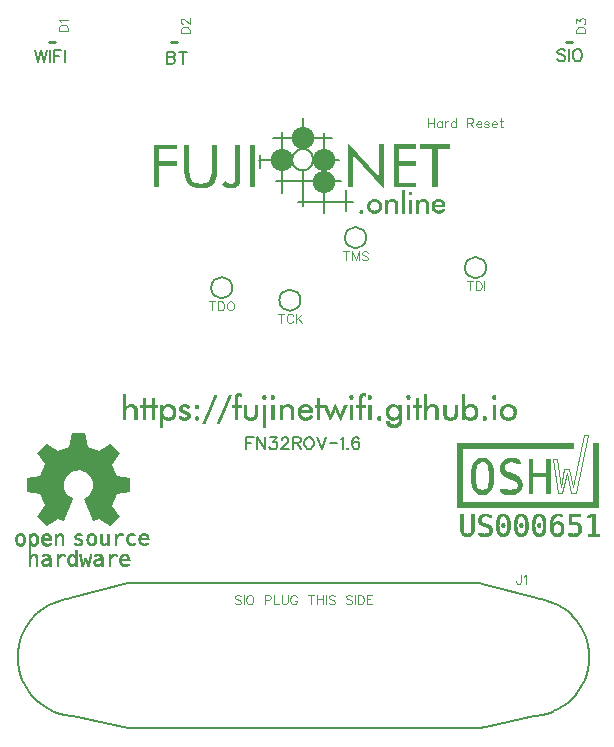
<source format=gbr>
G04 DipTrace 3.3.1.3*
G04 TopSilk.gbr*
%MOMM*%
G04 #@! TF.FileFunction,Legend,Top*
G04 #@! TF.Part,Single*
%ADD10C,0.25*%
%ADD12C,0.076*%
%ADD14C,0.2*%
%ADD17C,0.1*%
%ADD27C,0.15*%
%ADD67O,1.89767X1.88028*%
%ADD68O,1.89767X1.87942*%
%ADD69O,1.89767X1.87856*%
%ADD140C,0.11765*%
%ADD141C,0.15686*%
%FSLAX35Y35*%
G04*
G71*
G90*
G75*
G01*
G04 TopSilk*
%LPD*%
X1628247Y6782973D2*
D10*
X1578267D1*
X2660123Y6782977D2*
X2610143D1*
X6009747Y6782973D2*
X5959767D1*
X2248840Y2206060D2*
D14*
X2254161D1*
X2316565D1*
X2323337D1*
X3126846D1*
X3142326D1*
X3238592D1*
X3552062D1*
X3884398D1*
X3961315D1*
X3996145D1*
X4023235D1*
X4371051D1*
X4637113D1*
X4780787D1*
X4902208D1*
X5223418D1*
Y2204092D1*
X5276147Y2190315D1*
X5712006Y2075915D1*
X5725551Y2072471D1*
X5744417Y2067428D1*
X5751673Y2066321D1*
X5753125Y2066075D1*
X5799081Y2054512D1*
X5845521Y2037905D1*
X5890026Y2016994D1*
X5932112Y1991777D1*
X5971296Y1962500D1*
X5989195Y1946263D1*
X6007577Y1929534D1*
X6009512Y1927565D1*
X6040472Y1893123D1*
X6041440Y1892385D1*
X6069981Y1853759D1*
X6095136Y1811690D1*
X6115937Y1767406D1*
X6132868Y1721155D1*
X6144478Y1673550D1*
X6151735Y1625084D1*
X6153186Y1592240D1*
X6154153Y1576003D1*
X6151735Y1526922D1*
X6144478Y1478456D1*
X6132868Y1430851D1*
X6115937Y1384599D1*
X6095136Y1340316D1*
X6077721Y1311162D1*
X6069981Y1298246D1*
X6045793Y1266018D1*
X6040472Y1258883D1*
X6009512Y1224440D1*
X6007577Y1222472D1*
X5971296Y1189505D1*
X5932112Y1160229D1*
X5890026Y1135012D1*
X5849391Y1115945D1*
X5845521Y1114100D1*
X5799081Y1097617D1*
X5751673Y1085685D1*
X5703298Y1078427D1*
X5695075Y1078058D1*
X5685400Y1075967D1*
X5276147Y988630D1*
X5223418Y977436D1*
Y975960D1*
X5145051D1*
X5116510D1*
X4887212D1*
X4780787D1*
X4371051D1*
X4159652D1*
X3961315D1*
X3553513D1*
X3552062D1*
X3200860D1*
X3142326D1*
X2965273D1*
X2940118D1*
X2732590D1*
X2323337D1*
X2254161D1*
X2248840D1*
Y977190D1*
X1785407Y1075967D1*
X1775732Y1078058D1*
X1767508Y1078427D1*
X1719133Y1085685D1*
X1671726Y1097617D1*
X1625286Y1114100D1*
X1580781Y1135012D1*
X1538695Y1160229D1*
X1503865Y1186184D1*
X1499511Y1189505D1*
X1481612Y1205374D1*
X1463230Y1222472D1*
X1430335Y1258883D1*
X1400826Y1298246D1*
X1375671Y1340316D1*
X1354870Y1384599D1*
X1337938Y1430851D1*
X1326328Y1478456D1*
X1319072Y1526922D1*
X1316653Y1576003D1*
X1317621Y1592240D1*
X1319072Y1625084D1*
X1326328Y1673550D1*
X1337938Y1721155D1*
X1354870Y1767406D1*
X1375671Y1811690D1*
X1400826Y1853759D1*
X1430335Y1893123D1*
X1463230Y1929534D1*
X1481612Y1946632D1*
X1499511Y1962500D1*
X1503865Y1965945D1*
X1538695Y1991777D1*
X1580781Y2016994D1*
X1625286Y2037905D1*
X1671726Y2054512D1*
X1719133Y2066321D1*
X1724455Y2067182D1*
X1744772Y2072471D1*
X1758317Y2075915D1*
X2248840Y2204584D1*
Y2206060D1*
X4085007Y5127507D2*
G02X4085007Y5127507I90000J0D01*
G01*
X3529728Y4598054D2*
G02X3529728Y4598054I90000J0D01*
G01*
X5101007Y4873507D2*
G02X5101007Y4873507I90000J0D01*
G01*
X2952083Y4703857D2*
G02X2952083Y4703857I90000J0D01*
G01*
G36*
X3284562Y5915563D2*
X3327565D1*
Y5555355D1*
X3284562D1*
Y5915563D1*
G37*
G36*
X4723688Y5916769D2*
X4971210D1*
Y5875167D1*
X4869201D1*
Y5555097D1*
X4825447D1*
Y5875167D1*
X4723688D1*
Y5916769D1*
G37*
G36*
X4499669D2*
X4690685D1*
Y5875856D1*
X4543422D1*
Y5773186D1*
X4690685D1*
Y5733737D1*
X4542672D1*
Y5594546D1*
X4690685D1*
Y5555097D1*
X4499669D1*
Y5916769D1*
G37*
G36*
X4109634Y5555269D2*
Y5932618D1*
X4374157Y5642091D1*
Y5917544D1*
X4415161D1*
Y5537870D1*
X4150638Y5826846D1*
Y5555269D1*
X4109634D1*
G37*
G36*
X3157300Y5914874D2*
X3200554D1*
Y5628482D1*
X3198054Y5604709D1*
X3192804Y5587310D1*
X3185553Y5573874D1*
X3177552Y5564227D1*
X3165801Y5555700D1*
X3152300Y5549929D1*
X3136299Y5547173D1*
X3116547Y5545364D1*
X3102796D1*
X3089544Y5548723D1*
X3070543Y5558111D1*
X3057792Y5566983D1*
X3045291Y5580592D1*
X3074543Y5609877D1*
X3083544Y5599541D1*
X3092045Y5593081D1*
X3104046Y5587052D1*
X3110046Y5584899D1*
X3117297Y5583951D1*
X3128048Y5584554D1*
X3134048Y5586019D1*
X3138549Y5588086D1*
X3143799Y5591617D1*
X3149050Y5597474D1*
X3153050Y5604451D1*
X3155300Y5609447D1*
X3156050Y5615562D1*
X3157050Y5622539D1*
X3157550Y5627879D1*
X3157300Y5914874D1*
G37*
G36*
X2724762Y5915133D2*
X2768516D1*
Y5683349D1*
X2769766Y5662505D1*
X2775017Y5639593D1*
X2783768Y5620299D1*
X2791518Y5610050D1*
X2802769Y5600575D1*
X2819771Y5591962D1*
X2844023Y5586363D1*
X2864525Y5585329D1*
X2893027Y5588086D1*
X2913279Y5594287D1*
X2928280Y5603073D1*
X2936031Y5610050D1*
X2946532Y5624520D1*
X2955033Y5646139D1*
X2960033Y5680076D1*
Y5712806D1*
Y5915305D1*
X3003787D1*
Y5691187D1*
X3000787Y5651996D1*
X2993536Y5622453D1*
X2983035Y5600230D1*
X2969534Y5582659D1*
X2953282Y5568706D1*
X2933531Y5557853D1*
X2908028Y5549757D1*
X2870275Y5545450D1*
X2860524D1*
X2828772Y5547862D1*
X2800519Y5555183D1*
X2779517Y5565347D1*
X2762016Y5578611D1*
X2747264Y5596699D1*
X2735763Y5618749D1*
X2727763Y5648896D1*
X2724512Y5690928D1*
X2724762Y5915133D1*
G37*
X3356318Y5786708D2*
D27*
X3634842D1*
X3553835Y6020043D2*
Y5508327D1*
X3368819Y5825641D2*
Y5719525D1*
X3478079Y5967415D2*
X3972122D1*
X3729601Y6138562D2*
Y5881282D1*
X3912367Y6013410D2*
Y5338214D1*
X3690597Y5431324D2*
X4157638Y5432960D1*
D67*
X3731726Y5968923D3*
G36*
X2661757Y5915908D2*
X2470990D1*
Y5553030D1*
X2514994D1*
Y5733306D1*
X2661757D1*
Y5772669D1*
X2513744D1*
Y5875512D1*
X2661757D1*
Y5915908D1*
G37*
D68*
X3549460Y5784469D3*
X3910492D3*
D69*
Y5602082D3*
X3639343Y5788819D2*
D27*
X3639558Y5795082D1*
X3640203Y5801316D1*
X3641274Y5807488D1*
X3642767Y5813569D1*
X3644673Y5819530D1*
X3646984Y5825341D1*
X3649688Y5830974D1*
X3652773Y5836402D1*
X3656222Y5841598D1*
X3660020Y5846537D1*
X3664148Y5851195D1*
X3668586Y5855548D1*
X3673312Y5859577D1*
X3678303Y5863261D1*
X3683534Y5866582D1*
X3688981Y5869525D1*
X3694617Y5872074D1*
X3700414Y5874217D1*
X3706344Y5875945D1*
X3712378Y5877248D1*
X3718487Y5878120D1*
X3724641Y5878558D1*
X3730810D1*
X3736964Y5878120D1*
X3743073Y5877248D1*
X3749107Y5875945D1*
X3755037Y5874217D1*
X3760834Y5872074D1*
X3766470Y5869525D1*
X3771917Y5866582D1*
X3777149Y5863261D1*
X3782139Y5859577D1*
X3786865Y5855548D1*
X3791303Y5851195D1*
X3795431Y5846537D1*
X3799229Y5841598D1*
X3802678Y5836402D1*
X3805763Y5830974D1*
X3808467Y5825341D1*
X3810778Y5819530D1*
X3812685Y5813569D1*
X3814177Y5807488D1*
X3815248Y5801316D1*
X3815893Y5795082D1*
X3816108Y5788819D1*
X3815893Y5782555D1*
X3815248Y5776322D1*
X3814177Y5770150D1*
X3812685Y5764068D1*
X3810778Y5758107D1*
X3808467Y5752296D1*
X3805763Y5746663D1*
X3802678Y5741235D1*
X3799229Y5736039D1*
X3795431Y5731100D1*
X3791303Y5726443D1*
X3786865Y5722089D1*
X3782139Y5718060D1*
X3777149Y5714376D1*
X3771917Y5711055D1*
X3766470Y5708113D1*
X3760834Y5705563D1*
X3755037Y5703420D1*
X3749107Y5701692D1*
X3743073Y5700389D1*
X3736964Y5699517D1*
X3730810Y5699080D1*
X3724641D1*
X3718487Y5699517D1*
X3712378Y5700389D1*
X3706344Y5701692D1*
X3700414Y5703420D1*
X3694617Y5705563D1*
X3688981Y5708113D1*
X3683534Y5711055D1*
X3678303Y5714376D1*
X3673312Y5718060D1*
X3668586Y5722089D1*
X3664148Y5726443D1*
X3660020Y5731100D1*
X3656222Y5736039D1*
X3652773Y5741235D1*
X3649688Y5746663D1*
X3646984Y5752296D1*
X3644673Y5758107D1*
X3642767Y5764068D1*
X3641274Y5770150D1*
X3640203Y5776322D1*
X3639558Y5782555D1*
X3639343Y5788819D1*
X4095133Y5532788D2*
Y5351737D1*
X3502831Y5608930D2*
X4056130D1*
X4035878Y5786622D2*
X3836110D1*
X3729601Y5695235D2*
X3731101Y5397387D1*
X5845838Y3249542D2*
D17*
X5883395D1*
X5910698Y3018596D1*
X5943067Y3171485D1*
X5983218D1*
X6015957Y3018227D1*
X6108368Y3461043D1*
X6145925D1*
X6038442Y2964960D1*
X6001997D1*
X5963204Y3134161D1*
X5924782Y2964960D1*
X5888337D1*
X5845838Y3249542D1*
G36*
X6020652Y3389621D2*
Y3340225D1*
X5082338D1*
Y2885429D1*
X6184594D1*
X6183606Y3389621D1*
X6233024D1*
Y2836309D1*
X5033662D1*
Y3389621D1*
X6020652D1*
G37*
G36*
X1657945Y2746260D2*
X1701544Y2728314D1*
X1707196Y2730994D1*
X1782284Y2915237D1*
X1781015Y2920015D1*
X1765329Y2928173D1*
X1751141Y2938661D1*
X1737992Y2950897D1*
X1725189Y2967562D1*
X1717577Y2983994D1*
X1710772Y3003455D1*
X1707542Y3021285D1*
X1706850Y3042378D1*
X1709733Y3061257D1*
X1713309Y3074193D1*
X1720691Y3091090D1*
X1730726Y3107056D1*
X1743067Y3121506D1*
X1758177Y3134325D1*
X1773979Y3143648D1*
X1792780Y3151689D1*
X1811927Y3156234D1*
X1829920Y3157749D1*
X1843762Y3156700D1*
X1863485Y3153087D1*
X1882055Y3146328D1*
X1898088Y3137122D1*
X1912506Y3126517D1*
X1927039Y3111134D1*
X1937189Y3096334D1*
X1946417Y3077456D1*
X1951376Y3059859D1*
X1953222Y3046340D1*
X1953914Y3027578D1*
X1951953Y3009282D1*
X1946647Y2990170D1*
X1937881Y2970825D1*
X1926808Y2955675D1*
X1914697Y2942623D1*
X1899126Y2930737D1*
X1881363Y2920715D1*
X1879056Y2917452D1*
X1879518Y2913373D1*
X1954491Y2730062D1*
X1960027Y2728197D1*
X2004088Y2746377D1*
X2097746Y2683797D1*
X2100168D1*
X2180216Y2763158D1*
X2180447Y2766537D1*
X2117354Y2859650D1*
X2156340Y2953927D1*
X2268915Y2975836D1*
X2268684Y3091673D1*
X2155764Y3113465D1*
X2117239Y3206577D1*
X2181831Y3302603D1*
X2099246Y3384528D1*
X2004549Y3320666D1*
X1910660Y3358890D1*
X1888745Y3471580D1*
X1772711Y3471813D1*
X1750334Y3359007D1*
X1657022Y3320433D1*
X1561979Y3384295D1*
X1479740Y3302603D1*
X1543640Y3207626D1*
X1505116Y3113698D1*
X1392310Y3091789D1*
Y2975603D1*
X1505116Y2953345D1*
X1543409Y2861281D1*
X1479971Y2765489D1*
X1561749Y2682632D1*
X1655522Y2746144D1*
X1657945Y2746260D1*
G37*
X3174553Y3809030D2*
D12*
X3201153D1*
X4227153D2*
X4253753D1*
X2205553Y3805230D2*
X2224553D1*
X3167847D2*
X3202907D1*
X4220447D2*
X4255507D1*
X4755353D2*
X4774353D1*
X5078353D2*
X5097353D1*
X2205553Y3801430D2*
X2224553D1*
X3162955D2*
X3203999D1*
X4215555D2*
X4256599D1*
X4755353D2*
X4774353D1*
X5078353D2*
X5097353D1*
X2205553Y3797630D2*
X2224553D1*
X3159652D2*
X3204552D1*
X4212252D2*
X4257152D1*
X4755353D2*
X4774353D1*
X5078353D2*
X5097353D1*
X2205553Y3793830D2*
X2224553D1*
X2980753D2*
X2995953D1*
X3102353D2*
X3117553D1*
X3157437D2*
X3204806D1*
X3391153D2*
X3406353D1*
X3463353D2*
X3478553D1*
X4128353D2*
X4143553D1*
X4210037D2*
X4257406D1*
X4284153D2*
X4299353D1*
X4610953D2*
X4626153D1*
X4755353D2*
X4774353D1*
X5078353D2*
X5097353D1*
X5336753D2*
X5351953D1*
X2205553Y3790030D2*
X2224553D1*
X2979310D2*
X2994639D1*
X3100910D2*
X3116239D1*
X3155825D2*
X3178955D1*
X3201153D2*
X3204953D1*
X3388812D2*
X3408695D1*
X3461012D2*
X3480895D1*
X4126012D2*
X4145895D1*
X4208425D2*
X4231555D1*
X4253753D2*
X4257553D1*
X4281812D2*
X4301695D1*
X4608612D2*
X4628495D1*
X4755353D2*
X4774353D1*
X5078353D2*
X5097353D1*
X5334412D2*
X5354295D1*
X2205553Y3786230D2*
X2224553D1*
X2977677D2*
X2993375D1*
X3099277D2*
X3114975D1*
X3154381D2*
X3176246D1*
X3386793D2*
X3410728D1*
X3458993D2*
X3482928D1*
X4123993D2*
X4147928D1*
X4206981D2*
X4228846D1*
X4279793D2*
X4303728D1*
X4606593D2*
X4630528D1*
X4755353D2*
X4774353D1*
X5078353D2*
X5097353D1*
X5332393D2*
X5356328D1*
X2205553Y3782430D2*
X2224553D1*
X2975912D2*
X2992155D1*
X3097512D2*
X3113755D1*
X3153178D2*
X3174063D1*
X3385391D2*
X3412250D1*
X3457591D2*
X3484450D1*
X4122591D2*
X4149450D1*
X4205778D2*
X4226663D1*
X4278391D2*
X4305250D1*
X4605191D2*
X4632050D1*
X4755353D2*
X4774353D1*
X5078353D2*
X5097353D1*
X5330991D2*
X5357850D1*
X2205553Y3778630D2*
X2224553D1*
X2974081D2*
X2990739D1*
X3095681D2*
X3112339D1*
X3152425D2*
X3172471D1*
X3384614D2*
X3413012D1*
X3456814D2*
X3485212D1*
X4121814D2*
X4150212D1*
X4205025D2*
X4225071D1*
X4277614D2*
X4306012D1*
X4604414D2*
X4632812D1*
X4755353D2*
X4774353D1*
X5078353D2*
X5097353D1*
X5330214D2*
X5358612D1*
X2205553Y3774830D2*
X2224553D1*
X2972325D2*
X2989098D1*
X3093925D2*
X3110698D1*
X3152039D2*
X3171541D1*
X3385491D2*
X3413210D1*
X3457691D2*
X3485410D1*
X4122691D2*
X4150410D1*
X4204639D2*
X4224141D1*
X4278491D2*
X4306210D1*
X4605291D2*
X4633010D1*
X4755353D2*
X4774353D1*
X5078353D2*
X5097353D1*
X5331091D2*
X5358810D1*
X2205553Y3771030D2*
X2224553D1*
X2970796D2*
X2987323D1*
X3092396D2*
X3108923D1*
X3151866D2*
X3171083D1*
X3386932D2*
X3411596D1*
X3459132D2*
X3483796D1*
X4124132D2*
X4148796D1*
X4204466D2*
X4223683D1*
X4279932D2*
X4304596D1*
X4606732D2*
X4631396D1*
X4755353D2*
X4774353D1*
X5078353D2*
X5097353D1*
X5332532D2*
X5357196D1*
X2205553Y3767230D2*
X2224553D1*
X2372753D2*
X2391753D1*
X2448753D2*
X2467753D1*
X2969447D2*
X2985486D1*
X3091047D2*
X3107086D1*
X3151795D2*
X3170881D1*
X3388886D2*
X3409178D1*
X3461086D2*
X3481378D1*
X3850953D2*
X3869953D1*
X4126086D2*
X4146378D1*
X4204395D2*
X4223481D1*
X4281886D2*
X4302178D1*
X4608686D2*
X4628978D1*
X4683153D2*
X4702153D1*
X4755353D2*
X4774353D1*
X5078353D2*
X5097353D1*
X5334486D2*
X5354778D1*
X2205553Y3763430D2*
X2224553D1*
X2372753D2*
X2391753D1*
X2448753D2*
X2467753D1*
X2967975D2*
X2983727D1*
X3089575D2*
X3105327D1*
X3151768D2*
X3170801D1*
X3391153D2*
X3406353D1*
X3463353D2*
X3478553D1*
X3850953D2*
X3869953D1*
X4128353D2*
X4143553D1*
X4204368D2*
X4223401D1*
X4284153D2*
X4299353D1*
X4610953D2*
X4626153D1*
X4683153D2*
X4702153D1*
X4755353D2*
X4774353D1*
X5078353D2*
X5097353D1*
X5336753D2*
X5351953D1*
X2205553Y3759630D2*
X2224553D1*
X2372753D2*
X2391753D1*
X2448753D2*
X2467753D1*
X2966311D2*
X2982197D1*
X3087911D2*
X3103797D1*
X3151758D2*
X3170770D1*
X3850953D2*
X3869953D1*
X4204358D2*
X4223370D1*
X4683153D2*
X4702153D1*
X4755353D2*
X4774353D1*
X5078353D2*
X5097353D1*
X2205553Y3755830D2*
X2224553D1*
X2372753D2*
X2391753D1*
X2448753D2*
X2467753D1*
X2964528D2*
X2980847D1*
X3086128D2*
X3102447D1*
X3151755D2*
X3170759D1*
X3850953D2*
X3869953D1*
X4204355D2*
X4223359D1*
X4683153D2*
X4702153D1*
X4755353D2*
X4774353D1*
X5078353D2*
X5097353D1*
X2205553Y3752030D2*
X2224553D1*
X2372753D2*
X2391753D1*
X2448753D2*
X2467753D1*
X2962687D2*
X2979375D1*
X3084287D2*
X3100975D1*
X3151754D2*
X3170755D1*
X3850953D2*
X3869953D1*
X4204354D2*
X4223355D1*
X4683153D2*
X4702153D1*
X4755353D2*
X4774353D1*
X5078353D2*
X5097353D1*
X2205553Y3748230D2*
X2224553D1*
X2372753D2*
X2391753D1*
X2448753D2*
X2467753D1*
X2960928D2*
X2977711D1*
X3082528D2*
X3099311D1*
X3151754D2*
X3170754D1*
X3850953D2*
X3869953D1*
X4204354D2*
X4223354D1*
X4683153D2*
X4702153D1*
X4755353D2*
X4774353D1*
X5078353D2*
X5097353D1*
X2205553Y3744430D2*
X2224553D1*
X2372753D2*
X2391753D1*
X2448753D2*
X2467753D1*
X2959397D2*
X2975928D1*
X3080997D2*
X3097528D1*
X3151753D2*
X3170754D1*
X3850953D2*
X3869953D1*
X4204353D2*
X4223354D1*
X4683153D2*
X4702153D1*
X4755353D2*
X4774353D1*
X5078353D2*
X5097353D1*
X2205553Y3740630D2*
X2224553D1*
X2372753D2*
X2391753D1*
X2448753D2*
X2467753D1*
X2958047D2*
X2974087D1*
X3079647D2*
X3095687D1*
X3151753D2*
X3170753D1*
X3850953D2*
X3869953D1*
X4204353D2*
X4223353D1*
X4683153D2*
X4702153D1*
X4755353D2*
X4774353D1*
X5078353D2*
X5097353D1*
X2205553Y3736830D2*
X2224553D1*
X2372753D2*
X2391753D1*
X2448753D2*
X2467753D1*
X2956575D2*
X2972328D1*
X3078175D2*
X3093928D1*
X3151753D2*
X3170753D1*
X3850953D2*
X3869953D1*
X4204353D2*
X4223353D1*
X4683153D2*
X4702153D1*
X4755353D2*
X4774353D1*
X5078353D2*
X5097353D1*
X2205553Y3733030D2*
X2224553D1*
X2372753D2*
X2391753D1*
X2448753D2*
X2467753D1*
X2954911D2*
X2970797D1*
X3076511D2*
X3092397D1*
X3151753D2*
X3170753D1*
X3850953D2*
X3869953D1*
X4204353D2*
X4223353D1*
X4683153D2*
X4702153D1*
X4755353D2*
X4774353D1*
X5078353D2*
X5097353D1*
X2205553Y3729230D2*
X2224553D1*
X2372753D2*
X2391753D1*
X2448753D2*
X2467753D1*
X2953128D2*
X2969447D1*
X3074728D2*
X3091047D1*
X3151753D2*
X3170753D1*
X3850953D2*
X3869953D1*
X4204353D2*
X4223353D1*
X4683153D2*
X4702153D1*
X4755353D2*
X4774353D1*
X5078353D2*
X5097353D1*
X2205553Y3725430D2*
X2224553D1*
X2372753D2*
X2391753D1*
X2448753D2*
X2467753D1*
X2951287D2*
X2967975D1*
X3072887D2*
X3089575D1*
X3151753D2*
X3170753D1*
X3850953D2*
X3869953D1*
X4204353D2*
X4223353D1*
X4683153D2*
X4702153D1*
X4755353D2*
X4774353D1*
X5078353D2*
X5097353D1*
X2205553Y3721630D2*
X2224553D1*
X2372753D2*
X2391753D1*
X2448753D2*
X2467753D1*
X2949528D2*
X2966311D1*
X3071128D2*
X3087911D1*
X3151753D2*
X3170753D1*
X3850953D2*
X3869953D1*
X4204353D2*
X4223353D1*
X4683153D2*
X4702153D1*
X4755353D2*
X4774353D1*
X5078353D2*
X5097353D1*
X2205553Y3717830D2*
X2224553D1*
X2258753D2*
X2289153D1*
X2372753D2*
X2391753D1*
X2448753D2*
X2467753D1*
X2574153D2*
X2604553D1*
X2710953D2*
X2741353D1*
X2947997D2*
X2964528D1*
X3069597D2*
X3086128D1*
X3151753D2*
X3170753D1*
X3584953D2*
X3615353D1*
X3733153D2*
X3763553D1*
X3850953D2*
X3869953D1*
X3999153D2*
X4002953D1*
X4204353D2*
X4223353D1*
X4474153D2*
X4504553D1*
X4683153D2*
X4702153D1*
X4755353D2*
X4774353D1*
X4808553D2*
X4838953D1*
X5078353D2*
X5097353D1*
X5131553D2*
X5165753D1*
X5446953D2*
X5481153D1*
X2205553Y3714030D2*
X2224553D1*
X2251445D2*
X2296904D1*
X2349953D2*
X2418353D1*
X2425953D2*
X2494353D1*
X2520953D2*
X2539953D1*
X2567300D2*
X2613161D1*
X2703645D2*
X2748207D1*
X2821153D2*
X2836353D1*
X2946647D2*
X2962687D1*
X3068247D2*
X3084287D1*
X3125153D2*
X3204953D1*
X3227753D2*
X3246753D1*
X3322753D2*
X3341753D1*
X3391153D2*
X3410153D1*
X3463353D2*
X3482353D1*
X3531753D2*
X3550753D1*
X3577645D2*
X3623104D1*
X3724546D2*
X3772161D1*
X3828153D2*
X3923153D1*
X3997710D2*
X4004267D1*
X4078953D2*
X4101753D1*
X4128353D2*
X4147353D1*
X4177753D2*
X4257553D1*
X4284153D2*
X4303153D1*
X4466258D2*
X4513175D1*
X4538753D2*
X4557753D1*
X4610953D2*
X4629953D1*
X4660353D2*
X4728753D1*
X4755353D2*
X4774353D1*
X4801245D2*
X4846704D1*
X4918753D2*
X4937753D1*
X5013753D2*
X5032753D1*
X5078353D2*
X5097353D1*
X5124700D2*
X5172607D1*
X5336753D2*
X5355753D1*
X5438346D2*
X5489905D1*
X2205553Y3710230D2*
X2224568D1*
X2245448D2*
X2303342D1*
X2349953D2*
X2418353D1*
X2425953D2*
X2494353D1*
X2520953D2*
X2539968D1*
X2561263D2*
X2620274D1*
X2697677D2*
X2754214D1*
X2818812D2*
X2839407D1*
X2945175D2*
X2960928D1*
X3066775D2*
X3082528D1*
X3125153D2*
X3204953D1*
X3227753D2*
X3246753D1*
X3322753D2*
X3341753D1*
X3391153D2*
X3410153D1*
X3463353D2*
X3482353D1*
X3531753D2*
X3550768D1*
X3571648D2*
X3629542D1*
X3717432D2*
X3779274D1*
X3828153D2*
X3896553D1*
X3904755D2*
X3925052D1*
X3996091D2*
X4005532D1*
X4076612D2*
X4099397D1*
X4128353D2*
X4147353D1*
X4177753D2*
X4257553D1*
X4284153D2*
X4303153D1*
X4459348D2*
X4520434D1*
X4538598D2*
X4557753D1*
X4610953D2*
X4629953D1*
X4660353D2*
X4728753D1*
X4755353D2*
X4774368D1*
X4795248D2*
X4853142D1*
X4918753D2*
X4937753D1*
X5013753D2*
X5032753D1*
X5078353D2*
X5097368D1*
X5118663D2*
X5178629D1*
X5336753D2*
X5355753D1*
X5431232D2*
X5497506D1*
X2205553Y3706430D2*
X2224713D1*
X2240398D2*
X2308305D1*
X2349953D2*
X2418353D1*
X2425953D2*
X2494353D1*
X2520953D2*
X2540113D1*
X2556046D2*
X2625884D1*
X2692906D2*
X2759138D1*
X2816793D2*
X2841629D1*
X2943511D2*
X2959397D1*
X3065111D2*
X3080997D1*
X3125153D2*
X3204953D1*
X3227753D2*
X3246753D1*
X3322753D2*
X3341753D1*
X3391153D2*
X3410153D1*
X3463353D2*
X3482353D1*
X3531753D2*
X3550913D1*
X3566598D2*
X3634505D1*
X3711807D2*
X3784899D1*
X3828153D2*
X3896553D1*
X3905831D2*
X3926645D1*
X3994446D2*
X4006751D1*
X4074564D2*
X4097230D1*
X4128353D2*
X4147353D1*
X4177753D2*
X4257553D1*
X4284153D2*
X4303153D1*
X4453593D2*
X4526651D1*
X4538007D2*
X4557753D1*
X4610953D2*
X4629953D1*
X4660353D2*
X4728753D1*
X4755353D2*
X4774513D1*
X4790198D2*
X4858105D1*
X4918753D2*
X4937753D1*
X5013753D2*
X5032753D1*
X5078353D2*
X5097513D1*
X5113446D2*
X5183702D1*
X5336753D2*
X5355753D1*
X5425607D2*
X5504042D1*
X2205553Y3702630D2*
X2225300D1*
X2235521D2*
X2312137D1*
X2349953D2*
X2418353D1*
X2425953D2*
X2494353D1*
X2520953D2*
X2540700D1*
X2551040D2*
X2630413D1*
X2689116D2*
X2762893D1*
X2815391D2*
X2842887D1*
X2941728D2*
X2958047D1*
X3063328D2*
X3079647D1*
X3125153D2*
X3204953D1*
X3227753D2*
X3246753D1*
X3322753D2*
X3341753D1*
X3391153D2*
X3410153D1*
X3463353D2*
X3482353D1*
X3531753D2*
X3551500D1*
X3561721D2*
X3638337D1*
X3707145D2*
X3789547D1*
X3828153D2*
X3896553D1*
X3907314D2*
X3928242D1*
X3992965D2*
X4008167D1*
X4072894D2*
X4095195D1*
X4128353D2*
X4147353D1*
X4177753D2*
X4257553D1*
X4284153D2*
X4303153D1*
X4449137D2*
X4532651D1*
X4536708D2*
X4557753D1*
X4610953D2*
X4629953D1*
X4660353D2*
X4728753D1*
X4755353D2*
X4775100D1*
X4785321D2*
X4861937D1*
X4918753D2*
X4937753D1*
X5013753D2*
X5032753D1*
X5078353D2*
X5098100D1*
X5108440D2*
X5188104D1*
X5336753D2*
X5355753D1*
X5420945D2*
X5509664D1*
X2205553Y3698830D2*
X2226599D1*
X2230217D2*
X2251328D1*
X2280792D2*
X2315208D1*
X2349953D2*
X2418353D1*
X2425953D2*
X2494353D1*
X2520953D2*
X2541999D1*
X2545664D2*
X2570513D1*
X2600579D2*
X2634080D1*
X2686176D2*
X2710968D1*
X2736792D2*
X2765752D1*
X2814614D2*
X2843355D1*
X2939887D2*
X2956575D1*
X3061487D2*
X3078175D1*
X3125153D2*
X3204953D1*
X3227753D2*
X3246753D1*
X3322753D2*
X3341753D1*
X3391153D2*
X3410153D1*
X3463353D2*
X3482353D1*
X3531753D2*
X3552799D1*
X3556417D2*
X3577528D1*
X3606992D2*
X3641408D1*
X3702994D2*
X3733313D1*
X3763379D2*
X3793579D1*
X3828153D2*
X3896553D1*
X3909023D2*
X3929946D1*
X3991636D2*
X4009808D1*
X4071484D2*
X4093241D1*
X4128353D2*
X4147353D1*
X4177753D2*
X4257553D1*
X4284153D2*
X4303153D1*
X4445829D2*
X4483247D1*
X4506860D2*
X4557753D1*
X4610953D2*
X4629953D1*
X4660353D2*
X4728753D1*
X4755353D2*
X4776399D1*
X4780017D2*
X4801128D1*
X4830592D2*
X4865008D1*
X4918753D2*
X4937753D1*
X5013753D2*
X5032753D1*
X5078353D2*
X5099399D1*
X5103064D2*
X5132475D1*
X5157994D2*
X5192037D1*
X5336753D2*
X5355753D1*
X5416794D2*
X5450913D1*
X5476004D2*
X5514359D1*
X2205553Y3695030D2*
X2244497D1*
X2286680D2*
X2317483D1*
X2372753D2*
X2391753D1*
X2448753D2*
X2467753D1*
X2520953D2*
X2563563D1*
X2607410D2*
X2636980D1*
X2683908D2*
X2707317D1*
X2742670D2*
X2766144D1*
X2815491D2*
X2843332D1*
X2938128D2*
X2954911D1*
X3059728D2*
X3076511D1*
X3151753D2*
X3170753D1*
X3227753D2*
X3246753D1*
X3322753D2*
X3341753D1*
X3391153D2*
X3410153D1*
X3463353D2*
X3482353D1*
X3531753D2*
X3570697D1*
X3612880D2*
X3643683D1*
X3699199D2*
X3726363D1*
X3770210D2*
X3797024D1*
X3850953D2*
X3869953D1*
X3910835D2*
X3931633D1*
X3990171D2*
X4011584D1*
X4069988D2*
X4091330D1*
X4128353D2*
X4147353D1*
X4204353D2*
X4223353D1*
X4284153D2*
X4303153D1*
X4443266D2*
X4475017D1*
X4515104D2*
X4557753D1*
X4610953D2*
X4629953D1*
X4683153D2*
X4702153D1*
X4755353D2*
X4794297D1*
X4836480D2*
X4867283D1*
X4918753D2*
X4937753D1*
X5013753D2*
X5032753D1*
X5078353D2*
X5123421D1*
X5164943D2*
X5195444D1*
X5336753D2*
X5355753D1*
X5412984D2*
X5443948D1*
X5484721D2*
X5518156D1*
X2205553Y3691230D2*
X2238940D1*
X2291254D2*
X2319183D1*
X2372753D2*
X2391753D1*
X2448753D2*
X2467753D1*
X2520953D2*
X2557640D1*
X2612967D2*
X2639360D1*
X2682286D2*
X2704149D1*
X2747159D2*
X2763780D1*
X2816932D2*
X2841653D1*
X2936597D2*
X2953128D1*
X3058197D2*
X3074728D1*
X3151753D2*
X3170753D1*
X3227753D2*
X3246753D1*
X3322753D2*
X3341753D1*
X3391153D2*
X3410153D1*
X3463353D2*
X3482353D1*
X3531753D2*
X3565140D1*
X3617454D2*
X3645383D1*
X3695963D2*
X3720440D1*
X3775767D2*
X3799819D1*
X3850953D2*
X3869953D1*
X3912584D2*
X3933131D1*
X3988510D2*
X4013421D1*
X4068331D2*
X4089543D1*
X4128353D2*
X4147353D1*
X4204353D2*
X4223353D1*
X4284153D2*
X4303153D1*
X4441078D2*
X4468805D1*
X4521435D2*
X4557753D1*
X4610953D2*
X4629953D1*
X4683153D2*
X4702153D1*
X4755353D2*
X4788740D1*
X4841054D2*
X4868983D1*
X4918753D2*
X4937753D1*
X5013753D2*
X5032753D1*
X5078353D2*
X5116576D1*
X5170866D2*
X5198226D1*
X5336753D2*
X5355753D1*
X5409629D2*
X5437907D1*
X5491844D2*
X5521127D1*
X2205553Y3687430D2*
X2234915D1*
X2294613D2*
X2320681D1*
X2372753D2*
X2391753D1*
X2448753D2*
X2467753D1*
X2520953D2*
X2553057D1*
X2617006D2*
X2641458D1*
X2681346D2*
X2701907D1*
X2750306D2*
X2760372D1*
X2818886D2*
X2839200D1*
X2935247D2*
X2951287D1*
X3056847D2*
X3072887D1*
X3151753D2*
X3170753D1*
X3227753D2*
X3246753D1*
X3322753D2*
X3341753D1*
X3391153D2*
X3410153D1*
X3463353D2*
X3482353D1*
X3531753D2*
X3561115D1*
X3620813D2*
X3646881D1*
X3693553D2*
X3715857D1*
X3779791D2*
X3802045D1*
X3850953D2*
X3869953D1*
X3914111D2*
X3934467D1*
X3986727D2*
X4015179D1*
X4066663D2*
X4088003D1*
X4128353D2*
X4147353D1*
X4204353D2*
X4223353D1*
X4284153D2*
X4303153D1*
X4439069D2*
X4464270D1*
X4526336D2*
X4557753D1*
X4610953D2*
X4629953D1*
X4683153D2*
X4702153D1*
X4755353D2*
X4784715D1*
X4844413D2*
X4870481D1*
X4918753D2*
X4937753D1*
X5013753D2*
X5032753D1*
X5078353D2*
X5111802D1*
X5175450D2*
X5200433D1*
X5336753D2*
X5355753D1*
X5406854D2*
X5432958D1*
X5497354D2*
X5523539D1*
X2205553Y3683630D2*
X2232087D1*
X2297073D2*
X2321910D1*
X2372753D2*
X2391753D1*
X2448753D2*
X2467753D1*
X2520953D2*
X2549695D1*
X2619953D2*
X2643320D1*
X2680899D2*
X2700409D1*
X2752753D2*
X2756553D1*
X2821153D2*
X2836353D1*
X2933775D2*
X2949528D1*
X3055375D2*
X3071128D1*
X3151753D2*
X3170753D1*
X3227753D2*
X3246753D1*
X3322753D2*
X3341753D1*
X3391153D2*
X3410153D1*
X3463353D2*
X3482353D1*
X3531753D2*
X3558287D1*
X3623273D2*
X3648110D1*
X3691780D2*
X3712495D1*
X3782619D2*
X3803780D1*
X3850953D2*
X3869953D1*
X3915460D2*
X3935935D1*
X3984887D2*
X4016710D1*
X4065172D2*
X4086649D1*
X4128353D2*
X4147353D1*
X4204353D2*
X4223353D1*
X4284153D2*
X4303153D1*
X4437139D2*
X4460995D1*
X4530170D2*
X4557753D1*
X4610953D2*
X4629953D1*
X4683153D2*
X4702153D1*
X4755353D2*
X4781887D1*
X4846873D2*
X4871710D1*
X4918753D2*
X4937753D1*
X5013753D2*
X5032753D1*
X5078353D2*
X5108237D1*
X5178811D2*
X5202047D1*
X5336753D2*
X5355753D1*
X5404521D2*
X5429037D1*
X5501306D2*
X5525665D1*
X2205553Y3679830D2*
X2230092D1*
X2298773D2*
X2322675D1*
X2372753D2*
X2391753D1*
X2448753D2*
X2467753D1*
X2520953D2*
X2547220D1*
X2622299D2*
X2644889D1*
X2680830D2*
X2700425D1*
X2932111D2*
X2947997D1*
X3053711D2*
X3069597D1*
X3151753D2*
X3170753D1*
X3227753D2*
X3246753D1*
X3322753D2*
X3341753D1*
X3391153D2*
X3410153D1*
X3463353D2*
X3482353D1*
X3531753D2*
X3556292D1*
X3624973D2*
X3648875D1*
X3690233D2*
X3710035D1*
X3784630D2*
X3805197D1*
X3850953D2*
X3869953D1*
X3916932D2*
X3937582D1*
X3983128D2*
X4018059D1*
X4063838D2*
X4085175D1*
X4128353D2*
X4147353D1*
X4204353D2*
X4223353D1*
X4284153D2*
X4303153D1*
X4435361D2*
X4458574D1*
X4533124D2*
X4557753D1*
X4610953D2*
X4629953D1*
X4683153D2*
X4702153D1*
X4755353D2*
X4779892D1*
X4848573D2*
X4872475D1*
X4918753D2*
X4937753D1*
X5013753D2*
X5032753D1*
X5078353D2*
X5105344D1*
X5181272D2*
X5203113D1*
X5336753D2*
X5355753D1*
X5402440D2*
X5426013D1*
X5504198D2*
X5527651D1*
X2205553Y3676030D2*
X2228570D1*
X2299744D2*
X2323065D1*
X2372753D2*
X2391753D1*
X2448753D2*
X2467753D1*
X2520953D2*
X2545385D1*
X2624247D2*
X2646237D1*
X2681248D2*
X2702156D1*
X2930328D2*
X2946647D1*
X3051928D2*
X3068247D1*
X3151753D2*
X3170753D1*
X3227753D2*
X3246753D1*
X3322753D2*
X3341753D1*
X3391153D2*
X3410153D1*
X3463353D2*
X3482353D1*
X3531753D2*
X3554770D1*
X3625944D2*
X3649265D1*
X3688856D2*
X3708333D1*
X3786299D2*
X3806567D1*
X3850953D2*
X3869953D1*
X3918596D2*
X3939246D1*
X3981597D2*
X4019532D1*
X4062372D2*
X4083511D1*
X4128353D2*
X4147353D1*
X4204353D2*
X4223353D1*
X4284153D2*
X4303153D1*
X4433952D2*
X4456767D1*
X4535397D2*
X4557753D1*
X4610953D2*
X4629953D1*
X4683153D2*
X4702153D1*
X4755353D2*
X4778370D1*
X4849544D2*
X4872865D1*
X4918753D2*
X4937753D1*
X5013753D2*
X5032753D1*
X5078353D2*
X5103159D1*
X5182988D2*
X5204057D1*
X5336753D2*
X5355753D1*
X5400599D2*
X5423580D1*
X5506518D2*
X5529572D1*
X2205553Y3672230D2*
X2227161D1*
X2300217D2*
X2323240D1*
X2372753D2*
X2391753D1*
X2448753D2*
X2467753D1*
X2520953D2*
X2543930D1*
X2625735D2*
X2647581D1*
X2682276D2*
X2706794D1*
X2928487D2*
X2945175D1*
X3050087D2*
X3066775D1*
X3151753D2*
X3170753D1*
X3227753D2*
X3246753D1*
X3322753D2*
X3341753D1*
X3391153D2*
X3410153D1*
X3463353D2*
X3482353D1*
X3531753D2*
X3553361D1*
X3626417D2*
X3649440D1*
X3687602D2*
X3707360D1*
X3788328D2*
X3807742D1*
X3850953D2*
X3869953D1*
X3920379D2*
X3940735D1*
X3980247D2*
X3995209D1*
X4006898D2*
X4021196D1*
X4060725D2*
X4081728D1*
X4128353D2*
X4147353D1*
X4204353D2*
X4223353D1*
X4284153D2*
X4303153D1*
X4433097D2*
X4455323D1*
X4537020D2*
X4557753D1*
X4610953D2*
X4629953D1*
X4683153D2*
X4702153D1*
X4755353D2*
X4776961D1*
X4850017D2*
X4873040D1*
X4918753D2*
X4937753D1*
X5013753D2*
X5032753D1*
X5078353D2*
X5101499D1*
X5184092D2*
X5205168D1*
X5336753D2*
X5355753D1*
X5399166D2*
X5421461D1*
X5508453D2*
X5531347D1*
X2205553Y3668430D2*
X2225972D1*
X2300423D2*
X2323311D1*
X2372753D2*
X2391753D1*
X2448753D2*
X2467753D1*
X2520953D2*
X2542547D1*
X2626746D2*
X2648747D1*
X2683887D2*
X2713203D1*
X2926728D2*
X2943511D1*
X3048328D2*
X3065111D1*
X3151753D2*
X3170753D1*
X3227753D2*
X3246753D1*
X3322753D2*
X3341753D1*
X3391153D2*
X3410153D1*
X3463353D2*
X3482353D1*
X3531753D2*
X3552172D1*
X3626623D2*
X3649511D1*
X3686300D2*
X3706863D1*
X3790981D2*
X3808486D1*
X3850953D2*
X3869953D1*
X3922219D2*
X3942069D1*
X3978775D2*
X3994707D1*
X4007400D2*
X4022979D1*
X4059061D2*
X4079887D1*
X4128353D2*
X4147353D1*
X4204353D2*
X4223353D1*
X4284153D2*
X4303153D1*
X4432667D2*
X4453945D1*
X4537975D2*
X4557753D1*
X4610953D2*
X4629953D1*
X4683153D2*
X4702153D1*
X4755353D2*
X4775772D1*
X4850223D2*
X4873111D1*
X4918753D2*
X4937753D1*
X5013753D2*
X5032753D1*
X5078353D2*
X5100016D1*
X5185050D2*
X5206223D1*
X5336753D2*
X5355753D1*
X5398287D2*
X5419606D1*
X5509937D2*
X5532755D1*
X2205553Y3664630D2*
X2225223D1*
X2300505D2*
X2323338D1*
X2372753D2*
X2391753D1*
X2448753D2*
X2467753D1*
X2520953D2*
X2541367D1*
X2627669D2*
X2649488D1*
X2686237D2*
X2721329D1*
X2925197D2*
X2941728D1*
X3046797D2*
X3063328D1*
X3151753D2*
X3170753D1*
X3227753D2*
X3246753D1*
X3322753D2*
X3341753D1*
X3391153D2*
X3410153D1*
X3463353D2*
X3482353D1*
X3531753D2*
X3551423D1*
X3626705D2*
X3649538D1*
X3685150D2*
X3808869D1*
X3850953D2*
X3869953D1*
X3923979D2*
X3943535D1*
X3977111D2*
X3993662D1*
X4008444D2*
X4024819D1*
X4057572D2*
X4078128D1*
X4128353D2*
X4147353D1*
X4204353D2*
X4223353D1*
X4284153D2*
X4303153D1*
X4432476D2*
X4452766D1*
X4538571D2*
X4557753D1*
X4610953D2*
X4629953D1*
X4683153D2*
X4702153D1*
X4755353D2*
X4775023D1*
X4850305D2*
X4873138D1*
X4918753D2*
X4937753D1*
X5013753D2*
X5032753D1*
X5078353D2*
X5098793D1*
X5186166D2*
X5206917D1*
X5336753D2*
X5355753D1*
X5397720D2*
X5418168D1*
X5510947D2*
X5533610D1*
X2205553Y3660830D2*
X2224839D1*
X2300536D2*
X2323348D1*
X2372753D2*
X2391753D1*
X2448753D2*
X2467753D1*
X2520953D2*
X2540622D1*
X2628772D2*
X2649869D1*
X2689738D2*
X2730428D1*
X2923847D2*
X2939887D1*
X3045447D2*
X3061487D1*
X3151753D2*
X3170753D1*
X3227753D2*
X3246753D1*
X3322753D2*
X3341753D1*
X3391153D2*
X3410153D1*
X3463353D2*
X3482353D1*
X3531753D2*
X3551039D1*
X3626736D2*
X3649548D1*
X3684416D2*
X3809041D1*
X3850953D2*
X3869953D1*
X3925509D2*
X3945182D1*
X3975328D2*
X3992189D1*
X4009918D2*
X4026579D1*
X4056238D2*
X4076597D1*
X4128353D2*
X4147353D1*
X4204353D2*
X4223353D1*
X4284153D2*
X4303153D1*
X4432399D2*
X4452021D1*
X4539257D2*
X4557753D1*
X4610953D2*
X4629953D1*
X4683153D2*
X4702153D1*
X4755353D2*
X4774639D1*
X4850336D2*
X4873148D1*
X4918753D2*
X4937753D1*
X5013753D2*
X5032753D1*
X5078353D2*
X5098031D1*
X5187222D2*
X5207280D1*
X5336753D2*
X5355753D1*
X5397059D2*
X5417302D1*
X5511854D2*
X5534040D1*
X2205553Y3657030D2*
X2224666D1*
X2300548D2*
X2323352D1*
X2372753D2*
X2391753D1*
X2448753D2*
X2467753D1*
X2520953D2*
X2540238D1*
X2629825D2*
X2650041D1*
X2694622D2*
X2739370D1*
X2922375D2*
X2938128D1*
X3043975D2*
X3059728D1*
X3151753D2*
X3170753D1*
X3227753D2*
X3246753D1*
X3322753D2*
X3341753D1*
X3391153D2*
X3410153D1*
X3463353D2*
X3482353D1*
X3531753D2*
X3550866D1*
X3626748D2*
X3649552D1*
X3684036D2*
X3809112D1*
X3850953D2*
X3869953D1*
X3926859D2*
X3946846D1*
X3973487D2*
X3990482D1*
X4011624D2*
X4028109D1*
X4054772D2*
X4075247D1*
X4128353D2*
X4147353D1*
X4204353D2*
X4223353D1*
X4284153D2*
X4303153D1*
X4432369D2*
X4451638D1*
X4540234D2*
X4557753D1*
X4610953D2*
X4629953D1*
X4683153D2*
X4702153D1*
X4755353D2*
X4774466D1*
X4850348D2*
X4873152D1*
X4918753D2*
X4937753D1*
X5013753D2*
X5032753D1*
X5078353D2*
X5097641D1*
X5187901D2*
X5207445D1*
X5336753D2*
X5355753D1*
X5396205D2*
X5416869D1*
X5512824D2*
X5534231D1*
X2205553Y3653230D2*
X2224595D1*
X2300551D2*
X2323353D1*
X2372753D2*
X2391753D1*
X2448753D2*
X2467753D1*
X2520953D2*
X2540066D1*
X2630502D2*
X2650112D1*
X2700752D2*
X2747298D1*
X2920711D2*
X2936597D1*
X3042311D2*
X3058197D1*
X3151753D2*
X3170753D1*
X3227753D2*
X3246753D1*
X3322753D2*
X3341753D1*
X3391153D2*
X3410153D1*
X3463353D2*
X3482353D1*
X3531753D2*
X3550795D1*
X3626751D2*
X3649553D1*
X3683880D2*
X3809139D1*
X3850953D2*
X3869953D1*
X3928332D2*
X3948335D1*
X3971728D2*
X3988656D1*
X4013450D2*
X4029459D1*
X4053125D2*
X4073775D1*
X4128353D2*
X4147353D1*
X4204353D2*
X4223353D1*
X4284153D2*
X4303153D1*
X4432359D2*
X4451466D1*
X4541105D2*
X4557753D1*
X4610953D2*
X4629953D1*
X4683153D2*
X4702153D1*
X4755353D2*
X4774395D1*
X4850351D2*
X4873153D1*
X4918753D2*
X4937753D1*
X5013753D2*
X5032753D1*
X5078353D2*
X5097467D1*
X5188131D2*
X5207513D1*
X5336753D2*
X5355753D1*
X5395685D2*
X5416677D1*
X5513392D2*
X5534308D1*
X2205553Y3649430D2*
X2224568D1*
X2300553D2*
X2323353D1*
X2372753D2*
X2391753D1*
X2448753D2*
X2467753D1*
X2520953D2*
X2540010D1*
X2630732D2*
X2650139D1*
X2707785D2*
X2753835D1*
X2918928D2*
X2935247D1*
X3040528D2*
X3056847D1*
X3151753D2*
X3170753D1*
X3227753D2*
X3246753D1*
X3322753D2*
X3341753D1*
X3391153D2*
X3410153D1*
X3463353D2*
X3482353D1*
X3531753D2*
X3550768D1*
X3626753D2*
X3649553D1*
X3683943D2*
X3809153D1*
X3850953D2*
X3869953D1*
X3929996D2*
X3949654D1*
X3970197D2*
X3986789D1*
X4015318D2*
X4030932D1*
X4051461D2*
X4072111D1*
X4128353D2*
X4147353D1*
X4204353D2*
X4223353D1*
X4284153D2*
X4303153D1*
X4432355D2*
X4451410D1*
X4541295D2*
X4557753D1*
X4610953D2*
X4629953D1*
X4683153D2*
X4702153D1*
X4755353D2*
X4774368D1*
X4850353D2*
X4873153D1*
X4918753D2*
X4937753D1*
X5013753D2*
X5032753D1*
X5078353D2*
X5097410D1*
X5187812D2*
X5207539D1*
X5336753D2*
X5355753D1*
X5395922D2*
X5416614D1*
X5513174D2*
X5534337D1*
X2205553Y3645630D2*
X2224558D1*
X2300553D2*
X2323353D1*
X2372753D2*
X2391753D1*
X2448753D2*
X2467753D1*
X2520953D2*
X2540117D1*
X2630412D2*
X2650133D1*
X2715571D2*
X2759006D1*
X2917087D2*
X2933775D1*
X3038687D2*
X3055375D1*
X3151753D2*
X3170753D1*
X3227753D2*
X3246753D1*
X3322753D2*
X3341753D1*
X3391153D2*
X3410153D1*
X3463353D2*
X3482353D1*
X3531753D2*
X3550758D1*
X3626753D2*
X3649553D1*
X3684401D2*
X3706553D1*
X3850953D2*
X3869953D1*
X3931779D2*
X3951016D1*
X3968833D2*
X3984896D1*
X4017210D2*
X4032596D1*
X4049942D2*
X4070328D1*
X4128353D2*
X4147353D1*
X4204353D2*
X4223353D1*
X4284153D2*
X4303153D1*
X4432354D2*
X4451517D1*
X4540741D2*
X4557753D1*
X4610953D2*
X4629953D1*
X4683153D2*
X4702153D1*
X4755353D2*
X4774358D1*
X4850353D2*
X4873153D1*
X4918753D2*
X4937753D1*
X5013753D2*
X5032753D1*
X5078353D2*
X5097517D1*
X5186970D2*
X5207534D1*
X5336753D2*
X5355753D1*
X5396540D2*
X5416718D1*
X5512548D2*
X5534333D1*
X2205553Y3641830D2*
X2224555D1*
X2300553D2*
X2323353D1*
X2372753D2*
X2391753D1*
X2448753D2*
X2467753D1*
X2520953D2*
X2540591D1*
X2629570D2*
X2650003D1*
X2723934D2*
X2763017D1*
X2915328D2*
X2932111D1*
X3036928D2*
X3053711D1*
X3151753D2*
X3170753D1*
X3227753D2*
X3246768D1*
X3322739D2*
X3341753D1*
X3391153D2*
X3410153D1*
X3463353D2*
X3482353D1*
X3531753D2*
X3550755D1*
X3626753D2*
X3649553D1*
X3685301D2*
X3706568D1*
X3850953D2*
X3869953D1*
X3933634D2*
X3952468D1*
X3967203D2*
X3983003D1*
X4019104D2*
X4034391D1*
X4048331D2*
X4068473D1*
X4128353D2*
X4147353D1*
X4204353D2*
X4223353D1*
X4284153D2*
X4303153D1*
X4432368D2*
X4451991D1*
X4539914D2*
X4557753D1*
X4610953D2*
X4629953D1*
X4683153D2*
X4702153D1*
X4755353D2*
X4774355D1*
X4850353D2*
X4873153D1*
X4918753D2*
X4937768D1*
X5013739D2*
X5032753D1*
X5078353D2*
X5097991D1*
X5186007D2*
X5207403D1*
X5336753D2*
X5355753D1*
X5397055D2*
X5417206D1*
X5511917D2*
X5534203D1*
X2205553Y3638030D2*
X2224554D1*
X2300553D2*
X2323353D1*
X2372753D2*
X2391753D1*
X2448753D2*
X2467753D1*
X2520953D2*
X2541513D1*
X2628607D2*
X2649520D1*
X2732182D2*
X2766060D1*
X2913797D2*
X2930328D1*
X3035397D2*
X3051928D1*
X3151753D2*
X3170753D1*
X3227753D2*
X3246902D1*
X3322605D2*
X3341753D1*
X3391153D2*
X3410153D1*
X3463353D2*
X3482353D1*
X3531753D2*
X3550754D1*
X3626753D2*
X3649553D1*
X3686287D2*
X3706702D1*
X3850953D2*
X3869953D1*
X3935512D2*
X3954385D1*
X3964855D2*
X3981116D1*
X4020991D2*
X4036345D1*
X4046286D2*
X4066594D1*
X4128353D2*
X4147353D1*
X4204353D2*
X4223353D1*
X4284153D2*
X4303153D1*
X4432502D2*
X4452913D1*
X4539185D2*
X4557753D1*
X4610953D2*
X4629953D1*
X4683153D2*
X4702153D1*
X4755353D2*
X4774354D1*
X4850353D2*
X4873153D1*
X4918753D2*
X4937902D1*
X5013605D2*
X5032753D1*
X5078353D2*
X5098913D1*
X5185220D2*
X5206920D1*
X5336753D2*
X5355753D1*
X5397474D2*
X5418246D1*
X5511133D2*
X5533705D1*
X2205553Y3634230D2*
X2224554D1*
X2300553D2*
X2323353D1*
X2372753D2*
X2391753D1*
X2448753D2*
X2467753D1*
X2520953D2*
X2542634D1*
X2627820D2*
X2648610D1*
X2739298D2*
X2768372D1*
X2912447D2*
X2928487D1*
X3034047D2*
X3050087D1*
X3151753D2*
X3170753D1*
X3227753D2*
X3247386D1*
X3322121D2*
X3341739D1*
X3391153D2*
X3410153D1*
X3463353D2*
X3482353D1*
X3531753D2*
X3550754D1*
X3626753D2*
X3649553D1*
X3687082D2*
X3707201D1*
X3850953D2*
X3869953D1*
X3937394D2*
X3957385D1*
X3961457D2*
X3979338D1*
X4022768D2*
X4038543D1*
X4041990D2*
X4064713D1*
X4128353D2*
X4147353D1*
X4204353D2*
X4223353D1*
X4284153D2*
X4303153D1*
X4432986D2*
X4454019D1*
X4538359D2*
X4557753D1*
X4610953D2*
X4629953D1*
X4683153D2*
X4702153D1*
X4755353D2*
X4774354D1*
X4850353D2*
X4873153D1*
X4918753D2*
X4938386D1*
X5013121D2*
X5032739D1*
X5078353D2*
X5100019D1*
X5184372D2*
X5205996D1*
X5336753D2*
X5355753D1*
X5398109D2*
X5419719D1*
X5509954D2*
X5532662D1*
X2205553Y3630430D2*
X2224553D1*
X2300553D2*
X2323353D1*
X2372753D2*
X2391753D1*
X2448753D2*
X2467753D1*
X2520953D2*
X2543915D1*
X2626972D2*
X2647621D1*
X2744643D2*
X2770011D1*
X2910975D2*
X2926728D1*
X3032575D2*
X3048328D1*
X3151753D2*
X3170753D1*
X3227768D2*
X3248311D1*
X3321196D2*
X3341605D1*
X3391153D2*
X3410153D1*
X3463353D2*
X3482353D1*
X3531753D2*
X3550753D1*
X3626753D2*
X3649553D1*
X3687933D2*
X3708259D1*
X3850953D2*
X3869953D1*
X3939169D2*
X3977801D1*
X4024306D2*
X4062937D1*
X4128353D2*
X4147353D1*
X4204353D2*
X4223353D1*
X4284153D2*
X4303153D1*
X4433911D2*
X4455181D1*
X4537164D2*
X4557753D1*
X4610953D2*
X4629953D1*
X4683153D2*
X4702153D1*
X4755353D2*
X4774353D1*
X4850353D2*
X4873153D1*
X4918768D2*
X4939311D1*
X5012196D2*
X5032605D1*
X5078353D2*
X5101181D1*
X5183153D2*
X5204888D1*
X5336753D2*
X5355753D1*
X5399210D2*
X5421440D1*
X5508424D2*
X5531189D1*
X2205553Y3626630D2*
X2224553D1*
X2300553D2*
X2323353D1*
X2372753D2*
X2391753D1*
X2448753D2*
X2467753D1*
X2520953D2*
X2545676D1*
X2625753D2*
X2646825D1*
X2748264D2*
X2770957D1*
X2909311D2*
X2925197D1*
X3030911D2*
X3046797D1*
X3151753D2*
X3170753D1*
X3227902D2*
X3249434D1*
X3320073D2*
X3341121D1*
X3391153D2*
X3410153D1*
X3463353D2*
X3482353D1*
X3531753D2*
X3550753D1*
X3626753D2*
X3649553D1*
X3689138D2*
X3709866D1*
X3850953D2*
X3869953D1*
X3940706D2*
X3976449D1*
X4025658D2*
X4061401D1*
X4128353D2*
X4147353D1*
X4204353D2*
X4223353D1*
X4284153D2*
X4303153D1*
X4435019D2*
X4456592D1*
X4535627D2*
X4557753D1*
X4610953D2*
X4629953D1*
X4683153D2*
X4702153D1*
X4755353D2*
X4774353D1*
X4850353D2*
X4873153D1*
X4918902D2*
X4940434D1*
X5011073D2*
X5032121D1*
X5078353D2*
X5102592D1*
X5181495D2*
X5203726D1*
X5336753D2*
X5355753D1*
X5400705D2*
X5423399D1*
X5506665D2*
X5529482D1*
X2205553Y3622830D2*
X2224553D1*
X2300553D2*
X2323353D1*
X2372753D2*
X2391753D1*
X2448753D2*
X2467753D1*
X2520953D2*
X2547885D1*
X2624065D2*
X2645974D1*
X2750900D2*
X2771407D1*
X2907528D2*
X2923847D1*
X3029128D2*
X3045447D1*
X3151753D2*
X3170753D1*
X3228401D2*
X3250729D1*
X3318777D2*
X3340196D1*
X3391153D2*
X3410153D1*
X3463353D2*
X3482353D1*
X3531753D2*
X3550753D1*
X3626753D2*
X3649553D1*
X3690678D2*
X3712072D1*
X3790153D2*
X3801553D1*
X3850953D2*
X3869953D1*
X3942058D2*
X3974975D1*
X4027131D2*
X4060048D1*
X4128353D2*
X4147353D1*
X4204353D2*
X4223353D1*
X4284153D2*
X4303153D1*
X4436181D2*
X4458360D1*
X4533866D2*
X4557753D1*
X4610953D2*
X4629953D1*
X4683153D2*
X4702153D1*
X4755353D2*
X4774353D1*
X4850353D2*
X4873153D1*
X4919401D2*
X4941729D1*
X5009777D2*
X5031196D1*
X5078353D2*
X5104375D1*
X5179382D2*
X5202330D1*
X5336753D2*
X5355753D1*
X5402435D2*
X5425780D1*
X5504564D2*
X5527656D1*
X2205553Y3619030D2*
X2224553D1*
X2300553D2*
X2323353D1*
X2372753D2*
X2391753D1*
X2448753D2*
X2467753D1*
X2520953D2*
X2550370D1*
X2621686D2*
X2644754D1*
X2751521D2*
X2771476D1*
X2905687D2*
X2922375D1*
X3027287D2*
X3043975D1*
X3151753D2*
X3170753D1*
X3229445D2*
X3252639D1*
X3316867D2*
X3339088D1*
X3391153D2*
X3410153D1*
X3463353D2*
X3482353D1*
X3531753D2*
X3550753D1*
X3626753D2*
X3649553D1*
X3692425D2*
X3714971D1*
X3786324D2*
X3805353D1*
X3850953D2*
X3869953D1*
X3943532D2*
X3973311D1*
X4028795D2*
X4058575D1*
X4128353D2*
X4147353D1*
X4204353D2*
X4223353D1*
X4284153D2*
X4303153D1*
X4437592D2*
X4460662D1*
X4531749D2*
X4557753D1*
X4610953D2*
X4629953D1*
X4683153D2*
X4702153D1*
X4755353D2*
X4774353D1*
X4850353D2*
X4873153D1*
X4920445D2*
X4943639D1*
X5007867D2*
X5030088D1*
X5078353D2*
X5106795D1*
X5176840D2*
X5200695D1*
X5336753D2*
X5355753D1*
X5404397D2*
X5428865D1*
X5501680D2*
X5525774D1*
X2205553Y3615230D2*
X2224553D1*
X2300553D2*
X2323353D1*
X2372753D2*
X2391753D1*
X2448753D2*
X2467753D1*
X2520953D2*
X2553690D1*
X2618070D2*
X2643080D1*
X2684353D2*
X2695753D1*
X2750451D2*
X2771058D1*
X2821153D2*
X2836353D1*
X2903928D2*
X2920711D1*
X3025528D2*
X3042311D1*
X3151753D2*
X3170753D1*
X3230918D2*
X3255570D1*
X3313937D2*
X3337926D1*
X3391153D2*
X3410153D1*
X3463353D2*
X3482353D1*
X3531753D2*
X3550753D1*
X3626753D2*
X3649553D1*
X3694394D2*
X3718698D1*
X3782138D2*
X3809153D1*
X3850953D2*
X3869953D1*
X3945195D2*
X3971528D1*
X4030579D2*
X4056911D1*
X4128353D2*
X4147353D1*
X4204353D2*
X4223353D1*
X4284153D2*
X4303153D1*
X4363953D2*
X4379153D1*
X4439360D2*
X4463958D1*
X4529224D2*
X4557753D1*
X4610953D2*
X4629953D1*
X4683153D2*
X4702153D1*
X4755353D2*
X4774353D1*
X4850353D2*
X4873153D1*
X4921918D2*
X4946570D1*
X5004937D2*
X5028926D1*
X5078353D2*
X5110427D1*
X5173669D2*
X5198907D1*
X5256953D2*
X5272153D1*
X5336753D2*
X5355753D1*
X5406765D2*
X5432953D1*
X5497447D2*
X5523748D1*
X2205553Y3611430D2*
X2224553D1*
X2300553D2*
X2323353D1*
X2372753D2*
X2391753D1*
X2448753D2*
X2467753D1*
X2520953D2*
X2558085D1*
X2612170D2*
X2640849D1*
X2680835D2*
X2701234D1*
X2747192D2*
X2770031D1*
X2818812D2*
X2839407D1*
X2902397D2*
X2918928D1*
X3023997D2*
X3040528D1*
X3151753D2*
X3170753D1*
X3232639D2*
X3259359D1*
X3310148D2*
X3336515D1*
X3391153D2*
X3410153D1*
X3463353D2*
X3482353D1*
X3531753D2*
X3550753D1*
X3626753D2*
X3649553D1*
X3696764D2*
X3724429D1*
X3776206D2*
X3805353D1*
X3850953D2*
X3869953D1*
X3946979D2*
X3969673D1*
X4032434D2*
X4055128D1*
X4128353D2*
X4147353D1*
X4204353D2*
X4223353D1*
X4284153D2*
X4303153D1*
X4361612D2*
X4382207D1*
X4441632D2*
X4468231D1*
X4523295D2*
X4557753D1*
X4610953D2*
X4629953D1*
X4683153D2*
X4702153D1*
X4755353D2*
X4774353D1*
X4850353D2*
X4873153D1*
X4923639D2*
X4950359D1*
X5001148D2*
X5027515D1*
X5078353D2*
X5116333D1*
X5169692D2*
X5196922D1*
X5254612D2*
X5275207D1*
X5336753D2*
X5355753D1*
X5409701D2*
X5438973D1*
X5490974D2*
X5521341D1*
X2205553Y3607630D2*
X2224553D1*
X2300553D2*
X2323353D1*
X2372753D2*
X2391753D1*
X2448753D2*
X2467753D1*
X2520953D2*
X2569020D1*
X2601946D2*
X2637970D1*
X2679765D2*
X2710139D1*
X2738158D2*
X2768435D1*
X2816793D2*
X2841629D1*
X2901047D2*
X2917087D1*
X3022647D2*
X3038687D1*
X3151753D2*
X3170753D1*
X3234599D2*
X3269383D1*
X3300123D2*
X3334747D1*
X3391153D2*
X3410153D1*
X3463353D2*
X3482353D1*
X3531753D2*
X3550753D1*
X3626753D2*
X3649553D1*
X3699701D2*
X3734730D1*
X3765824D2*
X3801553D1*
X3850953D2*
X3869953D1*
X3948819D2*
X3967794D1*
X4034312D2*
X4053287D1*
X4128353D2*
X4147353D1*
X4204353D2*
X4223353D1*
X4284153D2*
X4303153D1*
X4359593D2*
X4384429D1*
X4444527D2*
X4480018D1*
X4513196D2*
X4557753D1*
X4610953D2*
X4629953D1*
X4683153D2*
X4702153D1*
X4755353D2*
X4774353D1*
X4850353D2*
X4873153D1*
X4925599D2*
X4960383D1*
X4991123D2*
X5025747D1*
X5078353D2*
X5126559D1*
X5159111D2*
X5194546D1*
X5252593D2*
X5277429D1*
X5336753D2*
X5355753D1*
X5413083D2*
X5448732D1*
X5480118D2*
X5518262D1*
X2205553Y3603830D2*
X2224553D1*
X2300553D2*
X2323353D1*
X2372753D2*
X2391753D1*
X2448753D2*
X2467753D1*
X2520953D2*
X2539953D1*
X2547568D2*
X2585107D1*
X2585985D2*
X2634611D1*
X2680503D2*
X2724178D1*
X2724223D2*
X2766218D1*
X2815391D2*
X2842887D1*
X2899575D2*
X2915328D1*
X3021175D2*
X3036928D1*
X3151753D2*
X3170753D1*
X3236980D2*
X3284814D1*
X3284693D2*
X3332460D1*
X3391153D2*
X3410153D1*
X3463353D2*
X3482353D1*
X3531753D2*
X3550753D1*
X3626753D2*
X3649553D1*
X3703083D2*
X3751154D1*
X3749369D2*
X3797739D1*
X3850953D2*
X3869953D1*
X3950565D2*
X3965910D1*
X4036209D2*
X4051528D1*
X4128353D2*
X4147353D1*
X4204353D2*
X4223353D1*
X4284153D2*
X4303153D1*
X4358191D2*
X4385687D1*
X4447893D2*
X4497943D1*
X4497324D2*
X4534939D1*
X4542553D2*
X4557753D1*
X4610953D2*
X4629953D1*
X4683153D2*
X4702153D1*
X4755353D2*
X4774353D1*
X4850353D2*
X4873153D1*
X4927980D2*
X4975814D1*
X4975693D2*
X5023460D1*
X5078353D2*
X5097353D1*
X5104968D2*
X5142521D1*
X5143244D2*
X5191592D1*
X5251191D2*
X5278687D1*
X5336753D2*
X5355753D1*
X5416840D2*
X5463446D1*
X5463371D2*
X5514392D1*
X2205553Y3600030D2*
X2224553D1*
X2300553D2*
X2323353D1*
X2372753D2*
X2391753D1*
X2448753D2*
X2467753D1*
X2520953D2*
X2539953D1*
X2551517D2*
X2630862D1*
X2683120D2*
X2763201D1*
X2814614D2*
X2843355D1*
X2897911D2*
X2913797D1*
X3019511D2*
X3035397D1*
X3151753D2*
X3170753D1*
X3240080D2*
X3329401D1*
X3391153D2*
X3410153D1*
X3463353D2*
X3482353D1*
X3531753D2*
X3550753D1*
X3626753D2*
X3649553D1*
X3706855D2*
X3793775D1*
X3850953D2*
X3869953D1*
X3951972D2*
X3964114D1*
X4038103D2*
X4049997D1*
X4128353D2*
X4147353D1*
X4204353D2*
X4223353D1*
X4284153D2*
X4303153D1*
X4357414D2*
X4386155D1*
X4451643D2*
X4530975D1*
X4542553D2*
X4557753D1*
X4610953D2*
X4629953D1*
X4683153D2*
X4702153D1*
X4755353D2*
X4774353D1*
X4850353D2*
X4873153D1*
X4931080D2*
X5020401D1*
X5078353D2*
X5097353D1*
X5108917D2*
X5188061D1*
X5250414D2*
X5279155D1*
X5336753D2*
X5355753D1*
X5421195D2*
X5509710D1*
X2205553Y3596230D2*
X2224553D1*
X2300553D2*
X2323353D1*
X2372753D2*
X2391753D1*
X2448753D2*
X2467753D1*
X2520953D2*
X2539953D1*
X2555948D2*
X2626511D1*
X2687088D2*
X2759229D1*
X2815491D2*
X2843332D1*
X2896128D2*
X2912447D1*
X3017728D2*
X3034047D1*
X3151753D2*
X3170753D1*
X3244223D2*
X3325274D1*
X3391153D2*
X3410153D1*
X3463353D2*
X3482353D1*
X3531753D2*
X3550753D1*
X3626753D2*
X3649553D1*
X3711354D2*
X3789199D1*
X3850953D2*
X3869953D1*
X3952888D2*
X3962532D1*
X4039993D2*
X4048659D1*
X4128353D2*
X4147353D1*
X4204353D2*
X4223353D1*
X4284153D2*
X4303153D1*
X4358291D2*
X4386132D1*
X4455995D2*
X4526399D1*
X4542553D2*
X4557753D1*
X4610953D2*
X4629953D1*
X4683153D2*
X4702153D1*
X4755353D2*
X4774353D1*
X4850353D2*
X4873153D1*
X4935223D2*
X5016274D1*
X5078353D2*
X5097353D1*
X5113348D2*
X5183676D1*
X5251291D2*
X5279132D1*
X5336753D2*
X5355753D1*
X5426508D2*
X5504236D1*
X2205553Y3592430D2*
X2224553D1*
X2300553D2*
X2323353D1*
X2372753D2*
X2391753D1*
X2448753D2*
X2467753D1*
X2520953D2*
X2539953D1*
X2561278D2*
X2621212D1*
X2692536D2*
X2754101D1*
X2816932D2*
X2841653D1*
X2894287D2*
X2910975D1*
X3015887D2*
X3032575D1*
X3151753D2*
X3170753D1*
X3249948D2*
X3319556D1*
X3391153D2*
X3410153D1*
X3463353D2*
X3482353D1*
X3531753D2*
X3550753D1*
X3626753D2*
X3649553D1*
X3717241D2*
X3783282D1*
X3850953D2*
X3869953D1*
X3953553D2*
X3961153D1*
X4041792D2*
X4047288D1*
X4128353D2*
X4147353D1*
X4204353D2*
X4223353D1*
X4284153D2*
X4303153D1*
X4359732D2*
X4384453D1*
X4461294D2*
X4520482D1*
X4542539D2*
X4557753D1*
X4610953D2*
X4629953D1*
X4683153D2*
X4702153D1*
X4755353D2*
X4774353D1*
X4850353D2*
X4873153D1*
X4940948D2*
X5010556D1*
X5078353D2*
X5097353D1*
X5118678D2*
X5177837D1*
X5252732D2*
X5277453D1*
X5336753D2*
X5355753D1*
X5432811D2*
X5497683D1*
X2205553Y3588630D2*
X2224553D1*
X2300553D2*
X2323353D1*
X2372753D2*
X2391753D1*
X2448753D2*
X2467753D1*
X2520953D2*
X2539953D1*
X2567508D2*
X2614993D1*
X2699424D2*
X2747954D1*
X2818886D2*
X2839200D1*
X2892528D2*
X2909311D1*
X3014128D2*
X3030911D1*
X3151753D2*
X3170753D1*
X3257397D2*
X3312109D1*
X3391153D2*
X3410153D1*
X3463353D2*
X3482353D1*
X3531753D2*
X3550753D1*
X3626753D2*
X3649553D1*
X3724759D2*
X3775753D1*
X3850953D2*
X3869953D1*
X4043374D2*
X4045959D1*
X4128353D2*
X4147353D1*
X4204353D2*
X4223353D1*
X4284153D2*
X4303153D1*
X4361686D2*
X4382000D1*
X4467513D2*
X4512953D1*
X4542405D2*
X4557753D1*
X4610953D2*
X4629953D1*
X4683153D2*
X4702153D1*
X4755353D2*
X4774353D1*
X4850353D2*
X4873153D1*
X4948397D2*
X5003109D1*
X5078353D2*
X5097353D1*
X5124908D2*
X5170338D1*
X5254686D2*
X5275000D1*
X5336753D2*
X5355753D1*
X5439757D2*
X5489793D1*
X2520953Y3584830D2*
X2539953D1*
X2574153D2*
X2608353D1*
X2707153D2*
X2741353D1*
X2821153D2*
X2836353D1*
X2890997D2*
X2907528D1*
X3012597D2*
X3029128D1*
X3265753D2*
X3303753D1*
X3391153D2*
X3410153D1*
X3733153D2*
X3767353D1*
X3957353D2*
D3*
X4044753D2*
D3*
X4363953D2*
X4379153D1*
X4474153D2*
X4504553D1*
X4541921D2*
X4557753D1*
X4956753D2*
X4994753D1*
X5131553D2*
X5161953D1*
X5256953D2*
X5272153D1*
X5446953D2*
X5481153D1*
X2520953Y3581030D2*
X2539953D1*
X2889647D2*
X2905687D1*
X3011247D2*
X3027287D1*
X3391153D2*
X3410153D1*
X4541011D2*
X4557753D1*
X2520953Y3577230D2*
X2539953D1*
X2888175D2*
X2903928D1*
X3009775D2*
X3025528D1*
X3391153D2*
X3410153D1*
X4540036D2*
X4557753D1*
X2520953Y3573430D2*
X2539953D1*
X2886511D2*
X2902397D1*
X3008111D2*
X3023997D1*
X3391153D2*
X3410153D1*
X4432353D2*
X4455153D1*
X4539359D2*
X4557753D1*
X2520953Y3569630D2*
X2539953D1*
X2884716D2*
X2901059D1*
X3006316D2*
X3022659D1*
X3391153D2*
X3410153D1*
X4434107D2*
X4455755D1*
X4538858D2*
X4557739D1*
X2520953Y3565830D2*
X2539953D1*
X2882762D2*
X2899688D1*
X3004362D2*
X3021288D1*
X3391153D2*
X3410153D1*
X4435214D2*
X4456846D1*
X4538064D2*
X4557605D1*
X2520953Y3562030D2*
X2539953D1*
X2880564D2*
X2898359D1*
X3002164D2*
X3019959D1*
X3391153D2*
X3410153D1*
X4435900D2*
X4458463D1*
X4536454D2*
X4557106D1*
X2520953Y3558230D2*
X2539953D1*
X2878153D2*
X2897153D1*
X2999753D2*
X3018753D1*
X3391153D2*
X3410153D1*
X4436644D2*
X4460701D1*
X4533882D2*
X4556062D1*
X2520953Y3554430D2*
X2539953D1*
X3391153D2*
X3410153D1*
X4437801D2*
X4463972D1*
X4530292D2*
X4554589D1*
X2520953Y3550630D2*
X2539953D1*
X3391153D2*
X3410153D1*
X4439446D2*
X4468233D1*
X4525798D2*
X4552853D1*
X2520953Y3546830D2*
X2539953D1*
X3391153D2*
X3410153D1*
X4441680D2*
X4480019D1*
X4513945D2*
X4550760D1*
X2520953Y3543030D2*
X2539953D1*
X3391153D2*
X3410153D1*
X4444688D2*
X4497943D1*
X4495985D2*
X4547894D1*
X2520953Y3539230D2*
X2539953D1*
X3391153D2*
X3410153D1*
X4448559D2*
X4543884D1*
X2520953Y3535430D2*
X2539953D1*
X3391153D2*
X3410153D1*
X4453503D2*
X4538766D1*
X2520953Y3531630D2*
X2539953D1*
X3391153D2*
X3410153D1*
X4459968D2*
X4532376D1*
X2520953Y3527830D2*
X2539953D1*
X3391153D2*
X3410153D1*
X4468355D2*
X4524555D1*
X2520953Y3524030D2*
X2539953D1*
X3391153D2*
X3410153D1*
X4477953D2*
X4515953D1*
X4568941Y5529029D2*
X4584141D1*
X4568941Y5525229D2*
X4584141D1*
X4568941Y5521429D2*
X4584141D1*
X4568941Y5517629D2*
X4584141D1*
X4629741D2*
X4641141D1*
X4568941Y5513829D2*
X4584141D1*
X4627987D2*
X4644649D1*
X4568941Y5510029D2*
X4584141D1*
X4626910D2*
X4647247D1*
X4568941Y5506229D2*
X4584141D1*
X4626503D2*
X4648065D1*
X4568941Y5502429D2*
X4584141D1*
X4626845D2*
X4647537D1*
X4568941Y5498629D2*
X4584141D1*
X4628042D2*
X4644690D1*
X4568941Y5494829D2*
X4584141D1*
X4629741D2*
X4641141D1*
X4568941Y5491029D2*
X4584141D1*
X4568941Y5487229D2*
X4584141D1*
X4568941Y5483429D2*
X4584141D1*
X4568941Y5479629D2*
X4584141D1*
X4568941Y5475829D2*
X4584141D1*
X4568941Y5472029D2*
X4584141D1*
X4568941Y5468229D2*
X4584141D1*
X4568941Y5464429D2*
X4584141D1*
X4568941Y5460629D2*
X4584141D1*
X4568941Y5456829D2*
X4584141D1*
X4318141Y5453029D2*
X4348541D1*
X4470141D2*
X4500541D1*
X4568941D2*
X4584141D1*
X4732341D2*
X4762741D1*
X4857741D2*
X4888141D1*
X4309534Y5449229D2*
X4356436D1*
X4424541D2*
X4443541D1*
X4463131D2*
X4507249D1*
X4568941D2*
X4584141D1*
X4629741D2*
X4644941D1*
X4686741D2*
X4705741D1*
X4725331D2*
X4769449D1*
X4850888D2*
X4896733D1*
X4302420Y5445429D2*
X4363361D1*
X4424541D2*
X4444239D1*
X4456505D2*
X4512770D1*
X4568941D2*
X4584141D1*
X4629741D2*
X4644941D1*
X4686741D2*
X4706439D1*
X4718705D2*
X4774970D1*
X4844865D2*
X4903713D1*
X4296795Y5441629D2*
X4369235D1*
X4424541D2*
X4445573D1*
X4450046D2*
X4516798D1*
X4568941D2*
X4584141D1*
X4629741D2*
X4644941D1*
X4686741D2*
X4707773D1*
X4712246D2*
X4778998D1*
X4839808D2*
X4908854D1*
X4292148Y5437829D2*
X4323435D1*
X4343247D2*
X4374057D1*
X4424541D2*
X4466515D1*
X4492049D2*
X4519742D1*
X4568941D2*
X4584141D1*
X4629741D2*
X4644941D1*
X4686741D2*
X4728715D1*
X4754249D2*
X4781942D1*
X4835524D2*
X4862288D1*
X4887394D2*
X4912591D1*
X4288115Y5434029D2*
X4315190D1*
X4351492D2*
X4377924D1*
X4424541D2*
X4459684D1*
X4497570D2*
X4522087D1*
X4568941D2*
X4584141D1*
X4629741D2*
X4644941D1*
X4686741D2*
X4721884D1*
X4759770D2*
X4784287D1*
X4831956D2*
X4856280D1*
X4893402D2*
X4915635D1*
X4284670Y5430229D2*
X4308859D1*
X4357822D2*
X4381035D1*
X4424541D2*
X4454127D1*
X4501583D2*
X4524034D1*
X4568941D2*
X4584141D1*
X4629741D2*
X4644941D1*
X4686741D2*
X4716327D1*
X4763783D2*
X4786234D1*
X4829094D2*
X4851341D1*
X4898326D2*
X4918298D1*
X4281876Y5426429D2*
X4303959D1*
X4362708D2*
X4383806D1*
X4424541D2*
X4450103D1*
X4504393D2*
X4525507D1*
X4568941D2*
X4584141D1*
X4629741D2*
X4644941D1*
X4686741D2*
X4712303D1*
X4766593D2*
X4787707D1*
X4826727D2*
X4847423D1*
X4902125D2*
X4920390D1*
X4279649Y5422629D2*
X4300124D1*
X4366424D2*
X4386346D1*
X4424541D2*
X4447290D1*
X4506254D2*
X4526385D1*
X4568941D2*
X4584141D1*
X4629741D2*
X4644941D1*
X4686741D2*
X4709490D1*
X4768454D2*
X4788585D1*
X4824634D2*
X4844415D1*
X4904783D2*
X4922015D1*
X4277914Y5418829D2*
X4297170D1*
X4369028D2*
X4388278D1*
X4424541D2*
X4445428D1*
X4507291D2*
X4526823D1*
X4568941D2*
X4584141D1*
X4629741D2*
X4644941D1*
X4686741D2*
X4707628D1*
X4769491D2*
X4789023D1*
X4822789D2*
X4842115D1*
X4906656D2*
X4923485D1*
X4276497Y5415029D2*
X4294897D1*
X4370875D2*
X4389538D1*
X4424541D2*
X4444391D1*
X4507790D2*
X4527017D1*
X4568941D2*
X4584141D1*
X4629741D2*
X4644941D1*
X4686741D2*
X4706591D1*
X4769990D2*
X4789217D1*
X4821354D2*
X4840481D1*
X4908227D2*
X4924703D1*
X4275128Y5411229D2*
X4293274D1*
X4372433D2*
X4390577D1*
X4424541D2*
X4443892D1*
X4508005D2*
X4527095D1*
X4568941D2*
X4584141D1*
X4629741D2*
X4644941D1*
X4686741D2*
X4706092D1*
X4770205D2*
X4789295D1*
X4820489D2*
X4839533D1*
X4909493D2*
X4925464D1*
X4273952Y5407429D2*
X4292334D1*
X4373685D2*
X4391730D1*
X4424541D2*
X4443676D1*
X4508091D2*
X4527125D1*
X4568941D2*
X4584141D1*
X4629741D2*
X4644941D1*
X4686741D2*
X4705876D1*
X4770291D2*
X4789325D1*
X4820056D2*
X4839046D1*
X4910328D2*
X4925853D1*
X4273208Y5403629D2*
X4291872D1*
X4374458D2*
X4392801D1*
X4424541D2*
X4443591D1*
X4508123D2*
X4527135D1*
X4568941D2*
X4584141D1*
X4629741D2*
X4644941D1*
X4686741D2*
X4705791D1*
X4770323D2*
X4789335D1*
X4819864D2*
X4926027D1*
X4272825Y5399829D2*
X4291669D1*
X4374851D2*
X4393486D1*
X4424541D2*
X4443558D1*
X4508135D2*
X4527139D1*
X4568941D2*
X4584141D1*
X4629741D2*
X4644941D1*
X4686741D2*
X4705758D1*
X4770335D2*
X4789339D1*
X4819786D2*
X4926099D1*
X4272668Y5396029D2*
X4291588D1*
X4375012D2*
X4393718D1*
X4424541D2*
X4443547D1*
X4508139D2*
X4527140D1*
X4568941D2*
X4584141D1*
X4629741D2*
X4644941D1*
X4686741D2*
X4705747D1*
X4770339D2*
X4789340D1*
X4819757D2*
X4926127D1*
X4272731Y5392229D2*
X4291572D1*
X4374950D2*
X4393399D1*
X4424541D2*
X4443543D1*
X4508140D2*
X4527141D1*
X4568941D2*
X4584141D1*
X4629741D2*
X4644941D1*
X4686741D2*
X4705743D1*
X4770340D2*
X4789341D1*
X4819761D2*
X4926141D1*
X4273188Y5388429D2*
X4291695D1*
X4374493D2*
X4392557D1*
X4424541D2*
X4443541D1*
X4508141D2*
X4527141D1*
X4568941D2*
X4584141D1*
X4629741D2*
X4644941D1*
X4686741D2*
X4705741D1*
X4770341D2*
X4789341D1*
X4819891D2*
X4838756D1*
X4274104Y5384629D2*
X4292190D1*
X4373578D2*
X4391594D1*
X4424541D2*
X4443541D1*
X4508141D2*
X4527141D1*
X4568941D2*
X4584141D1*
X4629741D2*
X4644941D1*
X4686741D2*
X4705741D1*
X4770341D2*
X4789341D1*
X4820374D2*
X4838889D1*
X4275208Y5380829D2*
X4293248D1*
X4372459D2*
X4390793D1*
X4424541D2*
X4443541D1*
X4508141D2*
X4527141D1*
X4568941D2*
X4584141D1*
X4629741D2*
X4644941D1*
X4686741D2*
X4705741D1*
X4770341D2*
X4789341D1*
X4821299D2*
X4839388D1*
X4276369Y5377029D2*
X4294854D1*
X4371164D2*
X4389826D1*
X4424541D2*
X4443541D1*
X4508141D2*
X4527141D1*
X4568941D2*
X4584141D1*
X4629741D2*
X4644941D1*
X4686741D2*
X4705741D1*
X4770341D2*
X4789341D1*
X4822406D2*
X4840447D1*
X4277779Y5373229D2*
X4297060D1*
X4369270D2*
X4388257D1*
X4424541D2*
X4443541D1*
X4508141D2*
X4527141D1*
X4568941D2*
X4584141D1*
X4629741D2*
X4644941D1*
X4686741D2*
X4705741D1*
X4770341D2*
X4789341D1*
X4823568D2*
X4842054D1*
X4910941D2*
X4918541D1*
X4279547Y5369429D2*
X4299959D1*
X4366562D2*
X4386157D1*
X4424541D2*
X4443541D1*
X4508141D2*
X4527141D1*
X4568941D2*
X4584141D1*
X4629741D2*
X4644941D1*
X4686741D2*
X4705741D1*
X4770341D2*
X4789341D1*
X4824979D2*
X4844274D1*
X4908735D2*
X4921999D1*
X4281820Y5365629D2*
X4303671D1*
X4362944D2*
X4383862D1*
X4424541D2*
X4443541D1*
X4508141D2*
X4527141D1*
X4568941D2*
X4584141D1*
X4629741D2*
X4644941D1*
X4686741D2*
X4705741D1*
X4770341D2*
X4789341D1*
X4826747D2*
X4847381D1*
X4905302D2*
X4923588D1*
X4215541Y5361829D2*
X4226941D1*
X4284715D2*
X4309257D1*
X4357399D2*
X4381280D1*
X4424541D2*
X4443541D1*
X4508141D2*
X4527141D1*
X4568941D2*
X4584141D1*
X4629741D2*
X4644941D1*
X4686741D2*
X4705741D1*
X4770341D2*
X4789341D1*
X4829020D2*
X4851242D1*
X4899643D2*
X4921476D1*
X4212488Y5358029D2*
X4229994D1*
X4288080D2*
X4318971D1*
X4347701D2*
X4378112D1*
X4424541D2*
X4443541D1*
X4508141D2*
X4527141D1*
X4568941D2*
X4584141D1*
X4629741D2*
X4644941D1*
X4686741D2*
X4705741D1*
X4770341D2*
X4789341D1*
X4831930D2*
X4860629D1*
X4890051D2*
X4918844D1*
X4210280Y5354229D2*
X4232202D1*
X4291845D2*
X4334095D1*
X4332583D2*
X4374190D1*
X4424541D2*
X4443541D1*
X4508141D2*
X4527141D1*
X4568941D2*
X4584141D1*
X4629741D2*
X4644941D1*
X4686741D2*
X4705741D1*
X4770341D2*
X4789341D1*
X4835443D2*
X4874754D1*
X4875408D2*
X4915315D1*
X4208795Y5350429D2*
X4233686D1*
X4296342D2*
X4369364D1*
X4424541D2*
X4443541D1*
X4508141D2*
X4527141D1*
X4568941D2*
X4584141D1*
X4629741D2*
X4644941D1*
X4686741D2*
X4705741D1*
X4770341D2*
X4789341D1*
X4839822D2*
X4910719D1*
X4208753Y5346629D2*
X4233729D1*
X4302229D2*
X4363478D1*
X4424541D2*
X4443541D1*
X4508141D2*
X4527141D1*
X4568941D2*
X4584141D1*
X4629741D2*
X4644941D1*
X4686741D2*
X4705741D1*
X4770341D2*
X4789341D1*
X4845659D2*
X4905135D1*
X4210328Y5342829D2*
X4232153D1*
X4309747D2*
X4356387D1*
X4424541D2*
X4443541D1*
X4508141D2*
X4527141D1*
X4568941D2*
X4584141D1*
X4629741D2*
X4644941D1*
X4686741D2*
X4705741D1*
X4770341D2*
X4789341D1*
X4853157D2*
X4898722D1*
X4212727Y5339029D2*
X4229754D1*
X4318141D2*
X4348541D1*
X4424541D2*
X4443541D1*
X4508141D2*
X4527141D1*
X4568941D2*
X4584141D1*
X4629741D2*
X4644941D1*
X4686741D2*
X4705741D1*
X4770341D2*
X4789341D1*
X4861541D2*
X4891941D1*
X4215541Y5335229D2*
X4226941D1*
X5255233Y2790524D2*
X5289433D1*
X5407233D2*
X5437633D1*
X5559233D2*
X5589633D1*
X5711233D2*
X5741633D1*
X5870833D2*
X5905033D1*
X5061433Y2786724D2*
X5084233D1*
X5152633D2*
X5175433D1*
X5246626D2*
X5300222D1*
X5400380D2*
X5444486D1*
X5552380D2*
X5596486D1*
X5704380D2*
X5748486D1*
X5862938D2*
X5913349D1*
X5981033D2*
X6072233D1*
X6167233D2*
X6201433D1*
X5061433Y2782924D2*
X5084233D1*
X5152633D2*
X5175433D1*
X5239512D2*
X5308734D1*
X5394373D2*
X5450494D1*
X5546373D2*
X5602494D1*
X5698373D2*
X5754494D1*
X5856013D2*
X5919815D1*
X5981033D2*
X6072233D1*
X6154566D2*
X6201433D1*
X5061433Y2779124D2*
X5084233D1*
X5152633D2*
X5175433D1*
X5233887D2*
X5315313D1*
X5389434D2*
X5455433D1*
X5541434D2*
X5607433D1*
X5693434D2*
X5759433D1*
X5850139D2*
X5922403D1*
X5981033D2*
X6072233D1*
X6144261D2*
X6201433D1*
X5061433Y2775324D2*
X5084233D1*
X5152633D2*
X5175433D1*
X5229240D2*
X5318047D1*
X5385501D2*
X5459351D1*
X5537501D2*
X5611351D1*
X5689501D2*
X5763351D1*
X5845318D2*
X5923286D1*
X5981033D2*
X6072233D1*
X6139776D2*
X6201433D1*
X5061433Y2771524D2*
X5084233D1*
X5152633D2*
X5175433D1*
X5225222D2*
X5260527D1*
X5288532D2*
X5319005D1*
X5382359D2*
X5411925D1*
X5432942D2*
X5462374D1*
X5534359D2*
X5563925D1*
X5584942D2*
X5614374D1*
X5686359D2*
X5715925D1*
X5736942D2*
X5766374D1*
X5841465D2*
X5874793D1*
X5905033D2*
X5923751D1*
X5981033D2*
X6072233D1*
X6138193D2*
X6201433D1*
X5061433Y2767724D2*
X5084233D1*
X5152633D2*
X5175433D1*
X5221896D2*
X5252297D1*
X5297777D2*
X5319497D1*
X5379575D2*
X5406404D1*
X5438462D2*
X5464807D1*
X5531575D2*
X5558404D1*
X5590462D2*
X5616807D1*
X5683575D2*
X5710404D1*
X5742462D2*
X5768807D1*
X5838472D2*
X5867843D1*
X5916433D2*
X5924033D1*
X5981033D2*
X6000033D1*
X6137350D2*
X6167233D1*
X6178633D2*
X6201433D1*
X5061433Y2763924D2*
X5084233D1*
X5152633D2*
X5175433D1*
X5219452D2*
X5246100D1*
X5305437D2*
X5319714D1*
X5377016D2*
X5402376D1*
X5442490D2*
X5466941D1*
X5529016D2*
X5554376D1*
X5594490D2*
X5618941D1*
X5681016D2*
X5706376D1*
X5746490D2*
X5770941D1*
X5836052D2*
X5861920D1*
X5981033D2*
X6000033D1*
X6136833D2*
X6148233D1*
X6178633D2*
X6201433D1*
X5061433Y2760124D2*
X5084233D1*
X5152633D2*
X5175433D1*
X5217666D2*
X5241684D1*
X5312233D2*
X5319833D1*
X5374963D2*
X5399433D1*
X5445434D2*
X5468929D1*
X5526963D2*
X5551433D1*
X5597434D2*
X5620929D1*
X5678963D2*
X5703433D1*
X5749434D2*
X5772929D1*
X5833923D2*
X5857337D1*
X5981033D2*
X6000033D1*
X6178633D2*
X6201433D1*
X5061433Y2756324D2*
X5084233D1*
X5152633D2*
X5175433D1*
X5216129D2*
X5238759D1*
X5373352D2*
X5397087D1*
X5447780D2*
X5470851D1*
X5525352D2*
X5549087D1*
X5599780D2*
X5622851D1*
X5677352D2*
X5701087D1*
X5751780D2*
X5774851D1*
X5831937D2*
X5853960D1*
X5981033D2*
X6000033D1*
X6178633D2*
X6201433D1*
X5061433Y2752524D2*
X5084233D1*
X5152633D2*
X5175433D1*
X5214885D2*
X5236779D1*
X5371887D2*
X5395125D1*
X5449741D2*
X5472627D1*
X5523887D2*
X5547125D1*
X5601741D2*
X5624627D1*
X5675887D2*
X5699125D1*
X5753741D2*
X5776627D1*
X5830015D2*
X5851366D1*
X5981033D2*
X6000033D1*
X6178633D2*
X6201433D1*
X5061433Y2748724D2*
X5084233D1*
X5152633D2*
X5175433D1*
X5214115D2*
X5235169D1*
X5370655D2*
X5393519D1*
X5451348D2*
X5474050D1*
X5522655D2*
X5545519D1*
X5603348D2*
X5626050D1*
X5674655D2*
X5697519D1*
X5755348D2*
X5778050D1*
X5828239D2*
X5849181D1*
X5981033D2*
X6000033D1*
X6178633D2*
X6201433D1*
X5061433Y2744924D2*
X5084233D1*
X5152633D2*
X5175433D1*
X5213723D2*
X5233914D1*
X5369762D2*
X5392156D1*
X5452710D2*
X5475038D1*
X5521762D2*
X5544156D1*
X5604710D2*
X5627038D1*
X5673762D2*
X5696156D1*
X5756710D2*
X5779038D1*
X5826817D2*
X5847300D1*
X5981033D2*
X6000033D1*
X6178633D2*
X6201433D1*
X5061433Y2741124D2*
X5084233D1*
X5152633D2*
X5175433D1*
X5213547D2*
X5233268D1*
X5368888D2*
X5390808D1*
X5454059D2*
X5475953D1*
X5520888D2*
X5542808D1*
X5606059D2*
X5627953D1*
X5672888D2*
X5694808D1*
X5758059D2*
X5779953D1*
X5825828D2*
X5845838D1*
X5981033D2*
X6000033D1*
X6178633D2*
X6201433D1*
X5061433Y2737324D2*
X5084233D1*
X5152633D2*
X5175433D1*
X5213476D2*
X5233372D1*
X5367804D2*
X5389640D1*
X5455226D2*
X5477053D1*
X5519804D2*
X5541640D1*
X5607226D2*
X5629053D1*
X5671804D2*
X5693640D1*
X5759226D2*
X5781053D1*
X5824914D2*
X5844836D1*
X5981033D2*
X6000033D1*
X6178633D2*
X6201433D1*
X5061433Y2733524D2*
X5084233D1*
X5152633D2*
X5175433D1*
X5213463D2*
X5234254D1*
X5366758D2*
X5388899D1*
X5455967D2*
X5478105D1*
X5518758D2*
X5540899D1*
X5607967D2*
X5630105D1*
X5670758D2*
X5692899D1*
X5759967D2*
X5782105D1*
X5823813D2*
X5843916D1*
X5981033D2*
X6000048D1*
X6178633D2*
X6201433D1*
X5061433Y2729724D2*
X5084233D1*
X5152633D2*
X5175433D1*
X5213587D2*
X5235804D1*
X5366068D2*
X5388517D1*
X5456349D2*
X5478797D1*
X5518068D2*
X5540517D1*
X5608349D2*
X5630797D1*
X5670068D2*
X5692517D1*
X5760349D2*
X5782797D1*
X5822762D2*
X5842814D1*
X5981033D2*
X6000193D1*
X6178633D2*
X6201433D1*
X5061433Y2725924D2*
X5084233D1*
X5152633D2*
X5175433D1*
X5214083D2*
X5238145D1*
X5365706D2*
X5388345D1*
X5456521D2*
X5479160D1*
X5517706D2*
X5540345D1*
X5608521D2*
X5631160D1*
X5669706D2*
X5692345D1*
X5760521D2*
X5783160D1*
X5822070D2*
X5841762D1*
X5870833D2*
X5897433D1*
X5981033D2*
X6000780D1*
X6178633D2*
X6201433D1*
X5061433Y2722124D2*
X5084233D1*
X5152633D2*
X5175433D1*
X5215125D2*
X5241801D1*
X5365542D2*
X5388260D1*
X5456606D2*
X5479325D1*
X5517542D2*
X5540260D1*
X5608606D2*
X5631325D1*
X5669542D2*
X5692260D1*
X5760606D2*
X5783325D1*
X5821707D2*
X5841084D1*
X5863510D2*
X5905314D1*
X5981033D2*
X6002079D1*
X6007633D2*
X6041833D1*
X6178633D2*
X6201433D1*
X5061433Y2718324D2*
X5084233D1*
X5152633D2*
X5175433D1*
X5216598D2*
X5247462D1*
X5365474D2*
X5388100D1*
X5456767D2*
X5479393D1*
X5517474D2*
X5540100D1*
X5608767D2*
X5631393D1*
X5669474D2*
X5692100D1*
X5760767D2*
X5783393D1*
X5821542D2*
X5840866D1*
X5857383D2*
X5912105D1*
X5981033D2*
X6050441D1*
X6178633D2*
X6201433D1*
X5061433Y2714524D2*
X5084233D1*
X5152633D2*
X5175433D1*
X5218319D2*
X5255723D1*
X5365448D2*
X5387606D1*
X5457261D2*
X5479419D1*
X5517448D2*
X5539606D1*
X5609261D2*
X5631419D1*
X5669448D2*
X5691606D1*
X5761261D2*
X5783419D1*
X5821474D2*
X5841288D1*
X5851889D2*
X5917509D1*
X5981033D2*
X6057554D1*
X6178633D2*
X6201433D1*
X5061433Y2710724D2*
X5084233D1*
X5152633D2*
X5175433D1*
X5220294D2*
X5266385D1*
X5365438D2*
X5386692D1*
X5414833D2*
X5430033D1*
X5458174D2*
X5479428D1*
X5517438D2*
X5538692D1*
X5566833D2*
X5582033D1*
X5610174D2*
X5631428D1*
X5669438D2*
X5690692D1*
X5718833D2*
X5734033D1*
X5762174D2*
X5783428D1*
X5821448D2*
X5842517D1*
X5846281D2*
X5921540D1*
X5981033D2*
X6063164D1*
X6178633D2*
X6201433D1*
X5061433Y2706924D2*
X5084233D1*
X5152633D2*
X5175433D1*
X5222809D2*
X5278103D1*
X5365435D2*
X5385717D1*
X5411780D2*
X5432375D1*
X5459150D2*
X5479432D1*
X5517435D2*
X5537717D1*
X5563780D2*
X5584375D1*
X5611150D2*
X5631432D1*
X5669435D2*
X5689717D1*
X5715780D2*
X5736375D1*
X5763150D2*
X5783432D1*
X5821438D2*
X5867795D1*
X5892872D2*
X5924769D1*
X5981033D2*
X6067693D1*
X6178633D2*
X6201433D1*
X5061433Y2703124D2*
X5084233D1*
X5152633D2*
X5175433D1*
X5226392D2*
X5289063D1*
X5365434D2*
X5385054D1*
X5409558D2*
X5434408D1*
X5459813D2*
X5479433D1*
X5517434D2*
X5537054D1*
X5561558D2*
X5586408D1*
X5611813D2*
X5631433D1*
X5669434D2*
X5689054D1*
X5713558D2*
X5738408D1*
X5763813D2*
X5783433D1*
X5821435D2*
X5861906D1*
X5898760D2*
X5927525D1*
X5981033D2*
X6000033D1*
X6034074D2*
X6071360D1*
X6178633D2*
X6201433D1*
X5061433Y2699324D2*
X5084233D1*
X5152633D2*
X5175433D1*
X5231465D2*
X5298178D1*
X5365433D2*
X5384701D1*
X5408300D2*
X5435929D1*
X5460165D2*
X5479433D1*
X5517433D2*
X5536701D1*
X5560300D2*
X5587929D1*
X5612165D2*
X5631433D1*
X5669433D2*
X5688701D1*
X5712300D2*
X5739929D1*
X5764165D2*
X5783433D1*
X5821434D2*
X5857333D1*
X5903334D2*
X5929657D1*
X5981033D2*
X5984833D1*
X6041023D2*
X6074260D1*
X6178633D2*
X6201433D1*
X5061433Y2695524D2*
X5084233D1*
X5152633D2*
X5175433D1*
X5238372D2*
X5305314D1*
X5365433D2*
X5384555D1*
X5407831D2*
X5436691D1*
X5460312D2*
X5479433D1*
X5517433D2*
X5536555D1*
X5559831D2*
X5588691D1*
X5612312D2*
X5631433D1*
X5669433D2*
X5688555D1*
X5711831D2*
X5740691D1*
X5764312D2*
X5783433D1*
X5821433D2*
X5853974D1*
X5906693D2*
X5931298D1*
X6046946D2*
X6076640D1*
X6178633D2*
X6201433D1*
X5061433Y2691724D2*
X5084233D1*
X5152633D2*
X5175433D1*
X5247420D2*
X5310858D1*
X5365433D2*
X5384622D1*
X5407854D2*
X5436890D1*
X5460245D2*
X5479433D1*
X5517433D2*
X5536622D1*
X5559854D2*
X5588890D1*
X5612245D2*
X5631433D1*
X5669433D2*
X5688622D1*
X5711854D2*
X5740890D1*
X5764245D2*
X5783433D1*
X5821433D2*
X5851499D1*
X5909152D2*
X5932774D1*
X6051530D2*
X6078738D1*
X6178633D2*
X6201433D1*
X5061433Y2687924D2*
X5084233D1*
X5152633D2*
X5175433D1*
X5258486D2*
X5315337D1*
X5365433D2*
X5385080D1*
X5409534D2*
X5435276D1*
X5459786D2*
X5479433D1*
X5517433D2*
X5537080D1*
X5561534D2*
X5587276D1*
X5611786D2*
X5631433D1*
X5669433D2*
X5689080D1*
X5713534D2*
X5739276D1*
X5763786D2*
X5783433D1*
X5821433D2*
X5849665D1*
X5910868D2*
X5933995D1*
X6054891D2*
X6080585D1*
X6178633D2*
X6201433D1*
X5061433Y2684124D2*
X5084233D1*
X5152633D2*
X5175433D1*
X5270385D2*
X5318978D1*
X5365433D2*
X5385981D1*
X5411987D2*
X5432858D1*
X5458886D2*
X5479433D1*
X5517433D2*
X5537981D1*
X5563987D2*
X5584858D1*
X5610886D2*
X5631433D1*
X5669433D2*
X5689981D1*
X5715987D2*
X5736858D1*
X5762886D2*
X5783433D1*
X5821433D2*
X5848210D1*
X5911972D2*
X5934756D1*
X6057352D2*
X6082020D1*
X6178633D2*
X6201433D1*
X5061433Y2680324D2*
X5084233D1*
X5152633D2*
X5175433D1*
X5281405D2*
X5321852D1*
X5365433D2*
X5386952D1*
X5414833D2*
X5430033D1*
X5457915D2*
X5479433D1*
X5517433D2*
X5538952D1*
X5566833D2*
X5582033D1*
X5609915D2*
X5631433D1*
X5669433D2*
X5690952D1*
X5718833D2*
X5734033D1*
X5761915D2*
X5783433D1*
X5821433D2*
X5846827D1*
X5912929D2*
X5935145D1*
X6059068D2*
X6082885D1*
X6178633D2*
X6201433D1*
X5061433Y2676524D2*
X5084233D1*
X5152633D2*
X5175433D1*
X5290400D2*
X5324094D1*
X5365433D2*
X5387614D1*
X5457253D2*
X5479433D1*
X5517433D2*
X5539614D1*
X5609253D2*
X5631433D1*
X5669433D2*
X5691614D1*
X5761253D2*
X5783433D1*
X5821433D2*
X5845647D1*
X5914046D2*
X5935320D1*
X6060172D2*
X6083318D1*
X6178633D2*
X6201433D1*
X5061433Y2672724D2*
X5084233D1*
X5152633D2*
X5175433D1*
X5296927D2*
X5325706D1*
X5365433D2*
X5387966D1*
X5456901D2*
X5479433D1*
X5517433D2*
X5539966D1*
X5608901D2*
X5631433D1*
X5669433D2*
X5691966D1*
X5760901D2*
X5783433D1*
X5821433D2*
X5844901D1*
X5915102D2*
X5935391D1*
X6061129D2*
X6083510D1*
X6178633D2*
X6201433D1*
X5061433Y2668924D2*
X5084233D1*
X5152633D2*
X5175433D1*
X5301727D2*
X5326642D1*
X5365448D2*
X5388127D1*
X5456740D2*
X5479418D1*
X5517448D2*
X5540127D1*
X5608740D2*
X5631418D1*
X5669448D2*
X5692127D1*
X5760740D2*
X5783418D1*
X5821433D2*
X5844518D1*
X5915796D2*
X5935418D1*
X6062231D2*
X6083588D1*
X6178633D2*
X6201433D1*
X5061433Y2665124D2*
X5084233D1*
X5152633D2*
X5175433D1*
X5303823D2*
X5327103D1*
X5365582D2*
X5388208D1*
X5456658D2*
X5479285D1*
X5517582D2*
X5540208D1*
X5608658D2*
X5631285D1*
X5669582D2*
X5692208D1*
X5760658D2*
X5783285D1*
X5821448D2*
X5844346D1*
X5916145D2*
X5935428D1*
X6063154D2*
X6083617D1*
X6178633D2*
X6201433D1*
X5061433Y2661324D2*
X5084233D1*
X5152633D2*
X5175433D1*
X5305573D2*
X5327305D1*
X5366066D2*
X5388367D1*
X5456499D2*
X5478801D1*
X5518066D2*
X5540367D1*
X5608499D2*
X5630801D1*
X5670066D2*
X5692367D1*
X5760499D2*
X5782801D1*
X5821582D2*
X5844290D1*
X5916176D2*
X5935432D1*
X6063364D2*
X6083628D1*
X6178633D2*
X6201433D1*
X5061433Y2657524D2*
X5084233D1*
X5152633D2*
X5175433D1*
X5306917D2*
X5327386D1*
X5366976D2*
X5388861D1*
X5456005D2*
X5477890D1*
X5518976D2*
X5540861D1*
X5608005D2*
X5629890D1*
X5670976D2*
X5692861D1*
X5760005D2*
X5781890D1*
X5822066D2*
X5844397D1*
X5915760D2*
X5935433D1*
X6062817D2*
X6083631D1*
X6178633D2*
X6201433D1*
X5061448Y2653724D2*
X5084233D1*
X5152633D2*
X5175418D1*
X5307713D2*
X5327417D1*
X5367965D2*
X5389789D1*
X5455077D2*
X5476901D1*
X5519965D2*
X5541789D1*
X5607077D2*
X5628901D1*
X5671965D2*
X5693789D1*
X5759077D2*
X5780901D1*
X5822991D2*
X5844871D1*
X5914876D2*
X5935433D1*
X6061993D2*
X6083633D1*
X6178633D2*
X6201433D1*
X5061582Y2649924D2*
X5084248D1*
X5152618D2*
X5175285D1*
X5307987D2*
X5327428D1*
X5368762D2*
X5390898D1*
X5453968D2*
X5476105D1*
X5520762D2*
X5542898D1*
X5605968D2*
X5628105D1*
X5672762D2*
X5694898D1*
X5757968D2*
X5780105D1*
X5824099D2*
X5845793D1*
X5913896D2*
X5935418D1*
X6061264D2*
X6083618D1*
X6178633D2*
X6201433D1*
X5062066Y2646124D2*
X5084382D1*
X5152485D2*
X5174801D1*
X5307669D2*
X5327417D1*
X5369598D2*
X5392061D1*
X5452806D2*
X5475268D1*
X5521598D2*
X5544061D1*
X5604806D2*
X5627268D1*
X5673598D2*
X5696061D1*
X5756806D2*
X5779268D1*
X5825246D2*
X5846899D1*
X5913103D2*
X5935285D1*
X6060439D2*
X6083485D1*
X6178633D2*
X6201433D1*
X5062991Y2642324D2*
X5084881D1*
X5151986D2*
X5173876D1*
X5306684D2*
X5327284D1*
X5370684D2*
X5393457D1*
X5451410D2*
X5474182D1*
X5522684D2*
X5545457D1*
X5603410D2*
X5626182D1*
X5674684D2*
X5697457D1*
X5755410D2*
X5778182D1*
X5826523D2*
X5848061D1*
X5912253D2*
X5934786D1*
X6059229D2*
X6082986D1*
X6178633D2*
X6201433D1*
X5064099Y2638524D2*
X5085939D1*
X5150927D2*
X5172768D1*
X5305105D2*
X5326786D1*
X5371874D2*
X5395091D1*
X5449775D2*
X5472993D1*
X5523874D2*
X5547091D1*
X5601775D2*
X5624993D1*
X5675874D2*
X5699091D1*
X5753775D2*
X5776993D1*
X5827792D2*
X5849472D1*
X5911034D2*
X5933742D1*
X6057558D2*
X6081942D1*
X6178633D2*
X6201433D1*
X5065261Y2634724D2*
X5087561D1*
X5149305D2*
X5171606D1*
X5302880D2*
X5325742D1*
X5373180D2*
X5396894D1*
X5447972D2*
X5471687D1*
X5525180D2*
X5548894D1*
X5599972D2*
X5623687D1*
X5677180D2*
X5700894D1*
X5751972D2*
X5775687D1*
X5829021D2*
X5851255D1*
X5909345D2*
X5932269D1*
X6055299D2*
X6080469D1*
X6178633D2*
X6201433D1*
X5066657Y2630924D2*
X5090019D1*
X5146847D2*
X5170210D1*
X5213433D2*
X5221033D1*
X5299613D2*
X5324269D1*
X5374951D2*
X5399102D1*
X5445765D2*
X5469916D1*
X5526951D2*
X5551102D1*
X5597765D2*
X5621916D1*
X5678951D2*
X5703102D1*
X5749765D2*
X5773916D1*
X5830457D2*
X5853764D1*
X5906877D2*
X5930547D1*
X6052019D2*
X6078747D1*
X6178633D2*
X6201433D1*
X5068306Y2627124D2*
X5093373D1*
X5143494D2*
X5168560D1*
X5213433D2*
X5231216D1*
X5295353D2*
X5322547D1*
X5377148D2*
X5401858D1*
X5443008D2*
X5467718D1*
X5529148D2*
X5553858D1*
X5595008D2*
X5619718D1*
X5681148D2*
X5705858D1*
X5747008D2*
X5771718D1*
X5832235D2*
X5857106D1*
X5903555D2*
X5928588D1*
X5973433D2*
X5981033D1*
X6047754D2*
X6076788D1*
X6178633D2*
X6201433D1*
X5070228Y2623324D2*
X5103224D1*
X5133643D2*
X5166639D1*
X5213463D2*
X5246075D1*
X5283568D2*
X5320588D1*
X5379486D2*
X5409992D1*
X5434875D2*
X5465381D1*
X5531486D2*
X5561992D1*
X5586875D2*
X5617381D1*
X5683486D2*
X5713992D1*
X5738875D2*
X5769381D1*
X5834510D2*
X5866299D1*
X5894366D2*
X5926221D1*
X5973433D2*
X5997587D1*
X6035968D2*
X6074406D1*
X6178633D2*
X6201433D1*
X5072712Y2619524D2*
X5118556D1*
X5118310D2*
X5164155D1*
X5213760D2*
X5267654D1*
X5265643D2*
X5318206D1*
X5382085D2*
X5422445D1*
X5422421D2*
X5462782D1*
X5534085D2*
X5574445D1*
X5574421D2*
X5614782D1*
X5686085D2*
X5726445D1*
X5726421D2*
X5766782D1*
X5837422D2*
X5880315D1*
X5880350D2*
X5923285D1*
X5973448D2*
X6019772D1*
X6018043D2*
X6071322D1*
X6140633D2*
X6239433D1*
X5076147Y2615724D2*
X5160720D1*
X5214472D2*
X5315092D1*
X5385273D2*
X5459593D1*
X5537273D2*
X5611593D1*
X5689273D2*
X5763593D1*
X5840921D2*
X5919889D1*
X5973641D2*
X6067307D1*
X6140633D2*
X6239433D1*
X5080692Y2611924D2*
X5156174D1*
X5217515D2*
X5310804D1*
X5389316D2*
X5455551D1*
X5541316D2*
X5607551D1*
X5693316D2*
X5759551D1*
X5845155D2*
X5915991D1*
X5974131D2*
X6062012D1*
X6140633D2*
X6239433D1*
X5086254Y2608124D2*
X5150612D1*
X5224402D2*
X5304492D1*
X5394471D2*
X5450396D1*
X5546471D2*
X5602396D1*
X5698471D2*
X5754396D1*
X5850404D2*
X5911094D1*
X5976925D2*
X6055189D1*
X6140633D2*
X6239433D1*
X5092658Y2604324D2*
X5144209D1*
X5233472D2*
X5295744D1*
X5400628D2*
X5444239D1*
X5552628D2*
X5596239D1*
X5704628D2*
X5748239D1*
X5856604D2*
X5904726D1*
X5984057D2*
X6046970D1*
X6140633D2*
X6239433D1*
X5099433Y2600524D2*
X5137433D1*
X5243833D2*
X5285633D1*
X5407233D2*
X5437633D1*
X5559233D2*
X5589633D1*
X5711233D2*
X5741633D1*
X5863233D2*
X5897433D1*
X5992433D2*
X6038033D1*
X5217025Y3261596D2*
X5270225D1*
X5460225D2*
X5528625D1*
X5205917Y3253996D2*
X5284812D1*
X5446519D2*
X5544346D1*
X5642625D2*
X5673025D1*
X5787025D2*
X5825025D1*
X5196164Y3246396D2*
X5296510D1*
X5434504D2*
X5557220D1*
X5642625D2*
X5673025D1*
X5787025D2*
X5825025D1*
X5187727Y3238796D2*
X5305321D1*
X5424655D2*
X5562888D1*
X5642625D2*
X5673025D1*
X5787025D2*
X5825025D1*
X5180635Y3231196D2*
X5226408D1*
X5270196D2*
X5311814D1*
X5417057D2*
X5469319D1*
X5519628D2*
X5564896D1*
X5642625D2*
X5673025D1*
X5787025D2*
X5825025D1*
X5174954Y3223596D2*
X5215367D1*
X5277528D2*
X5316863D1*
X5411741D2*
X5457304D1*
X5539761D2*
X5565967D1*
X5642625D2*
X5673025D1*
X5787025D2*
X5825025D1*
X5170463Y3215996D2*
X5207341D1*
X5284130D2*
X5321171D1*
X5407995D2*
X5447455D1*
X5559025D2*
X5566625D1*
X5642625D2*
X5673025D1*
X5787025D2*
X5825025D1*
X5166980Y3208396D2*
X5201721D1*
X5289613D2*
X5324936D1*
X5404854D2*
X5439887D1*
X5642625D2*
X5673025D1*
X5787025D2*
X5825025D1*
X5164141Y3200796D2*
X5197968D1*
X5293999D2*
X5328089D1*
X5402342D2*
X5433991D1*
X5642625D2*
X5673025D1*
X5787025D2*
X5825025D1*
X5161400Y3193196D2*
X5195628D1*
X5297188D2*
X5330791D1*
X5400793D2*
X5431878D1*
X5642625D2*
X5673025D1*
X5787025D2*
X5825025D1*
X5159048Y3185596D2*
X5193661D1*
X5299049D2*
X5333480D1*
X5400005D2*
X5430984D1*
X5642625D2*
X5673025D1*
X5787025D2*
X5825025D1*
X5157530Y3177996D2*
X5191411D1*
X5299967D2*
X5335813D1*
X5399654D2*
X5431458D1*
X5642625D2*
X5673025D1*
X5787025D2*
X5825025D1*
X5156497Y3170396D2*
X5189290D1*
X5300399D2*
X5337294D1*
X5399540D2*
X5433392D1*
X5642625D2*
X5673025D1*
X5787025D2*
X5825025D1*
X5155184Y3162796D2*
X5187900D1*
X5300828D2*
X5338057D1*
X5399752D2*
X5436881D1*
X5642625D2*
X5673025D1*
X5787025D2*
X5825025D1*
X5153223Y3155196D2*
X5187173D1*
X5301857D2*
X5338401D1*
X5400731D2*
X5441666D1*
X5642625D2*
X5673025D1*
X5787025D2*
X5825025D1*
X5151221Y3147596D2*
X5186842D1*
X5303700D2*
X5338542D1*
X5402841D2*
X5454045D1*
X5642625D2*
X5673025D1*
X5787025D2*
X5825025D1*
X5149876Y3139996D2*
X5186706D1*
X5305656D2*
X5338596D1*
X5406053D2*
X5471608D1*
X5642625D2*
X5673025D1*
X5787025D2*
X5825025D1*
X5149164Y3132396D2*
X5186654D1*
X5306984D2*
X5338615D1*
X5410493D2*
X5492741D1*
X5642625D2*
X5825025D1*
X5148840Y3124796D2*
X5186635D1*
X5307689D2*
X5338622D1*
X5416558D2*
X5513512D1*
X5642625D2*
X5825025D1*
X5148705Y3117196D2*
X5186629D1*
X5308012D2*
X5338624D1*
X5424832D2*
X5531207D1*
X5642625D2*
X5825025D1*
X5148654Y3109596D2*
X5186626D1*
X5308145D2*
X5338625D1*
X5436648D2*
X5545008D1*
X5642625D2*
X5825025D1*
X5148635Y3101996D2*
X5186626D1*
X5308167D2*
X5338625D1*
X5453145D2*
X5555051D1*
X5642625D2*
X5673025D1*
X5787025D2*
X5825025D1*
X5148658Y3094396D2*
X5186625D1*
X5307919D2*
X5338625D1*
X5473571D2*
X5562161D1*
X5642625D2*
X5673025D1*
X5787025D2*
X5825025D1*
X5148923Y3086796D2*
X5186625D1*
X5306957D2*
X5338625D1*
X5494930D2*
X5567485D1*
X5642625D2*
X5673025D1*
X5787025D2*
X5825025D1*
X5149891Y3079196D2*
X5186625D1*
X5305139D2*
X5338625D1*
X5513652D2*
X5571905D1*
X5642625D2*
X5673025D1*
X5787025D2*
X5825025D1*
X5151711Y3071596D2*
X5186655D1*
X5303191D2*
X5338625D1*
X5527505D2*
X5575683D1*
X5642625D2*
X5673025D1*
X5787025D2*
X5825025D1*
X5153660Y3063996D2*
X5186922D1*
X5301865D2*
X5338596D1*
X5537696D2*
X5578584D1*
X5642625D2*
X5673025D1*
X5787025D2*
X5825025D1*
X5155015Y3056396D2*
X5187891D1*
X5301161D2*
X5338328D1*
X5542058D2*
X5580323D1*
X5642625D2*
X5673025D1*
X5787025D2*
X5825025D1*
X5155987Y3048796D2*
X5189711D1*
X5300809D2*
X5337360D1*
X5545615D2*
X5581193D1*
X5642625D2*
X5673025D1*
X5787025D2*
X5825025D1*
X5157278Y3041196D2*
X5191689D1*
X5300408D2*
X5335510D1*
X5548074D2*
X5581549D1*
X5642625D2*
X5673025D1*
X5787025D2*
X5825025D1*
X5159261Y3033596D2*
X5193282D1*
X5299359D2*
X5333294D1*
X5549402D2*
X5581437D1*
X5642625D2*
X5673025D1*
X5787025D2*
X5825025D1*
X5161528Y3025996D2*
X5194985D1*
X5297223D2*
X5330970D1*
X5547588D2*
X5580528D1*
X5642625D2*
X5673025D1*
X5787025D2*
X5825025D1*
X5163870Y3018396D2*
X5197454D1*
X5294002D2*
X5328178D1*
X5544578D2*
X5578699D1*
X5642625D2*
X5673025D1*
X5787025D2*
X5825025D1*
X5166699Y3010796D2*
X5201247D1*
X5289441D2*
X5324909D1*
X5539778D2*
X5576461D1*
X5642625D2*
X5673025D1*
X5787025D2*
X5825025D1*
X5170237Y3003196D2*
X5206400D1*
X5283623D2*
X5321333D1*
X5399425D2*
X5407025D1*
X5533130D2*
X5573872D1*
X5642625D2*
X5673025D1*
X5787025D2*
X5825025D1*
X5174782Y2995596D2*
X5222598D1*
X5270043D2*
X5317363D1*
X5399485D2*
X5440133D1*
X5513438D2*
X5570053D1*
X5642625D2*
X5673025D1*
X5787025D2*
X5825025D1*
X5180603Y2987996D2*
X5247470D1*
X5249613D2*
X5312551D1*
X5400108D2*
X5484502D1*
X5482777D2*
X5564400D1*
X5642625D2*
X5673025D1*
X5787025D2*
X5825025D1*
X5187593Y2980396D2*
X5306094D1*
X5401622D2*
X5556643D1*
X5642625D2*
X5673025D1*
X5787025D2*
X5825025D1*
X5195971Y2972796D2*
X5297011D1*
X5409891D2*
X5546469D1*
X5642625D2*
X5673025D1*
X5787025D2*
X5825025D1*
X5206005Y2965196D2*
X5284612D1*
X5422454D2*
X5534209D1*
X5642625D2*
X5673025D1*
X5787025D2*
X5825025D1*
X5217025Y2957596D2*
X5270225D1*
X5437425D2*
X5521025D1*
X1322343Y2623671D2*
X1348943D1*
X1440143D2*
X1462943D1*
X1546543D2*
X1569343D1*
X1664343D2*
X1683343D1*
X1315635Y2619871D2*
X1354483D1*
X1409743D2*
X1421143D1*
X1433877D2*
X1467898D1*
X1539235D2*
X1576052D1*
X1630143D2*
X1641543D1*
X1658633D2*
X1688738D1*
X1310114Y2616071D2*
X1359240D1*
X1409743D2*
X1422925D1*
X1427569D2*
X1472327D1*
X1533267D2*
X1581572D1*
X1630143D2*
X1642242D1*
X1653148D2*
X1693009D1*
X1306086Y2612271D2*
X1363094D1*
X1409743D2*
X1475803D1*
X1528496D2*
X1585601D1*
X1630143D2*
X1643575D1*
X1647468D2*
X1695951D1*
X1303143Y2608471D2*
X1322358D1*
X1344252D2*
X1366095D1*
X1409743D2*
X1436358D1*
X1459129D2*
X1478501D1*
X1524706D2*
X1547305D1*
X1568452D2*
X1588544D1*
X1630143D2*
X1656758D1*
X1679384D2*
X1697963D1*
X1300797Y2604671D2*
X1318707D1*
X1349772D2*
X1368521D1*
X1409743D2*
X1432707D1*
X1462780D2*
X1480748D1*
X1521766D2*
X1541416D1*
X1573972D2*
X1590890D1*
X1630143D2*
X1653107D1*
X1682548D2*
X1699592D1*
X1298850Y2600871D2*
X1315525D1*
X1353786D2*
X1370637D1*
X1409743D2*
X1429525D1*
X1465947D2*
X1482657D1*
X1519483D2*
X1536843D1*
X1577986D2*
X1592837D1*
X1630143D2*
X1649925D1*
X1684820D2*
X1700872D1*
X1297377Y2597071D2*
X1313134D1*
X1356596D2*
X1372491D1*
X1409743D2*
X1427134D1*
X1468219D2*
X1484117D1*
X1517728D2*
X1533484D1*
X1580796D2*
X1594310D1*
X1630143D2*
X1647534D1*
X1686236D2*
X1701655D1*
X1296484Y2593271D2*
X1311367D1*
X1358457D2*
X1373929D1*
X1409743D2*
X1425367D1*
X1469636D2*
X1484990D1*
X1516303D2*
X1531023D1*
X1582657D2*
X1595188D1*
X1630143D2*
X1645767D1*
X1687340D2*
X1702052D1*
X1295912Y2589471D2*
X1309836D1*
X1359494D2*
X1374794D1*
X1409743D2*
X1423836D1*
X1470740D2*
X1485427D1*
X1514931D2*
X1529312D1*
X1583697D2*
X1595641D1*
X1630143D2*
X1644236D1*
X1688518D2*
X1702229D1*
X1295235Y2585671D2*
X1308594D1*
X1359993D2*
X1375228D1*
X1409743D2*
X1422594D1*
X1471918D2*
X1485620D1*
X1513755D2*
X1528273D1*
X1584220D2*
X1595968D1*
X1630143D2*
X1642994D1*
X1689599D2*
X1702301D1*
X1294246Y2581871D2*
X1307825D1*
X1360208D2*
X1375420D1*
X1409743D2*
X1421825D1*
X1472999D2*
X1485698D1*
X1513011D2*
X1596533D1*
X1630143D2*
X1642225D1*
X1690302D2*
X1702328D1*
X1293257Y2578071D2*
X1307433D1*
X1360294D2*
X1375498D1*
X1409743D2*
X1421433D1*
X1473702D2*
X1485727D1*
X1512628D2*
X1597505D1*
X1630143D2*
X1641833D1*
X1690668D2*
X1702338D1*
X1292717Y2574271D2*
X1307257D1*
X1360326D2*
X1375527D1*
X1409743D2*
X1421257D1*
X1474053D2*
X1485738D1*
X1512456D2*
X1598647D1*
X1630143D2*
X1641657D1*
X1690834D2*
X1702342D1*
X1292846Y2570471D2*
X1307201D1*
X1360337D2*
X1375538D1*
X1409743D2*
X1421201D1*
X1474086D2*
X1485742D1*
X1512400D2*
X1599743D1*
X1630143D2*
X1641586D1*
X1690903D2*
X1702343D1*
X1293593Y2566671D2*
X1307307D1*
X1360341D2*
X1375542D1*
X1409743D2*
X1421307D1*
X1473670D2*
X1485743D1*
X1512507D2*
X1527558D1*
X1630143D2*
X1641558D1*
X1690929D2*
X1702343D1*
X1294501Y2562871D2*
X1307781D1*
X1360328D2*
X1375528D1*
X1409743D2*
X1421781D1*
X1472786D2*
X1485743D1*
X1512981D2*
X1527692D1*
X1630143D2*
X1641549D1*
X1690938D2*
X1702343D1*
X1295152Y2559071D2*
X1308703D1*
X1360195D2*
X1375395D1*
X1409743D2*
X1422703D1*
X1471806D2*
X1485728D1*
X1513903D2*
X1528191D1*
X1630143D2*
X1641545D1*
X1690942D2*
X1702343D1*
X1295629Y2555271D2*
X1309824D1*
X1359696D2*
X1374896D1*
X1409743D2*
X1423824D1*
X1470999D2*
X1485595D1*
X1515009D2*
X1529249D1*
X1630143D2*
X1641544D1*
X1690943D2*
X1702343D1*
X1296286Y2551471D2*
X1311119D1*
X1358622D2*
X1373852D1*
X1409743D2*
X1425119D1*
X1470015D2*
X1485096D1*
X1516171D2*
X1530871D1*
X1630143D2*
X1641544D1*
X1690943D2*
X1702343D1*
X1297395Y2547671D2*
X1313089D1*
X1356793D2*
X1372379D1*
X1409743D2*
X1427089D1*
X1468237D2*
X1484052D1*
X1517582D2*
X1533314D1*
X1630143D2*
X1641543D1*
X1690943D2*
X1702343D1*
X1298894Y2543871D2*
X1315768D1*
X1354248D2*
X1370657D1*
X1409743D2*
X1429768D1*
X1465673D2*
X1482579D1*
X1519350D2*
X1536624D1*
X1630143D2*
X1641543D1*
X1690943D2*
X1702343D1*
X1300639Y2540071D2*
X1322492D1*
X1346154D2*
X1368698D1*
X1409743D2*
X1436492D1*
X1458975D2*
X1480843D1*
X1521622D2*
X1545812D1*
X1584543D2*
X1595943D1*
X1630143D2*
X1641543D1*
X1690943D2*
X1702343D1*
X1302750Y2536271D2*
X1332671D1*
X1333720D2*
X1366316D1*
X1409743D2*
X1446671D1*
X1448808D2*
X1478750D1*
X1524547D2*
X1559827D1*
X1562456D2*
X1595379D1*
X1630143D2*
X1641543D1*
X1690943D2*
X1702343D1*
X1305750Y2532471D2*
X1363236D1*
X1409743D2*
X1475896D1*
X1528187D2*
X1593387D1*
X1630143D2*
X1641543D1*
X1690943D2*
X1702343D1*
X1310213Y2528671D2*
X1359282D1*
X1409743D2*
X1421143D1*
X1429442D2*
X1472021D1*
X1532963D2*
X1588205D1*
X1630143D2*
X1641543D1*
X1690943D2*
X1702343D1*
X1315987Y2524871D2*
X1354382D1*
X1409743D2*
X1421143D1*
X1434575D2*
X1467545D1*
X1539279D2*
X1581187D1*
X1630143D2*
X1641543D1*
X1690943D2*
X1702343D1*
X1322343Y2521071D2*
X1348943D1*
X1409743D2*
X1421143D1*
X1440143D2*
X1462943D1*
X1546543D2*
X1573143D1*
X1409743Y2517271D2*
X1421143D1*
X1409743Y2513471D2*
X1421143D1*
X1409743Y2509671D2*
X1421143D1*
X1409743Y2505871D2*
X1421143D1*
X1409743Y2502071D2*
X1421143D1*
X1409743Y2498271D2*
X1421143D1*
X1409743Y2494471D2*
X1421143D1*
X1409743Y2490671D2*
X1421143D1*
X1409743Y2486871D2*
X1421143D1*
X1815779Y2625419D2*
X1846179D1*
X1925979D2*
X1952579D1*
X2172979D2*
X2195779D1*
X2264179D2*
X2294579D1*
X2370579D2*
X2393379D1*
X1809528Y2621619D2*
X1850988D1*
X1919271D2*
X1958119D1*
X2013379D2*
X2024779D1*
X2074179D2*
X2085579D1*
X2138779D2*
X2150179D1*
X2167269D2*
X2200572D1*
X2258183D2*
X2299387D1*
X2363271D2*
X2400088D1*
X1804582Y2617819D2*
X1854859D1*
X1913750D2*
X1962876D1*
X2013379D2*
X2024779D1*
X2074179D2*
X2085579D1*
X2138779D2*
X2150878D1*
X2161784D2*
X2204395D1*
X2252836D2*
X2303255D1*
X2357303D2*
X2405608D1*
X1800992Y2614019D2*
X1856394D1*
X1909722D2*
X1966730D1*
X2013379D2*
X2024779D1*
X2074179D2*
X2085579D1*
X2138779D2*
X2152211D1*
X2156103D2*
X2205602D1*
X2248426D2*
X2304669D1*
X2352532D2*
X2409636D1*
X1798299Y2610219D2*
X1820486D1*
X1846179D2*
X1857579D1*
X1906779D2*
X1925994D1*
X1947888D2*
X1969731D1*
X2013379D2*
X2024779D1*
X2074179D2*
X2085579D1*
X2138779D2*
X2173284D1*
X2195779D2*
X2204740D1*
X2244838D2*
X2268741D1*
X2294579D2*
X2305466D1*
X2348741D2*
X2371341D1*
X2392488D2*
X2412580D1*
X1796192Y2606419D2*
X1815099D1*
X1904433D2*
X1922343D1*
X1953408D2*
X1972156D1*
X2013379D2*
X2024779D1*
X2074179D2*
X2085579D1*
X2138779D2*
X2166821D1*
X2203379D2*
D3*
X2241866D2*
X2262852D1*
X2302179D2*
X2305979D1*
X2345802D2*
X2365452D1*
X2398008D2*
X2414926D1*
X1794668Y2602619D2*
X1810956D1*
X1902486D2*
X1919160D1*
X1957422D2*
X1974273D1*
X2013379D2*
X2024779D1*
X2074179D2*
X2085579D1*
X2138779D2*
X2161824D1*
X2239629D2*
X2258279D1*
X2343519D2*
X2360879D1*
X2402022D2*
X2416873D1*
X1793898Y2598819D2*
X1809327D1*
X1901013D2*
X1916770D1*
X1960232D2*
X1976127D1*
X2013379D2*
X2024779D1*
X2074179D2*
X2085579D1*
X2138779D2*
X2158333D1*
X2237943D2*
X2254920D1*
X2341764D2*
X2357520D1*
X2404832D2*
X2418346D1*
X1793949Y2595019D2*
X1809212D1*
X1900120D2*
X1915003D1*
X1962093D2*
X1977565D1*
X2013379D2*
X2024779D1*
X2074179D2*
X2085579D1*
X2138779D2*
X2155985D1*
X2236449D2*
X2252460D1*
X2340339D2*
X2355059D1*
X2406693D2*
X2419224D1*
X1794811Y2591219D2*
X1811454D1*
X1899548D2*
X1913472D1*
X1963130D2*
X1978430D1*
X2013379D2*
X2024779D1*
X2074179D2*
X2085579D1*
X2138779D2*
X2154303D1*
X2235222D2*
X2250759D1*
X2338967D2*
X2353348D1*
X2407733D2*
X2419677D1*
X1796339Y2587419D2*
X1818606D1*
X1898871D2*
X1912230D1*
X1963628D2*
X1978864D1*
X2013379D2*
X2024779D1*
X2074179D2*
X2085579D1*
X2138779D2*
X2152827D1*
X2234458D2*
X2249789D1*
X2337791D2*
X2352309D1*
X2408256D2*
X2420004D1*
X1798544Y2583619D2*
X1828143D1*
X1897882D2*
X1911461D1*
X1963844D2*
X1979056D1*
X2013379D2*
X2024779D1*
X2074179D2*
X2085579D1*
X2138779D2*
X2151612D1*
X2234068D2*
X2249316D1*
X2337047D2*
X2420569D1*
X1801729Y2579819D2*
X1838194D1*
X1896893D2*
X1911069D1*
X1963930D2*
X1979134D1*
X2013379D2*
X2024779D1*
X2074179D2*
X2085579D1*
X2138779D2*
X2150854D1*
X2233893D2*
X2249110D1*
X2336664D2*
X2421541D1*
X1806584Y2576019D2*
X1846636D1*
X1896353D2*
X1910893D1*
X1963962D2*
X1979163D1*
X2013379D2*
X2024779D1*
X2074164D2*
X2085579D1*
X2138779D2*
X2150466D1*
X2233822D2*
X2249027D1*
X2336492D2*
X2422683D1*
X1814073Y2572219D2*
X1852707D1*
X1896482D2*
X1910836D1*
X1963973D2*
X1979174D1*
X2013379D2*
X2024779D1*
X2074031D2*
X2085579D1*
X2138779D2*
X2150292D1*
X2233794D2*
X2248996D1*
X2336436D2*
X2423779D1*
X1823850Y2568419D2*
X1856694D1*
X1897229D2*
X1910943D1*
X1963977D2*
X1979177D1*
X2013379D2*
X2024794D1*
X2073547D2*
X2085579D1*
X2138779D2*
X2150221D1*
X2233799D2*
X2249000D1*
X2336543D2*
X2351594D1*
X1833604Y2564619D2*
X1859249D1*
X1898137D2*
X1911417D1*
X1963964D2*
X1979164D1*
X2013379D2*
X2024928D1*
X2072636D2*
X2085579D1*
X2138779D2*
X2150194D1*
X2233929D2*
X2249130D1*
X2337017D2*
X2351728D1*
X1841090Y2560819D2*
X1860996D1*
X1898788D2*
X1912339D1*
X1963831D2*
X1979031D1*
X2013379D2*
X2025412D1*
X2071647D2*
X2085579D1*
X2138779D2*
X2150184D1*
X2234413D2*
X2249627D1*
X2337939D2*
X2352227D1*
X1846594Y2557019D2*
X1862368D1*
X1899265D2*
X1913460D1*
X1963332D2*
X1978532D1*
X2013379D2*
X2026337D1*
X2070836D2*
X2085579D1*
X2138779D2*
X2150181D1*
X2235337D2*
X2250686D1*
X2339045D2*
X2353285D1*
X1848616Y2553219D2*
X1863442D1*
X1899922D2*
X1914755D1*
X1962258D2*
X1977488D1*
X2013394D2*
X2027460D1*
X2069851D2*
X2085579D1*
X2138779D2*
X2150180D1*
X2236460D2*
X2252307D1*
X2340207D2*
X2354907D1*
X1848934Y2549419D2*
X1863029D1*
X1901031D2*
X1916725D1*
X1960429D2*
X1976015D1*
X2013528D2*
X2028829D1*
X2068073D2*
X2085579D1*
X2138779D2*
X2150179D1*
X2237740D2*
X2254750D1*
X2341618D2*
X2357350D1*
X1846963Y2545619D2*
X1862232D1*
X1902530D2*
X1919404D1*
X1957884D2*
X1974293D1*
X2014027D2*
X2030666D1*
X2065509D2*
X2085579D1*
X2138779D2*
X2150179D1*
X2239517D2*
X2258060D1*
X2343386D2*
X2360660D1*
X2416179D2*
D3*
X1792979Y2541819D2*
X1796779D1*
X1838561D2*
X1861095D1*
X1904275D2*
X1926128D1*
X1949790D2*
X1972334D1*
X2015085D2*
X2036863D1*
X2058811D2*
X2085579D1*
X2138779D2*
X2150179D1*
X2241844D2*
X2267248D1*
X2302179D2*
X2305979D1*
X2345658D2*
X2369848D1*
X2402356D2*
X2419979D1*
X1793183Y2538019D2*
X1822667D1*
X1824999D2*
X1859253D1*
X1906386D2*
X1936307D1*
X1937356D2*
X1969952D1*
X2016707D2*
X2046725D1*
X2048644D2*
X2085579D1*
X2138779D2*
X2150179D1*
X2244680D2*
X2281263D1*
X2283892D2*
X2305660D1*
X2348583D2*
X2383863D1*
X2384130D2*
X2419415D1*
X1793677Y2534219D2*
X1856456D1*
X1909386D2*
X1966871D1*
X2019057D2*
X2085579D1*
X2138779D2*
X2150179D1*
X2248319D2*
X2304940D1*
X2352223D2*
X2417422D1*
X1796471Y2530419D2*
X1852633D1*
X1913849D2*
X1962918D1*
X2022511D2*
X2062081D1*
X2074179D2*
X2085579D1*
X2138779D2*
X2150179D1*
X2252927D2*
X2301468D1*
X2356999D2*
X2412241D1*
X1803603Y2526619D2*
X1847788D1*
X1919623D2*
X1958018D1*
X2027128D2*
X2056947D1*
X2074179D2*
X2085579D1*
X2138779D2*
X2150179D1*
X2258337D2*
X2296505D1*
X2363315D2*
X2405223D1*
X1811979Y2522819D2*
X1842379D1*
X1925979D2*
X1952579D1*
X2032379D2*
X2051379D1*
X2264179D2*
X2290779D1*
X2370579D2*
X2397179D1*
X1410272Y2483883D2*
X1421672D1*
X1797872D2*
X1813072D1*
X1410272Y2480083D2*
X1421672D1*
X1797872D2*
X1813072D1*
X1410272Y2476283D2*
X1421672D1*
X1797872D2*
X1813072D1*
X1410272Y2472483D2*
X1421672D1*
X1797872D2*
X1813072D1*
X1410272Y2468683D2*
X1421672D1*
X1797872D2*
X1813072D1*
X1410272Y2464883D2*
X1421672D1*
X1797872D2*
X1813072D1*
X1410272Y2461083D2*
X1421672D1*
X1797872D2*
X1813072D1*
X1410272Y2457283D2*
X1421672D1*
X1797872D2*
X1813072D1*
X1410272Y2453483D2*
X1421672D1*
X1797857D2*
X1813072D1*
X1410272Y2449683D2*
X1421687D1*
X1444472D2*
X1463472D1*
X1539472D2*
X1569872D1*
X1680072D2*
X1702872D1*
X1759872D2*
X1782672D1*
X1797713D2*
X1813072D1*
X1980272D2*
X2010672D1*
X2120872D2*
X2143672D1*
X2208272D2*
X2231072D1*
X1410272Y2445883D2*
X1421832D1*
X1438762D2*
X1468867D1*
X1531157D2*
X1575426D1*
X1645872D2*
X1657272D1*
X1674362D2*
X1707681D1*
X1754333D2*
X1787171D1*
X1797125D2*
X1813072D1*
X1832072D2*
X1847272D1*
X1927072D2*
X1938472D1*
X1971957D2*
X2016226D1*
X2086672D2*
X2098072D1*
X2115162D2*
X2148465D1*
X2200964D2*
X2237781D1*
X1410272Y2442083D2*
X1422419D1*
X1433277D2*
X1473138D1*
X1524691D2*
X1580303D1*
X1645872D2*
X1657971D1*
X1668877D2*
X1711552D1*
X1749575D2*
X1792304D1*
X1795826D2*
X1813072D1*
X1833841D2*
X1847417D1*
X1925773D2*
X1938328D1*
X1965491D2*
X2021103D1*
X2086672D2*
X2098771D1*
X2109677D2*
X2152288D1*
X2194996D2*
X2243301D1*
X1410272Y2438283D2*
X1423718D1*
X1427596D2*
X1476080D1*
X1522101D2*
X1584507D1*
X1645872D2*
X1659304D1*
X1663196D2*
X1713087D1*
X1745722D2*
X1813072D1*
X1835066D2*
X1847904D1*
X1924627D2*
X1937841D1*
X1962901D2*
X2025307D1*
X2086672D2*
X2100104D1*
X2103996D2*
X2153495D1*
X2190225D2*
X2247329D1*
X1410272Y2434483D2*
X1436887D1*
X1459513D2*
X1478092D1*
X1521159D2*
X1535672D1*
X1565181D2*
X1587919D1*
X1645872D2*
X1680377D1*
X1702872D2*
X1714272D1*
X1742736D2*
X1765021D1*
X1781781D2*
X1813072D1*
X1836103D2*
X1848815D1*
X1923773D2*
X1936930D1*
X1961959D2*
X1976472D1*
X2005981D2*
X2028719D1*
X2086672D2*
X2121177D1*
X2143672D2*
X2152633D1*
X2186434D2*
X2209034D1*
X2230181D2*
X2250273D1*
X1410272Y2430683D2*
X1433236D1*
X1462677D2*
X1479721D1*
X1520472D2*
X1524272D1*
X1570701D2*
X1590275D1*
X1645872D2*
X1673914D1*
X1740429D2*
X1760075D1*
X1787301D2*
X1813072D1*
X1837258D2*
X1849804D1*
X1922917D2*
X1935940D1*
X1961272D2*
X1965072D1*
X2011501D2*
X2031075D1*
X2086672D2*
X2114714D1*
X2151272D2*
D3*
X2183495D2*
X2203145D1*
X2235701D2*
X2252619D1*
X1410272Y2426883D2*
X1430053D1*
X1464949D2*
X1481001D1*
X1574718D2*
X1591596D1*
X1645872D2*
X1668917D1*
X1738663D2*
X1756485D1*
X1791315D2*
X1813072D1*
X1838331D2*
X1850601D1*
X1921839D2*
X1935144D1*
X2015518D2*
X2032396D1*
X2086672D2*
X2109717D1*
X2181212D2*
X2198572D1*
X2239715D2*
X2254566D1*
X1410272Y2423083D2*
X1427663D1*
X1466365D2*
X1481784D1*
X1577565D2*
X1592230D1*
X1645872D2*
X1665426D1*
X1737235D2*
X1753792D1*
X1794125D2*
X1813072D1*
X1839046D2*
X1851437D1*
X1920796D2*
X1934307D1*
X2018365D2*
X2033030D1*
X2086672D2*
X2106226D1*
X2179457D2*
X2195213D1*
X2242525D2*
X2256039D1*
X1410272Y2419283D2*
X1425896D1*
X1467469D2*
X1482181D1*
X1579622D2*
X1592502D1*
X1645872D2*
X1663078D1*
X1735861D2*
X1751685D1*
X1795986D2*
X1813072D1*
X1839546D2*
X1852509D1*
X1920092D2*
X1933236D1*
X2020422D2*
X2033302D1*
X2086672D2*
X2103878D1*
X2178032D2*
X2192752D1*
X2244386D2*
X2256917D1*
X1410272Y2415483D2*
X1424365D1*
X1468647D2*
X1482358D1*
X1581272D2*
X1592610D1*
X1645872D2*
X1661396D1*
X1734684D2*
X1750146D1*
X1797023D2*
X1813072D1*
X1840196D2*
X1853550D1*
X1881472D2*
X1892872D1*
X1919597D2*
X1932180D1*
X2022072D2*
X2033410D1*
X2086672D2*
X2102196D1*
X2176660D2*
X2191041D1*
X2245426D2*
X2257370D1*
X1410272Y2411683D2*
X1423123D1*
X1469728D2*
X1482430D1*
X1558045D2*
X1592651D1*
X1645872D2*
X1659920D1*
X1733940D2*
X1749242D1*
X1797522D2*
X1813072D1*
X1841174D2*
X1854253D1*
X1879703D2*
X1893460D1*
X1918948D2*
X1931358D1*
X1998845D2*
X2033451D1*
X2086672D2*
X2100720D1*
X2175484D2*
X2190002D1*
X2245949D2*
X2257697D1*
X1410272Y2407883D2*
X1422354D1*
X1470431D2*
X1482457D1*
X1541273D2*
X1592665D1*
X1645872D2*
X1658705D1*
X1733557D2*
X1748795D1*
X1797737D2*
X1813072D1*
X1842190D2*
X1854748D1*
X1878478D2*
X1894417D1*
X1917970D2*
X1930512D1*
X1982073D2*
X2033465D1*
X2086672D2*
X2099505D1*
X2174740D2*
X2258262D1*
X1410272Y2404083D2*
X1421962D1*
X1470797D2*
X1482467D1*
X1530394D2*
X1592670D1*
X1645872D2*
X1657947D1*
X1733385D2*
X1748598D1*
X1797823D2*
X1813072D1*
X1842996D2*
X1855397D1*
X1877442D2*
X1895534D1*
X1916970D2*
X1929438D1*
X1971194D2*
X2033470D1*
X2086672D2*
X2098747D1*
X2174357D2*
X2259234D1*
X1410272Y2400283D2*
X1421786D1*
X1470963D2*
X1482471D1*
X1522664D2*
X1592672D1*
X1645872D2*
X1657559D1*
X1733314D2*
X1748519D1*
X1797855D2*
X1813072D1*
X1843836D2*
X1856375D1*
X1876272D2*
X1896684D1*
X1916283D2*
X1928381D1*
X1963464D2*
X2033472D1*
X2086672D2*
X2098359D1*
X2174185D2*
X2260376D1*
X1410272Y2396483D2*
X1421715D1*
X1471032D2*
X1482472D1*
X1519556D2*
X1544034D1*
X1581128D2*
X1592672D1*
X1645872D2*
X1657385D1*
X1733302D2*
X1748489D1*
X1797866D2*
X1813072D1*
X1844908D2*
X1857375D1*
X1875065D2*
X1881457D1*
X1889660D2*
X1897947D1*
X1915793D2*
X1927558D1*
X1960356D2*
X1984834D1*
X2021928D2*
X2033472D1*
X2086672D2*
X2098185D1*
X2174129D2*
X2261472D1*
X1410272Y2392683D2*
X1421687D1*
X1471058D2*
X1482472D1*
X1517382D2*
X1538160D1*
X1580641D2*
X1592672D1*
X1645872D2*
X1657314D1*
X1733426D2*
X1748493D1*
X1797870D2*
X1813072D1*
X1845964D2*
X1858062D1*
X1873880D2*
X1881324D1*
X1890617D2*
X1899098D1*
X1915147D2*
X1926712D1*
X1958182D2*
X1978960D1*
X2021441D2*
X2033472D1*
X2086672D2*
X2098114D1*
X2174236D2*
X2189287D1*
X1410272Y2388883D2*
X1421677D1*
X1471067D2*
X1482472D1*
X1515673D2*
X1533720D1*
X1579715D2*
X1592672D1*
X1645872D2*
X1657287D1*
X1733907D2*
X1748623D1*
X1797857D2*
X1813072D1*
X1846786D2*
X1858551D1*
X1872604D2*
X1880840D1*
X1891734D2*
X1899961D1*
X1914170D2*
X1925638D1*
X1956473D2*
X1974520D1*
X2020515D2*
X2033472D1*
X2086672D2*
X2098087D1*
X2174710D2*
X2189421D1*
X1410272Y2385083D2*
X1421674D1*
X1471071D2*
X1482472D1*
X1514376D2*
X1530347D1*
X1578607D2*
X1592672D1*
X1645872D2*
X1657277D1*
X1734816D2*
X1749120D1*
X1797724D2*
X1813072D1*
X1847632D2*
X1859213D1*
X1871449D2*
X1879915D1*
X1892884D2*
X1900838D1*
X1913155D2*
X1924596D1*
X1955176D2*
X1971147D1*
X2019407D2*
X2033472D1*
X2086672D2*
X2098077D1*
X2175632D2*
X2189920D1*
X1410272Y2381283D2*
X1421673D1*
X1471072D2*
X1482472D1*
X1513715D2*
X1529186D1*
X1577445D2*
X1592672D1*
X1645872D2*
X1657274D1*
X1735804D2*
X1750164D1*
X1797225D2*
X1813072D1*
X1848707D2*
X1860335D1*
X1870573D2*
X1878807D1*
X1894162D2*
X1902064D1*
X1912338D2*
X1923892D1*
X1954515D2*
X1969986D1*
X2018245D2*
X2033472D1*
X2086672D2*
X2098074D1*
X2176738D2*
X2190978D1*
X1410272Y2377483D2*
X1421672D1*
X1471072D2*
X1482472D1*
X1513799D2*
X1528716D1*
X1576019D2*
X1592672D1*
X1645872D2*
X1657273D1*
X1736601D2*
X1751652D1*
X1796151D2*
X1813072D1*
X1849764D2*
X1861932D1*
X1869607D2*
X1877660D1*
X1895431D2*
X1903705D1*
X1911394D2*
X1923397D1*
X1954599D2*
X1969516D1*
X2016819D2*
X2033472D1*
X2086672D2*
X2098073D1*
X2177900D2*
X2192600D1*
X1410272Y2373683D2*
X1421672D1*
X1471072D2*
X1482472D1*
X1514545D2*
X1528763D1*
X1574028D2*
X1592672D1*
X1645872D2*
X1657272D1*
X1737452D2*
X1753581D1*
X1794337D2*
X1813072D1*
X1850586D2*
X1863961D1*
X1868130D2*
X1876382D1*
X1896645D2*
X1905752D1*
X1909926D2*
X1922748D1*
X1955345D2*
X1969563D1*
X2014828D2*
X2033472D1*
X2086672D2*
X2098072D1*
X2179311D2*
X2195043D1*
X1410272Y2369883D2*
X1421672D1*
X1471072D2*
X1482472D1*
X1515595D2*
X1530907D1*
X1571400D2*
X1592672D1*
X1645872D2*
X1657272D1*
X1738672D2*
X1755972D1*
X1791837D2*
X1813072D1*
X1851432D2*
X1875113D1*
X1897933D2*
X1921770D1*
X1956395D2*
X1971707D1*
X2012200D2*
X2033472D1*
X2086672D2*
X2098072D1*
X2181079D2*
X2198353D1*
X1410272Y2366083D2*
X1421672D1*
X1471072D2*
X1482472D1*
X1516863D2*
X1538715D1*
X1563293D2*
X1592672D1*
X1645872D2*
X1657272D1*
X1740346D2*
X1762790D1*
X1784405D2*
X1813072D1*
X1852507D2*
X1873900D1*
X1899093D2*
X1920755D1*
X1957663D2*
X1979515D1*
X2004093D2*
X2033472D1*
X2086672D2*
X2098072D1*
X2183351D2*
X2207541D1*
X2246272D2*
X2257672D1*
X1410272Y2362283D2*
X1421672D1*
X1471072D2*
X1482472D1*
X1518763D2*
X1550993D1*
X1550852D2*
X1592672D1*
X1645872D2*
X1657272D1*
X1742592D2*
X1773434D1*
X1773288D2*
X1813072D1*
X1853549D2*
X1872611D1*
X1899970D2*
X1919938D1*
X1959563D2*
X1991793D1*
X1991652D2*
X2033472D1*
X2086672D2*
X2098072D1*
X2186276D2*
X2221556D1*
X2224185D2*
X2257108D1*
X1410272Y2358483D2*
X1421672D1*
X1471072D2*
X1482472D1*
X1521583D2*
X1573516D1*
X1581272D2*
X1592672D1*
X1645872D2*
X1657272D1*
X1745615D2*
X1813072D1*
X1854241D2*
X1871456D1*
X1900937D2*
X1918994D1*
X1962383D2*
X2014316D1*
X2022072D2*
X2033472D1*
X2086672D2*
X2098072D1*
X2189916D2*
X2255115D1*
X1410272Y2354683D2*
X1421672D1*
X1471072D2*
X1482472D1*
X1525415D2*
X1569126D1*
X1581272D2*
X1592672D1*
X1645872D2*
X1657272D1*
X1749546D2*
X1790272D1*
X1797872D2*
X1813072D1*
X1854623D2*
X1870664D1*
X1902414D2*
X1917526D1*
X1966215D2*
X2009926D1*
X2022072D2*
X2033472D1*
X2086672D2*
X2098072D1*
X2194692D2*
X2249934D1*
X1410272Y2350883D2*
X1421672D1*
X1471072D2*
X1482472D1*
X1530262D2*
X1564027D1*
X1581272D2*
X1592672D1*
X1645872D2*
X1657272D1*
X1754437D2*
X1786472D1*
X1797872D2*
X1813072D1*
X1854872D2*
X1870072D1*
X1904272D2*
X1915672D1*
X1971062D2*
X2004827D1*
X2022072D2*
X2033472D1*
X2086672D2*
X2098072D1*
X2201008D2*
X2242916D1*
X1535672Y2347083D2*
X1558472D1*
X1759872D2*
X1782672D1*
X1976472D2*
X1999272D1*
X2208272D2*
X2234872D1*
X3174553Y3809030D2*
X3167847Y3805230D1*
X3162955Y3801430D1*
X3159652Y3797630D1*
X3157437Y3793830D1*
X3155825Y3790030D1*
X3154381Y3786230D1*
X3153178Y3782430D1*
X3152425Y3778630D1*
X3152039Y3774830D1*
X3151866Y3771030D1*
X3151795Y3767230D1*
X3151768Y3763430D1*
X3151758Y3759630D1*
X3151755Y3755830D1*
X3151754Y3752030D1*
Y3748230D1*
X3151753Y3744430D1*
Y3740630D1*
Y3736830D1*
Y3733030D1*
Y3729230D1*
Y3725430D1*
Y3721630D1*
Y3717830D1*
Y3714030D1*
X3125153D1*
Y3710230D1*
Y3706430D1*
Y3702630D1*
Y3698830D1*
Y3695030D1*
X3151753D1*
Y3691230D1*
Y3687430D1*
Y3683630D1*
Y3679830D1*
Y3676030D1*
Y3672230D1*
Y3668430D1*
Y3664630D1*
Y3660830D1*
Y3657030D1*
Y3653230D1*
Y3649430D1*
Y3645630D1*
Y3641830D1*
Y3638030D1*
Y3634230D1*
Y3630430D1*
Y3626630D1*
Y3622830D1*
Y3619030D1*
Y3615230D1*
Y3611430D1*
Y3607630D1*
Y3603830D1*
Y3600030D1*
Y3596230D1*
Y3592430D1*
Y3588630D1*
X3201153Y3809030D2*
X3202907Y3805230D1*
X3203999Y3801430D1*
X3204552Y3797630D1*
X3204806Y3793830D1*
X3204953Y3790030D1*
X4227153Y3809030D2*
X4220447Y3805230D1*
X4215555Y3801430D1*
X4212252Y3797630D1*
X4210037Y3793830D1*
X4208425Y3790030D1*
X4206981Y3786230D1*
X4205778Y3782430D1*
X4205025Y3778630D1*
X4204639Y3774830D1*
X4204466Y3771030D1*
X4204395Y3767230D1*
X4204368Y3763430D1*
X4204358Y3759630D1*
X4204355Y3755830D1*
X4204354Y3752030D1*
Y3748230D1*
X4204353Y3744430D1*
Y3740630D1*
Y3736830D1*
Y3733030D1*
Y3729230D1*
Y3725430D1*
Y3721630D1*
Y3717830D1*
Y3714030D1*
X4177753D1*
Y3710230D1*
Y3706430D1*
Y3702630D1*
Y3698830D1*
Y3695030D1*
X4204353D1*
Y3691230D1*
Y3687430D1*
Y3683630D1*
Y3679830D1*
Y3676030D1*
Y3672230D1*
Y3668430D1*
Y3664630D1*
Y3660830D1*
Y3657030D1*
Y3653230D1*
Y3649430D1*
Y3645630D1*
Y3641830D1*
Y3638030D1*
Y3634230D1*
Y3630430D1*
Y3626630D1*
Y3622830D1*
Y3619030D1*
Y3615230D1*
Y3611430D1*
Y3607630D1*
Y3603830D1*
Y3600030D1*
Y3596230D1*
Y3592430D1*
Y3588630D1*
X4253753Y3809030D2*
X4255507Y3805230D1*
X4256599Y3801430D1*
X4257152Y3797630D1*
X4257406Y3793830D1*
X4257553Y3790030D1*
X2205553Y3805230D2*
Y3801430D1*
Y3797630D1*
Y3793830D1*
Y3790030D1*
Y3786230D1*
Y3782430D1*
Y3778630D1*
Y3774830D1*
Y3771030D1*
Y3767230D1*
Y3763430D1*
Y3759630D1*
Y3755830D1*
Y3752030D1*
Y3748230D1*
Y3744430D1*
Y3740630D1*
Y3736830D1*
Y3733030D1*
Y3729230D1*
Y3725430D1*
Y3721630D1*
Y3717830D1*
Y3714030D1*
Y3710230D1*
Y3706430D1*
Y3702630D1*
Y3698830D1*
Y3695030D1*
Y3691230D1*
Y3687430D1*
Y3683630D1*
Y3679830D1*
Y3676030D1*
Y3672230D1*
Y3668430D1*
Y3664630D1*
Y3660830D1*
Y3657030D1*
Y3653230D1*
Y3649430D1*
Y3645630D1*
Y3641830D1*
Y3638030D1*
Y3634230D1*
Y3630430D1*
Y3626630D1*
Y3622830D1*
Y3619030D1*
Y3615230D1*
Y3611430D1*
Y3607630D1*
Y3603830D1*
Y3600030D1*
Y3596230D1*
Y3592430D1*
Y3588630D1*
X2224553Y3805230D2*
Y3801430D1*
Y3797630D1*
Y3793830D1*
Y3790030D1*
Y3786230D1*
Y3782430D1*
Y3778630D1*
Y3774830D1*
Y3771030D1*
Y3767230D1*
Y3763430D1*
Y3759630D1*
Y3755830D1*
Y3752030D1*
Y3748230D1*
Y3744430D1*
Y3740630D1*
Y3736830D1*
Y3733030D1*
Y3729230D1*
Y3725430D1*
Y3721630D1*
Y3717830D1*
Y3714030D1*
X2224568Y3710230D1*
X2224713Y3706430D1*
X2225300Y3702630D1*
X2226599Y3698830D1*
X2228353Y3695030D1*
X4755353Y3805230D2*
Y3801430D1*
Y3797630D1*
Y3793830D1*
Y3790030D1*
Y3786230D1*
Y3782430D1*
Y3778630D1*
Y3774830D1*
Y3771030D1*
Y3767230D1*
Y3763430D1*
Y3759630D1*
Y3755830D1*
Y3752030D1*
Y3748230D1*
Y3744430D1*
Y3740630D1*
Y3736830D1*
Y3733030D1*
Y3729230D1*
Y3725430D1*
Y3721630D1*
Y3717830D1*
Y3714030D1*
Y3710230D1*
Y3706430D1*
Y3702630D1*
Y3698830D1*
Y3695030D1*
Y3691230D1*
Y3687430D1*
Y3683630D1*
Y3679830D1*
Y3676030D1*
Y3672230D1*
Y3668430D1*
Y3664630D1*
Y3660830D1*
Y3657030D1*
Y3653230D1*
Y3649430D1*
Y3645630D1*
Y3641830D1*
Y3638030D1*
Y3634230D1*
Y3630430D1*
Y3626630D1*
Y3622830D1*
Y3619030D1*
Y3615230D1*
Y3611430D1*
Y3607630D1*
Y3603830D1*
Y3600030D1*
Y3596230D1*
Y3592430D1*
Y3588630D1*
X4774353Y3805230D2*
Y3801430D1*
Y3797630D1*
Y3793830D1*
Y3790030D1*
Y3786230D1*
Y3782430D1*
Y3778630D1*
Y3774830D1*
Y3771030D1*
Y3767230D1*
Y3763430D1*
Y3759630D1*
Y3755830D1*
Y3752030D1*
Y3748230D1*
Y3744430D1*
Y3740630D1*
Y3736830D1*
Y3733030D1*
Y3729230D1*
Y3725430D1*
Y3721630D1*
Y3717830D1*
Y3714030D1*
X4774368Y3710230D1*
X4774513Y3706430D1*
X4775100Y3702630D1*
X4776399Y3698830D1*
X4778153Y3695030D1*
X5078353Y3805230D2*
Y3801430D1*
Y3797630D1*
Y3793830D1*
Y3790030D1*
Y3786230D1*
Y3782430D1*
Y3778630D1*
Y3774830D1*
Y3771030D1*
Y3767230D1*
Y3763430D1*
Y3759630D1*
Y3755830D1*
Y3752030D1*
Y3748230D1*
Y3744430D1*
Y3740630D1*
Y3736830D1*
Y3733030D1*
Y3729230D1*
Y3725430D1*
Y3721630D1*
Y3717830D1*
Y3714030D1*
Y3710230D1*
Y3706430D1*
Y3702630D1*
Y3698830D1*
Y3695030D1*
Y3691230D1*
Y3687430D1*
Y3683630D1*
Y3679830D1*
Y3676030D1*
Y3672230D1*
Y3668430D1*
Y3664630D1*
Y3660830D1*
Y3657030D1*
Y3653230D1*
Y3649430D1*
Y3645630D1*
Y3641830D1*
Y3638030D1*
Y3634230D1*
Y3630430D1*
Y3626630D1*
Y3622830D1*
Y3619030D1*
Y3615230D1*
Y3611430D1*
Y3607630D1*
Y3603830D1*
Y3600030D1*
Y3596230D1*
Y3592430D1*
Y3588630D1*
X5097353Y3805230D2*
Y3801430D1*
Y3797630D1*
Y3793830D1*
Y3790030D1*
Y3786230D1*
Y3782430D1*
Y3778630D1*
Y3774830D1*
Y3771030D1*
Y3767230D1*
Y3763430D1*
Y3759630D1*
Y3755830D1*
Y3752030D1*
Y3748230D1*
Y3744430D1*
Y3740630D1*
Y3736830D1*
Y3733030D1*
Y3729230D1*
Y3725430D1*
Y3721630D1*
Y3717830D1*
Y3714030D1*
X5097368Y3710230D1*
X5097513Y3706430D1*
X5098100Y3702630D1*
X5099399Y3698830D1*
X5101153Y3695030D1*
X2980753Y3793830D2*
X2979310Y3790030D1*
X2977677Y3786230D1*
X2975912Y3782430D1*
X2974081Y3778630D1*
X2972325Y3774830D1*
X2970796Y3771030D1*
X2969447Y3767230D1*
X2967975Y3763430D1*
X2966311Y3759630D1*
X2964528Y3755830D1*
X2962687Y3752030D1*
X2960928Y3748230D1*
X2959397Y3744430D1*
X2958047Y3740630D1*
X2956575Y3736830D1*
X2954911Y3733030D1*
X2953128Y3729230D1*
X2951287Y3725430D1*
X2949528Y3721630D1*
X2947997Y3717830D1*
X2946647Y3714030D1*
X2945175Y3710230D1*
X2943511Y3706430D1*
X2941728Y3702630D1*
X2939887Y3698830D1*
X2938128Y3695030D1*
X2936597Y3691230D1*
X2935247Y3687430D1*
X2933775Y3683630D1*
X2932111Y3679830D1*
X2930328Y3676030D1*
X2928487Y3672230D1*
X2926728Y3668430D1*
X2925197Y3664630D1*
X2923847Y3660830D1*
X2922375Y3657030D1*
X2920711Y3653230D1*
X2918928Y3649430D1*
X2917087Y3645630D1*
X2915328Y3641830D1*
X2913797Y3638030D1*
X2912447Y3634230D1*
X2910975Y3630430D1*
X2909311Y3626630D1*
X2907528Y3622830D1*
X2905687Y3619030D1*
X2903928Y3615230D1*
X2902397Y3611430D1*
X2901047Y3607630D1*
X2899575Y3603830D1*
X2897911Y3600030D1*
X2896128Y3596230D1*
X2894287Y3592430D1*
X2892528Y3588630D1*
X2890997Y3584830D1*
X2889647Y3581030D1*
X2888175Y3577230D1*
X2886511Y3573430D1*
X2884716Y3569630D1*
X2882762Y3565830D1*
X2880564Y3562030D1*
X2878153Y3558230D1*
X2995953Y3793830D2*
X2994639Y3790030D1*
X2993375Y3786230D1*
X2992155Y3782430D1*
X2990739Y3778630D1*
X2989098Y3774830D1*
X2987323Y3771030D1*
X2985486Y3767230D1*
X2983727Y3763430D1*
X2982197Y3759630D1*
X2980847Y3755830D1*
X2979375Y3752030D1*
X2977711Y3748230D1*
X2975928Y3744430D1*
X2974087Y3740630D1*
X2972328Y3736830D1*
X2970797Y3733030D1*
X2969447Y3729230D1*
X2967975Y3725430D1*
X2966311Y3721630D1*
X2964528Y3717830D1*
X2962687Y3714030D1*
X2960928Y3710230D1*
X2959397Y3706430D1*
X2958047Y3702630D1*
X2956575Y3698830D1*
X2954911Y3695030D1*
X2953128Y3691230D1*
X2951287Y3687430D1*
X2949528Y3683630D1*
X2947997Y3679830D1*
X2946647Y3676030D1*
X2945175Y3672230D1*
X2943511Y3668430D1*
X2941728Y3664630D1*
X2939887Y3660830D1*
X2938128Y3657030D1*
X2936597Y3653230D1*
X2935247Y3649430D1*
X2933775Y3645630D1*
X2932111Y3641830D1*
X2930328Y3638030D1*
X2928487Y3634230D1*
X2926728Y3630430D1*
X2925197Y3626630D1*
X2923847Y3622830D1*
X2922375Y3619030D1*
X2920711Y3615230D1*
X2918928Y3611430D1*
X2917087Y3607630D1*
X2915328Y3603830D1*
X2913797Y3600030D1*
X2912447Y3596230D1*
X2910975Y3592430D1*
X2909311Y3588630D1*
X2907528Y3584830D1*
X2905687Y3581030D1*
X2903928Y3577230D1*
X2902397Y3573430D1*
X2901059Y3569630D1*
X2899688Y3565830D1*
X2898359Y3562030D1*
X2897153Y3558230D1*
X3102353Y3793830D2*
X3100910Y3790030D1*
X3099277Y3786230D1*
X3097512Y3782430D1*
X3095681Y3778630D1*
X3093925Y3774830D1*
X3092396Y3771030D1*
X3091047Y3767230D1*
X3089575Y3763430D1*
X3087911Y3759630D1*
X3086128Y3755830D1*
X3084287Y3752030D1*
X3082528Y3748230D1*
X3080997Y3744430D1*
X3079647Y3740630D1*
X3078175Y3736830D1*
X3076511Y3733030D1*
X3074728Y3729230D1*
X3072887Y3725430D1*
X3071128Y3721630D1*
X3069597Y3717830D1*
X3068247Y3714030D1*
X3066775Y3710230D1*
X3065111Y3706430D1*
X3063328Y3702630D1*
X3061487Y3698830D1*
X3059728Y3695030D1*
X3058197Y3691230D1*
X3056847Y3687430D1*
X3055375Y3683630D1*
X3053711Y3679830D1*
X3051928Y3676030D1*
X3050087Y3672230D1*
X3048328Y3668430D1*
X3046797Y3664630D1*
X3045447Y3660830D1*
X3043975Y3657030D1*
X3042311Y3653230D1*
X3040528Y3649430D1*
X3038687Y3645630D1*
X3036928Y3641830D1*
X3035397Y3638030D1*
X3034047Y3634230D1*
X3032575Y3630430D1*
X3030911Y3626630D1*
X3029128Y3622830D1*
X3027287Y3619030D1*
X3025528Y3615230D1*
X3023997Y3611430D1*
X3022647Y3607630D1*
X3021175Y3603830D1*
X3019511Y3600030D1*
X3017728Y3596230D1*
X3015887Y3592430D1*
X3014128Y3588630D1*
X3012597Y3584830D1*
X3011247Y3581030D1*
X3009775Y3577230D1*
X3008111Y3573430D1*
X3006316Y3569630D1*
X3004362Y3565830D1*
X3002164Y3562030D1*
X2999753Y3558230D1*
X3117553Y3793830D2*
X3116239Y3790030D1*
X3114975Y3786230D1*
X3113755Y3782430D1*
X3112339Y3778630D1*
X3110698Y3774830D1*
X3108923Y3771030D1*
X3107086Y3767230D1*
X3105327Y3763430D1*
X3103797Y3759630D1*
X3102447Y3755830D1*
X3100975Y3752030D1*
X3099311Y3748230D1*
X3097528Y3744430D1*
X3095687Y3740630D1*
X3093928Y3736830D1*
X3092397Y3733030D1*
X3091047Y3729230D1*
X3089575Y3725430D1*
X3087911Y3721630D1*
X3086128Y3717830D1*
X3084287Y3714030D1*
X3082528Y3710230D1*
X3080997Y3706430D1*
X3079647Y3702630D1*
X3078175Y3698830D1*
X3076511Y3695030D1*
X3074728Y3691230D1*
X3072887Y3687430D1*
X3071128Y3683630D1*
X3069597Y3679830D1*
X3068247Y3676030D1*
X3066775Y3672230D1*
X3065111Y3668430D1*
X3063328Y3664630D1*
X3061487Y3660830D1*
X3059728Y3657030D1*
X3058197Y3653230D1*
X3056847Y3649430D1*
X3055375Y3645630D1*
X3053711Y3641830D1*
X3051928Y3638030D1*
X3050087Y3634230D1*
X3048328Y3630430D1*
X3046797Y3626630D1*
X3045447Y3622830D1*
X3043975Y3619030D1*
X3042311Y3615230D1*
X3040528Y3611430D1*
X3038687Y3607630D1*
X3036928Y3603830D1*
X3035397Y3600030D1*
X3034047Y3596230D1*
X3032575Y3592430D1*
X3030911Y3588630D1*
X3029128Y3584830D1*
X3027287Y3581030D1*
X3025528Y3577230D1*
X3023997Y3573430D1*
X3022659Y3569630D1*
X3021288Y3565830D1*
X3019959Y3562030D1*
X3018753Y3558230D1*
X3391153Y3793830D2*
X3388812Y3790030D1*
X3386793Y3786230D1*
X3385391Y3782430D1*
X3384614Y3778630D1*
X3385491Y3774830D1*
X3386932Y3771030D1*
X3388886Y3767230D1*
X3391153Y3763430D1*
X3406353Y3793830D2*
X3408695Y3790030D1*
X3410728Y3786230D1*
X3412250Y3782430D1*
X3413012Y3778630D1*
X3413210Y3774830D1*
X3411596Y3771030D1*
X3409178Y3767230D1*
X3406353Y3763430D1*
X3463353Y3793830D2*
X3461012Y3790030D1*
X3458993Y3786230D1*
X3457591Y3782430D1*
X3456814Y3778630D1*
X3457691Y3774830D1*
X3459132Y3771030D1*
X3461086Y3767230D1*
X3463353Y3763430D1*
X3478553Y3793830D2*
X3480895Y3790030D1*
X3482928Y3786230D1*
X3484450Y3782430D1*
X3485212Y3778630D1*
X3485410Y3774830D1*
X3483796Y3771030D1*
X3481378Y3767230D1*
X3478553Y3763430D1*
X4128353Y3793830D2*
X4126012Y3790030D1*
X4123993Y3786230D1*
X4122591Y3782430D1*
X4121814Y3778630D1*
X4122691Y3774830D1*
X4124132Y3771030D1*
X4126086Y3767230D1*
X4128353Y3763430D1*
X4143553Y3793830D2*
X4145895Y3790030D1*
X4147928Y3786230D1*
X4149450Y3782430D1*
X4150212Y3778630D1*
X4150410Y3774830D1*
X4148796Y3771030D1*
X4146378Y3767230D1*
X4143553Y3763430D1*
X4284153Y3793830D2*
X4281812Y3790030D1*
X4279793Y3786230D1*
X4278391Y3782430D1*
X4277614Y3778630D1*
X4278491Y3774830D1*
X4279932Y3771030D1*
X4281886Y3767230D1*
X4284153Y3763430D1*
X4299353Y3793830D2*
X4301695Y3790030D1*
X4303728Y3786230D1*
X4305250Y3782430D1*
X4306012Y3778630D1*
X4306210Y3774830D1*
X4304596Y3771030D1*
X4302178Y3767230D1*
X4299353Y3763430D1*
X4610953Y3793830D2*
X4608612Y3790030D1*
X4606593Y3786230D1*
X4605191Y3782430D1*
X4604414Y3778630D1*
X4605291Y3774830D1*
X4606732Y3771030D1*
X4608686Y3767230D1*
X4610953Y3763430D1*
X4626153Y3793830D2*
X4628495Y3790030D1*
X4630528Y3786230D1*
X4632050Y3782430D1*
X4632812Y3778630D1*
X4633010Y3774830D1*
X4631396Y3771030D1*
X4628978Y3767230D1*
X4626153Y3763430D1*
X5336753Y3793830D2*
X5334412Y3790030D1*
X5332393Y3786230D1*
X5330991Y3782430D1*
X5330214Y3778630D1*
X5331091Y3774830D1*
X5332532Y3771030D1*
X5334486Y3767230D1*
X5336753Y3763430D1*
X5351953Y3793830D2*
X5354295Y3790030D1*
X5356328Y3786230D1*
X5357850Y3782430D1*
X5358612Y3778630D1*
X5358810Y3774830D1*
X5357196Y3771030D1*
X5354778Y3767230D1*
X5351953Y3763430D1*
X3182153Y3793830D2*
X3178955Y3790030D1*
X3176246Y3786230D1*
X3174063Y3782430D1*
X3172471Y3778630D1*
X3171541Y3774830D1*
X3171083Y3771030D1*
X3170881Y3767230D1*
X3170801Y3763430D1*
X3170770Y3759630D1*
X3170759Y3755830D1*
X3170755Y3752030D1*
X3170754Y3748230D1*
Y3744430D1*
X3170753Y3740630D1*
Y3736830D1*
Y3733030D1*
Y3729230D1*
Y3725430D1*
Y3721630D1*
Y3717830D1*
Y3714030D1*
X3204953D1*
Y3710230D1*
Y3706430D1*
Y3702630D1*
Y3698830D1*
Y3695030D1*
X3170753D1*
Y3691230D1*
Y3687430D1*
Y3683630D1*
Y3679830D1*
Y3676030D1*
Y3672230D1*
Y3668430D1*
Y3664630D1*
Y3660830D1*
Y3657030D1*
Y3653230D1*
Y3649430D1*
Y3645630D1*
Y3641830D1*
Y3638030D1*
Y3634230D1*
Y3630430D1*
Y3626630D1*
Y3622830D1*
Y3619030D1*
Y3615230D1*
Y3611430D1*
Y3607630D1*
Y3603830D1*
Y3600030D1*
Y3596230D1*
Y3592430D1*
Y3588630D1*
X3197353Y3793830D2*
X3201153Y3790030D1*
X4234753Y3793830D2*
X4231555Y3790030D1*
X4228846Y3786230D1*
X4226663Y3782430D1*
X4225071Y3778630D1*
X4224141Y3774830D1*
X4223683Y3771030D1*
X4223481Y3767230D1*
X4223401Y3763430D1*
X4223370Y3759630D1*
X4223359Y3755830D1*
X4223355Y3752030D1*
X4223354Y3748230D1*
Y3744430D1*
X4223353Y3740630D1*
Y3736830D1*
Y3733030D1*
Y3729230D1*
Y3725430D1*
Y3721630D1*
Y3717830D1*
Y3714030D1*
X4257553D1*
Y3710230D1*
Y3706430D1*
Y3702630D1*
Y3698830D1*
Y3695030D1*
X4223353D1*
Y3691230D1*
Y3687430D1*
Y3683630D1*
Y3679830D1*
Y3676030D1*
Y3672230D1*
Y3668430D1*
Y3664630D1*
Y3660830D1*
Y3657030D1*
Y3653230D1*
Y3649430D1*
Y3645630D1*
Y3641830D1*
Y3638030D1*
Y3634230D1*
Y3630430D1*
Y3626630D1*
Y3622830D1*
Y3619030D1*
Y3615230D1*
Y3611430D1*
Y3607630D1*
Y3603830D1*
Y3600030D1*
Y3596230D1*
Y3592430D1*
Y3588630D1*
X4249953Y3793830D2*
X4253753Y3790030D1*
X2372753Y3767230D2*
Y3763430D1*
Y3759630D1*
Y3755830D1*
Y3752030D1*
Y3748230D1*
Y3744430D1*
Y3740630D1*
Y3736830D1*
Y3733030D1*
Y3729230D1*
Y3725430D1*
Y3721630D1*
Y3717830D1*
Y3714030D1*
X2349953D1*
Y3710230D1*
Y3706430D1*
Y3702630D1*
Y3698830D1*
Y3695030D1*
X2372753D1*
Y3691230D1*
Y3687430D1*
Y3683630D1*
Y3679830D1*
Y3676030D1*
Y3672230D1*
Y3668430D1*
Y3664630D1*
Y3660830D1*
Y3657030D1*
Y3653230D1*
Y3649430D1*
Y3645630D1*
Y3641830D1*
Y3638030D1*
Y3634230D1*
Y3630430D1*
Y3626630D1*
Y3622830D1*
Y3619030D1*
Y3615230D1*
Y3611430D1*
Y3607630D1*
Y3603830D1*
Y3600030D1*
Y3596230D1*
Y3592430D1*
Y3588630D1*
X2391753Y3767230D2*
Y3763430D1*
Y3759630D1*
Y3755830D1*
Y3752030D1*
Y3748230D1*
Y3744430D1*
Y3740630D1*
Y3736830D1*
Y3733030D1*
Y3729230D1*
Y3725430D1*
Y3721630D1*
Y3717830D1*
Y3714030D1*
X2418353D1*
Y3710230D1*
Y3706430D1*
Y3702630D1*
Y3698830D1*
Y3695030D1*
X2391753D1*
Y3691230D1*
Y3687430D1*
Y3683630D1*
Y3679830D1*
Y3676030D1*
Y3672230D1*
Y3668430D1*
Y3664630D1*
Y3660830D1*
Y3657030D1*
Y3653230D1*
Y3649430D1*
Y3645630D1*
Y3641830D1*
Y3638030D1*
Y3634230D1*
Y3630430D1*
Y3626630D1*
Y3622830D1*
Y3619030D1*
Y3615230D1*
Y3611430D1*
Y3607630D1*
Y3603830D1*
Y3600030D1*
Y3596230D1*
Y3592430D1*
Y3588630D1*
X2448753Y3767230D2*
Y3763430D1*
Y3759630D1*
Y3755830D1*
Y3752030D1*
Y3748230D1*
Y3744430D1*
Y3740630D1*
Y3736830D1*
Y3733030D1*
Y3729230D1*
Y3725430D1*
Y3721630D1*
Y3717830D1*
Y3714030D1*
X2425953D1*
Y3710230D1*
Y3706430D1*
Y3702630D1*
Y3698830D1*
Y3695030D1*
X2448753D1*
Y3691230D1*
Y3687430D1*
Y3683630D1*
Y3679830D1*
Y3676030D1*
Y3672230D1*
Y3668430D1*
Y3664630D1*
Y3660830D1*
Y3657030D1*
Y3653230D1*
Y3649430D1*
Y3645630D1*
Y3641830D1*
Y3638030D1*
Y3634230D1*
Y3630430D1*
Y3626630D1*
Y3622830D1*
Y3619030D1*
Y3615230D1*
Y3611430D1*
Y3607630D1*
Y3603830D1*
Y3600030D1*
Y3596230D1*
Y3592430D1*
Y3588630D1*
X2467753Y3767230D2*
Y3763430D1*
Y3759630D1*
Y3755830D1*
Y3752030D1*
Y3748230D1*
Y3744430D1*
Y3740630D1*
Y3736830D1*
Y3733030D1*
Y3729230D1*
Y3725430D1*
Y3721630D1*
Y3717830D1*
Y3714030D1*
X2494353D1*
Y3710230D1*
Y3706430D1*
Y3702630D1*
Y3698830D1*
Y3695030D1*
X2467753D1*
Y3691230D1*
Y3687430D1*
Y3683630D1*
Y3679830D1*
Y3676030D1*
Y3672230D1*
Y3668430D1*
Y3664630D1*
Y3660830D1*
Y3657030D1*
Y3653230D1*
Y3649430D1*
Y3645630D1*
Y3641830D1*
Y3638030D1*
Y3634230D1*
Y3630430D1*
Y3626630D1*
Y3622830D1*
Y3619030D1*
Y3615230D1*
Y3611430D1*
Y3607630D1*
Y3603830D1*
Y3600030D1*
Y3596230D1*
Y3592430D1*
Y3588630D1*
X3850953Y3767230D2*
Y3763430D1*
Y3759630D1*
Y3755830D1*
Y3752030D1*
Y3748230D1*
Y3744430D1*
Y3740630D1*
Y3736830D1*
Y3733030D1*
Y3729230D1*
Y3725430D1*
Y3721630D1*
Y3717830D1*
Y3714030D1*
X3828153D1*
Y3710230D1*
Y3706430D1*
Y3702630D1*
Y3698830D1*
Y3695030D1*
X3850953D1*
Y3691230D1*
Y3687430D1*
Y3683630D1*
Y3679830D1*
Y3676030D1*
Y3672230D1*
Y3668430D1*
Y3664630D1*
Y3660830D1*
Y3657030D1*
Y3653230D1*
Y3649430D1*
Y3645630D1*
Y3641830D1*
Y3638030D1*
Y3634230D1*
Y3630430D1*
Y3626630D1*
Y3622830D1*
Y3619030D1*
Y3615230D1*
Y3611430D1*
Y3607630D1*
Y3603830D1*
Y3600030D1*
Y3596230D1*
Y3592430D1*
Y3588630D1*
X3869953Y3767230D2*
Y3763430D1*
Y3759630D1*
Y3755830D1*
Y3752030D1*
Y3748230D1*
Y3744430D1*
Y3740630D1*
Y3736830D1*
Y3733030D1*
Y3729230D1*
Y3725430D1*
Y3721630D1*
Y3717830D1*
Y3714030D1*
X4683153Y3767230D2*
Y3763430D1*
Y3759630D1*
Y3755830D1*
Y3752030D1*
Y3748230D1*
Y3744430D1*
Y3740630D1*
Y3736830D1*
Y3733030D1*
Y3729230D1*
Y3725430D1*
Y3721630D1*
Y3717830D1*
Y3714030D1*
X4660353D1*
Y3710230D1*
Y3706430D1*
Y3702630D1*
Y3698830D1*
Y3695030D1*
X4683153D1*
Y3691230D1*
Y3687430D1*
Y3683630D1*
Y3679830D1*
Y3676030D1*
Y3672230D1*
Y3668430D1*
Y3664630D1*
Y3660830D1*
Y3657030D1*
Y3653230D1*
Y3649430D1*
Y3645630D1*
Y3641830D1*
Y3638030D1*
Y3634230D1*
Y3630430D1*
Y3626630D1*
Y3622830D1*
Y3619030D1*
Y3615230D1*
Y3611430D1*
Y3607630D1*
Y3603830D1*
Y3600030D1*
Y3596230D1*
Y3592430D1*
Y3588630D1*
X4702153Y3767230D2*
Y3763430D1*
Y3759630D1*
Y3755830D1*
Y3752030D1*
Y3748230D1*
Y3744430D1*
Y3740630D1*
Y3736830D1*
Y3733030D1*
Y3729230D1*
Y3725430D1*
Y3721630D1*
Y3717830D1*
Y3714030D1*
X4728753D1*
Y3710230D1*
Y3706430D1*
Y3702630D1*
Y3698830D1*
Y3695030D1*
X4702153D1*
Y3691230D1*
Y3687430D1*
Y3683630D1*
Y3679830D1*
Y3676030D1*
Y3672230D1*
Y3668430D1*
Y3664630D1*
Y3660830D1*
Y3657030D1*
Y3653230D1*
Y3649430D1*
Y3645630D1*
Y3641830D1*
Y3638030D1*
Y3634230D1*
Y3630430D1*
Y3626630D1*
Y3622830D1*
Y3619030D1*
Y3615230D1*
Y3611430D1*
Y3607630D1*
Y3603830D1*
Y3600030D1*
Y3596230D1*
Y3592430D1*
Y3588630D1*
X2258753Y3717830D2*
X2251445Y3714030D1*
X2245448Y3710230D1*
X2240398Y3706430D1*
X2235521Y3702630D1*
X2230217Y3698830D1*
X2224553Y3695030D1*
X2289153Y3717830D2*
X2296904Y3714030D1*
X2303342Y3710230D1*
X2308305Y3706430D1*
X2312137Y3702630D1*
X2315208Y3698830D1*
X2317483Y3695030D1*
X2319183Y3691230D1*
X2320681Y3687430D1*
X2321910Y3683630D1*
X2322675Y3679830D1*
X2323065Y3676030D1*
X2323240Y3672230D1*
X2323311Y3668430D1*
X2323338Y3664630D1*
X2323348Y3660830D1*
X2323352Y3657030D1*
X2323353Y3653230D1*
Y3649430D1*
Y3645630D1*
Y3641830D1*
Y3638030D1*
Y3634230D1*
Y3630430D1*
Y3626630D1*
Y3622830D1*
Y3619030D1*
Y3615230D1*
Y3611430D1*
Y3607630D1*
Y3603830D1*
Y3600030D1*
Y3596230D1*
Y3592430D1*
Y3588630D1*
X2574153Y3717830D2*
X2567300Y3714030D1*
X2561263Y3710230D1*
X2556046Y3706430D1*
X2551040Y3702630D1*
X2545664Y3698830D1*
X2539953Y3695030D1*
X2604553Y3717830D2*
X2613161Y3714030D1*
X2620274Y3710230D1*
X2625884Y3706430D1*
X2630413Y3702630D1*
X2634080Y3698830D1*
X2636980Y3695030D1*
X2639360Y3691230D1*
X2641458Y3687430D1*
X2643320Y3683630D1*
X2644889Y3679830D1*
X2646237Y3676030D1*
X2647581Y3672230D1*
X2648747Y3668430D1*
X2649488Y3664630D1*
X2649869Y3660830D1*
X2650041Y3657030D1*
X2650112Y3653230D1*
X2650139Y3649430D1*
X2650133Y3645630D1*
X2650003Y3641830D1*
X2649520Y3638030D1*
X2648610Y3634230D1*
X2647621Y3630430D1*
X2646825Y3626630D1*
X2645974Y3622830D1*
X2644754Y3619030D1*
X2643080Y3615230D1*
X2640849Y3611430D1*
X2637970Y3607630D1*
X2634611Y3603830D1*
X2630862Y3600030D1*
X2626511Y3596230D1*
X2621212Y3592430D1*
X2614993Y3588630D1*
X2608353Y3584830D1*
X2710953Y3717830D2*
X2703645Y3714030D1*
X2697677Y3710230D1*
X2692906Y3706430D1*
X2689116Y3702630D1*
X2686176Y3698830D1*
X2683908Y3695030D1*
X2682286Y3691230D1*
X2681346Y3687430D1*
X2680899Y3683630D1*
X2680830Y3679830D1*
X2681248Y3676030D1*
X2682276Y3672230D1*
X2683887Y3668430D1*
X2686237Y3664630D1*
X2689738Y3660830D1*
X2694622Y3657030D1*
X2700752Y3653230D1*
X2707785Y3649430D1*
X2715571Y3645630D1*
X2723934Y3641830D1*
X2732182Y3638030D1*
X2739298Y3634230D1*
X2744643Y3630430D1*
X2748264Y3626630D1*
X2750900Y3622830D1*
X2751521Y3619030D1*
X2750451Y3615230D1*
X2747192Y3611430D1*
X2738158Y3607630D1*
X2724223Y3603830D1*
X2707153Y3600030D1*
X2741353Y3717830D2*
X2748207Y3714030D1*
X2754214Y3710230D1*
X2759138Y3706430D1*
X2762893Y3702630D1*
X2765752Y3698830D1*
X2766144Y3695030D1*
X2763780Y3691230D1*
X2760372Y3687430D1*
X2756553Y3683630D1*
X3584953Y3717830D2*
X3577645Y3714030D1*
X3571648Y3710230D1*
X3566598Y3706430D1*
X3561721Y3702630D1*
X3556417Y3698830D1*
X3550753Y3695030D1*
X3615353Y3717830D2*
X3623104Y3714030D1*
X3629542Y3710230D1*
X3634505Y3706430D1*
X3638337Y3702630D1*
X3641408Y3698830D1*
X3643683Y3695030D1*
X3645383Y3691230D1*
X3646881Y3687430D1*
X3648110Y3683630D1*
X3648875Y3679830D1*
X3649265Y3676030D1*
X3649440Y3672230D1*
X3649511Y3668430D1*
X3649538Y3664630D1*
X3649548Y3660830D1*
X3649552Y3657030D1*
X3649553Y3653230D1*
Y3649430D1*
Y3645630D1*
Y3641830D1*
Y3638030D1*
Y3634230D1*
Y3630430D1*
Y3626630D1*
Y3622830D1*
Y3619030D1*
Y3615230D1*
Y3611430D1*
Y3607630D1*
Y3603830D1*
Y3600030D1*
Y3596230D1*
Y3592430D1*
Y3588630D1*
X3733153Y3717830D2*
X3724546Y3714030D1*
X3717432Y3710230D1*
X3711807Y3706430D1*
X3707145Y3702630D1*
X3702994Y3698830D1*
X3699199Y3695030D1*
X3695963Y3691230D1*
X3693553Y3687430D1*
X3691780Y3683630D1*
X3690233Y3679830D1*
X3688856Y3676030D1*
X3687602Y3672230D1*
X3686300Y3668430D1*
X3685150Y3664630D1*
X3684416Y3660830D1*
X3684036Y3657030D1*
X3683880Y3653230D1*
X3683943Y3649430D1*
X3684401Y3645630D1*
X3685301Y3641830D1*
X3686287Y3638030D1*
X3687082Y3634230D1*
X3687933Y3630430D1*
X3689138Y3626630D1*
X3690678Y3622830D1*
X3692425Y3619030D1*
X3694394Y3615230D1*
X3696764Y3611430D1*
X3699701Y3607630D1*
X3703083Y3603830D1*
X3706855Y3600030D1*
X3711354Y3596230D1*
X3717241Y3592430D1*
X3724759Y3588630D1*
X3733153Y3584830D1*
X3763553Y3717830D2*
X3772161Y3714030D1*
X3779274Y3710230D1*
X3784899Y3706430D1*
X3789547Y3702630D1*
X3793579Y3698830D1*
X3797024Y3695030D1*
X3799819Y3691230D1*
X3802045Y3687430D1*
X3803780Y3683630D1*
X3805197Y3679830D1*
X3806567Y3676030D1*
X3807742Y3672230D1*
X3808486Y3668430D1*
X3808869Y3664630D1*
X3809041Y3660830D1*
X3809112Y3657030D1*
X3809139Y3653230D1*
X3809153Y3649430D1*
X3999153Y3717830D2*
X3997710Y3714030D1*
X3996091Y3710230D1*
X3994446Y3706430D1*
X3992965Y3702630D1*
X3991636Y3698830D1*
X3990171Y3695030D1*
X3988510Y3691230D1*
X3986727Y3687430D1*
X3984887Y3683630D1*
X3983128Y3679830D1*
X3981597Y3676030D1*
X3980247Y3672230D1*
X3978775Y3668430D1*
X3977111Y3664630D1*
X3975328Y3660830D1*
X3973487Y3657030D1*
X3971728Y3653230D1*
X3970197Y3649430D1*
X3968833Y3645630D1*
X3967203Y3641830D1*
X3964855Y3638030D1*
X3961457Y3634230D1*
X3957353Y3630430D1*
X4002953Y3717830D2*
X4004267Y3714030D1*
X4005532Y3710230D1*
X4006751Y3706430D1*
X4008167Y3702630D1*
X4009808Y3698830D1*
X4011584Y3695030D1*
X4013421Y3691230D1*
X4015179Y3687430D1*
X4016710Y3683630D1*
X4018059Y3679830D1*
X4019532Y3676030D1*
X4021196Y3672230D1*
X4022979Y3668430D1*
X4024819Y3664630D1*
X4026579Y3660830D1*
X4028109Y3657030D1*
X4029459Y3653230D1*
X4030932Y3649430D1*
X4032596Y3645630D1*
X4034391Y3641830D1*
X4036345Y3638030D1*
X4038543Y3634230D1*
X4040953Y3630430D1*
X4474153Y3717830D2*
X4466258Y3714030D1*
X4459348Y3710230D1*
X4453593Y3706430D1*
X4449137Y3702630D1*
X4445829Y3698830D1*
X4443266Y3695030D1*
X4441078Y3691230D1*
X4439069Y3687430D1*
X4437139Y3683630D1*
X4435361Y3679830D1*
X4433952Y3676030D1*
X4433097Y3672230D1*
X4432667Y3668430D1*
X4432476Y3664630D1*
X4432399Y3660830D1*
X4432369Y3657030D1*
X4432359Y3653230D1*
X4432355Y3649430D1*
X4432354Y3645630D1*
X4432368Y3641830D1*
X4432502Y3638030D1*
X4432986Y3634230D1*
X4433911Y3630430D1*
X4435019Y3626630D1*
X4436181Y3622830D1*
X4437592Y3619030D1*
X4439360Y3615230D1*
X4441632Y3611430D1*
X4444527Y3607630D1*
X4447893Y3603830D1*
X4451643Y3600030D1*
X4455995Y3596230D1*
X4461294Y3592430D1*
X4467513Y3588630D1*
X4474153Y3584830D1*
X4504553Y3717830D2*
X4513175Y3714030D1*
X4520434Y3710230D1*
X4526651Y3706430D1*
X4532651Y3702630D1*
X4538753Y3698830D1*
X4808553Y3717830D2*
X4801245Y3714030D1*
X4795248Y3710230D1*
X4790198Y3706430D1*
X4785321Y3702630D1*
X4780017Y3698830D1*
X4774353Y3695030D1*
X4838953Y3717830D2*
X4846704Y3714030D1*
X4853142Y3710230D1*
X4858105Y3706430D1*
X4861937Y3702630D1*
X4865008Y3698830D1*
X4867283Y3695030D1*
X4868983Y3691230D1*
X4870481Y3687430D1*
X4871710Y3683630D1*
X4872475Y3679830D1*
X4872865Y3676030D1*
X4873040Y3672230D1*
X4873111Y3668430D1*
X4873138Y3664630D1*
X4873148Y3660830D1*
X4873152Y3657030D1*
X4873153Y3653230D1*
Y3649430D1*
Y3645630D1*
Y3641830D1*
Y3638030D1*
Y3634230D1*
Y3630430D1*
Y3626630D1*
Y3622830D1*
Y3619030D1*
Y3615230D1*
Y3611430D1*
Y3607630D1*
Y3603830D1*
Y3600030D1*
Y3596230D1*
Y3592430D1*
Y3588630D1*
X5131553Y3717830D2*
X5124700Y3714030D1*
X5118663Y3710230D1*
X5113446Y3706430D1*
X5108440Y3702630D1*
X5103064Y3698830D1*
X5097353Y3695030D1*
X5165753Y3717830D2*
X5172607Y3714030D1*
X5178629Y3710230D1*
X5183702Y3706430D1*
X5188104Y3702630D1*
X5192037Y3698830D1*
X5195444Y3695030D1*
X5198226Y3691230D1*
X5200433Y3687430D1*
X5202047Y3683630D1*
X5203113Y3679830D1*
X5204057Y3676030D1*
X5205168Y3672230D1*
X5206223Y3668430D1*
X5206917Y3664630D1*
X5207280Y3660830D1*
X5207445Y3657030D1*
X5207513Y3653230D1*
X5207539Y3649430D1*
X5207534Y3645630D1*
X5207403Y3641830D1*
X5206920Y3638030D1*
X5205996Y3634230D1*
X5204888Y3630430D1*
X5203726Y3626630D1*
X5202330Y3622830D1*
X5200695Y3619030D1*
X5198907Y3615230D1*
X5196922Y3611430D1*
X5194546Y3607630D1*
X5191592Y3603830D1*
X5188061Y3600030D1*
X5183676Y3596230D1*
X5177837Y3592430D1*
X5170338Y3588630D1*
X5161953Y3584830D1*
X5446953Y3717830D2*
X5438346Y3714030D1*
X5431232Y3710230D1*
X5425607Y3706430D1*
X5420945Y3702630D1*
X5416794Y3698830D1*
X5412984Y3695030D1*
X5409629Y3691230D1*
X5406854Y3687430D1*
X5404521Y3683630D1*
X5402440Y3679830D1*
X5400599Y3676030D1*
X5399166Y3672230D1*
X5398287Y3668430D1*
X5397720Y3664630D1*
X5397059Y3660830D1*
X5396205Y3657030D1*
X5395685Y3653230D1*
X5395922Y3649430D1*
X5396540Y3645630D1*
X5397055Y3641830D1*
X5397474Y3638030D1*
X5398109Y3634230D1*
X5399210Y3630430D1*
X5400705Y3626630D1*
X5402435Y3622830D1*
X5404397Y3619030D1*
X5406765Y3615230D1*
X5409701Y3611430D1*
X5413083Y3607630D1*
X5416840Y3603830D1*
X5421195Y3600030D1*
X5426508Y3596230D1*
X5432811Y3592430D1*
X5439757Y3588630D1*
X5446953Y3584830D1*
X5481153Y3717830D2*
X5489905Y3714030D1*
X5497506Y3710230D1*
X5504042Y3706430D1*
X5509664Y3702630D1*
X5514359Y3698830D1*
X5518156Y3695030D1*
X5521127Y3691230D1*
X5523539Y3687430D1*
X5525665Y3683630D1*
X5527651Y3679830D1*
X5529572Y3676030D1*
X5531347Y3672230D1*
X5532755Y3668430D1*
X5533610Y3664630D1*
X5534040Y3660830D1*
X5534231Y3657030D1*
X5534308Y3653230D1*
X5534337Y3649430D1*
X5534333Y3645630D1*
X5534203Y3641830D1*
X5533705Y3638030D1*
X5532662Y3634230D1*
X5531189Y3630430D1*
X5529482Y3626630D1*
X5527656Y3622830D1*
X5525774Y3619030D1*
X5523748Y3615230D1*
X5521341Y3611430D1*
X5518262Y3607630D1*
X5514392Y3603830D1*
X5509710Y3600030D1*
X5504236Y3596230D1*
X5497683Y3592430D1*
X5489793Y3588630D1*
X5481153Y3584830D1*
X2520953Y3714030D2*
Y3710230D1*
Y3706430D1*
Y3702630D1*
Y3698830D1*
Y3695030D1*
Y3691230D1*
Y3687430D1*
Y3683630D1*
Y3679830D1*
Y3676030D1*
Y3672230D1*
Y3668430D1*
Y3664630D1*
Y3660830D1*
Y3657030D1*
Y3653230D1*
Y3649430D1*
Y3645630D1*
Y3641830D1*
Y3638030D1*
Y3634230D1*
Y3630430D1*
Y3626630D1*
Y3622830D1*
Y3619030D1*
Y3615230D1*
Y3611430D1*
Y3607630D1*
Y3603830D1*
Y3600030D1*
Y3596230D1*
Y3592430D1*
Y3588630D1*
Y3584830D1*
Y3581030D1*
Y3577230D1*
Y3573430D1*
Y3569630D1*
Y3565830D1*
Y3562030D1*
Y3558230D1*
Y3554430D1*
Y3550630D1*
Y3546830D1*
Y3543030D1*
Y3539230D1*
Y3535430D1*
Y3531630D1*
Y3527830D1*
Y3524030D1*
X2539953Y3714030D2*
X2539968Y3710230D1*
X2540113Y3706430D1*
X2540700Y3702630D1*
X2541999Y3698830D1*
X2543753Y3695030D1*
X2821153Y3714030D2*
X2818812Y3710230D1*
X2816793Y3706430D1*
X2815391Y3702630D1*
X2814614Y3698830D1*
X2815491Y3695030D1*
X2816932Y3691230D1*
X2818886Y3687430D1*
X2821153Y3683630D1*
X2836353Y3714030D2*
X2839407Y3710230D1*
X2841629Y3706430D1*
X2842887Y3702630D1*
X2843355Y3698830D1*
X2843332Y3695030D1*
X2841653Y3691230D1*
X2839200Y3687430D1*
X2836353Y3683630D1*
X3227753Y3714030D2*
Y3710230D1*
Y3706430D1*
Y3702630D1*
Y3698830D1*
Y3695030D1*
Y3691230D1*
Y3687430D1*
Y3683630D1*
Y3679830D1*
Y3676030D1*
Y3672230D1*
Y3668430D1*
Y3664630D1*
Y3660830D1*
Y3657030D1*
Y3653230D1*
Y3649430D1*
Y3645630D1*
Y3641830D1*
Y3638030D1*
Y3634230D1*
X3227768Y3630430D1*
X3227902Y3626630D1*
X3228401Y3622830D1*
X3229445Y3619030D1*
X3230918Y3615230D1*
X3232639Y3611430D1*
X3234599Y3607630D1*
X3236980Y3603830D1*
X3240080Y3600030D1*
X3244223Y3596230D1*
X3249948Y3592430D1*
X3257397Y3588630D1*
X3265753Y3584830D1*
X3246753Y3714030D2*
Y3710230D1*
Y3706430D1*
Y3702630D1*
Y3698830D1*
Y3695030D1*
Y3691230D1*
Y3687430D1*
Y3683630D1*
Y3679830D1*
Y3676030D1*
Y3672230D1*
Y3668430D1*
Y3664630D1*
Y3660830D1*
Y3657030D1*
Y3653230D1*
Y3649430D1*
Y3645630D1*
X3246768Y3641830D1*
X3246902Y3638030D1*
X3247386Y3634230D1*
X3248311Y3630430D1*
X3249434Y3626630D1*
X3250729Y3622830D1*
X3252639Y3619030D1*
X3255570Y3615230D1*
X3259359Y3611430D1*
X3269383Y3607630D1*
X3284814Y3603830D1*
X3303753Y3600030D1*
X3322753Y3714030D2*
Y3710230D1*
Y3706430D1*
Y3702630D1*
Y3698830D1*
Y3695030D1*
Y3691230D1*
Y3687430D1*
Y3683630D1*
Y3679830D1*
Y3676030D1*
Y3672230D1*
Y3668430D1*
Y3664630D1*
Y3660830D1*
Y3657030D1*
Y3653230D1*
Y3649430D1*
Y3645630D1*
X3322739Y3641830D1*
X3322605Y3638030D1*
X3322121Y3634230D1*
X3321196Y3630430D1*
X3320073Y3626630D1*
X3318777Y3622830D1*
X3316867Y3619030D1*
X3313937Y3615230D1*
X3310148Y3611430D1*
X3300123Y3607630D1*
X3284693Y3603830D1*
X3265753Y3600030D1*
X3341753Y3714030D2*
Y3710230D1*
Y3706430D1*
Y3702630D1*
Y3698830D1*
Y3695030D1*
Y3691230D1*
Y3687430D1*
Y3683630D1*
Y3679830D1*
Y3676030D1*
Y3672230D1*
Y3668430D1*
Y3664630D1*
Y3660830D1*
Y3657030D1*
Y3653230D1*
Y3649430D1*
Y3645630D1*
Y3641830D1*
Y3638030D1*
X3341739Y3634230D1*
X3341605Y3630430D1*
X3341121Y3626630D1*
X3340196Y3622830D1*
X3339088Y3619030D1*
X3337926Y3615230D1*
X3336515Y3611430D1*
X3334747Y3607630D1*
X3332460Y3603830D1*
X3329401Y3600030D1*
X3325274Y3596230D1*
X3319556Y3592430D1*
X3312109Y3588630D1*
X3303753Y3584830D1*
X3391153Y3714030D2*
Y3710230D1*
Y3706430D1*
Y3702630D1*
Y3698830D1*
Y3695030D1*
Y3691230D1*
Y3687430D1*
Y3683630D1*
Y3679830D1*
Y3676030D1*
Y3672230D1*
Y3668430D1*
Y3664630D1*
Y3660830D1*
Y3657030D1*
Y3653230D1*
Y3649430D1*
Y3645630D1*
Y3641830D1*
Y3638030D1*
Y3634230D1*
Y3630430D1*
Y3626630D1*
Y3622830D1*
Y3619030D1*
Y3615230D1*
Y3611430D1*
Y3607630D1*
Y3603830D1*
Y3600030D1*
Y3596230D1*
Y3592430D1*
Y3588630D1*
Y3584830D1*
Y3581030D1*
Y3577230D1*
Y3573430D1*
Y3569630D1*
Y3565830D1*
Y3562030D1*
Y3558230D1*
Y3554430D1*
Y3550630D1*
Y3546830D1*
Y3543030D1*
Y3539230D1*
Y3535430D1*
Y3531630D1*
Y3527830D1*
Y3524030D1*
X3410153Y3714030D2*
Y3710230D1*
Y3706430D1*
Y3702630D1*
Y3698830D1*
Y3695030D1*
Y3691230D1*
Y3687430D1*
Y3683630D1*
Y3679830D1*
Y3676030D1*
Y3672230D1*
Y3668430D1*
Y3664630D1*
Y3660830D1*
Y3657030D1*
Y3653230D1*
Y3649430D1*
Y3645630D1*
Y3641830D1*
Y3638030D1*
Y3634230D1*
Y3630430D1*
Y3626630D1*
Y3622830D1*
Y3619030D1*
Y3615230D1*
Y3611430D1*
Y3607630D1*
Y3603830D1*
Y3600030D1*
Y3596230D1*
Y3592430D1*
Y3588630D1*
Y3584830D1*
Y3581030D1*
Y3577230D1*
Y3573430D1*
Y3569630D1*
Y3565830D1*
Y3562030D1*
Y3558230D1*
Y3554430D1*
Y3550630D1*
Y3546830D1*
Y3543030D1*
Y3539230D1*
Y3535430D1*
Y3531630D1*
Y3527830D1*
Y3524030D1*
X3463353Y3714030D2*
Y3710230D1*
Y3706430D1*
Y3702630D1*
Y3698830D1*
Y3695030D1*
Y3691230D1*
Y3687430D1*
Y3683630D1*
Y3679830D1*
Y3676030D1*
Y3672230D1*
Y3668430D1*
Y3664630D1*
Y3660830D1*
Y3657030D1*
Y3653230D1*
Y3649430D1*
Y3645630D1*
Y3641830D1*
Y3638030D1*
Y3634230D1*
Y3630430D1*
Y3626630D1*
Y3622830D1*
Y3619030D1*
Y3615230D1*
Y3611430D1*
Y3607630D1*
Y3603830D1*
Y3600030D1*
Y3596230D1*
Y3592430D1*
Y3588630D1*
X3482353Y3714030D2*
Y3710230D1*
Y3706430D1*
Y3702630D1*
Y3698830D1*
Y3695030D1*
Y3691230D1*
Y3687430D1*
Y3683630D1*
Y3679830D1*
Y3676030D1*
Y3672230D1*
Y3668430D1*
Y3664630D1*
Y3660830D1*
Y3657030D1*
Y3653230D1*
Y3649430D1*
Y3645630D1*
Y3641830D1*
Y3638030D1*
Y3634230D1*
Y3630430D1*
Y3626630D1*
Y3622830D1*
Y3619030D1*
Y3615230D1*
Y3611430D1*
Y3607630D1*
Y3603830D1*
Y3600030D1*
Y3596230D1*
Y3592430D1*
Y3588630D1*
X3531753Y3714030D2*
Y3710230D1*
Y3706430D1*
Y3702630D1*
Y3698830D1*
Y3695030D1*
Y3691230D1*
Y3687430D1*
Y3683630D1*
Y3679830D1*
Y3676030D1*
Y3672230D1*
Y3668430D1*
Y3664630D1*
Y3660830D1*
Y3657030D1*
Y3653230D1*
Y3649430D1*
Y3645630D1*
Y3641830D1*
Y3638030D1*
Y3634230D1*
Y3630430D1*
Y3626630D1*
Y3622830D1*
Y3619030D1*
Y3615230D1*
Y3611430D1*
Y3607630D1*
Y3603830D1*
Y3600030D1*
Y3596230D1*
Y3592430D1*
Y3588630D1*
X3550753Y3714030D2*
X3550768Y3710230D1*
X3550913Y3706430D1*
X3551500Y3702630D1*
X3552799Y3698830D1*
X3554553Y3695030D1*
X3923153Y3714030D2*
X3925052Y3710230D1*
X3926645Y3706430D1*
X3928242Y3702630D1*
X3929946Y3698830D1*
X3931633Y3695030D1*
X3933131Y3691230D1*
X3934467Y3687430D1*
X3935935Y3683630D1*
X3937582Y3679830D1*
X3939246Y3676030D1*
X3940735Y3672230D1*
X3942069Y3668430D1*
X3943535Y3664630D1*
X3945182Y3660830D1*
X3946846Y3657030D1*
X3948335Y3653230D1*
X3949654Y3649430D1*
X3951016Y3645630D1*
X3952468Y3641830D1*
X3954385Y3638030D1*
X3957385Y3634230D1*
X3961153Y3630430D1*
X4078953Y3714030D2*
X4076612Y3710230D1*
X4074564Y3706430D1*
X4072894Y3702630D1*
X4071484Y3698830D1*
X4069988Y3695030D1*
X4068331Y3691230D1*
X4066663Y3687430D1*
X4065172Y3683630D1*
X4063838Y3679830D1*
X4062372Y3676030D1*
X4060725Y3672230D1*
X4059061Y3668430D1*
X4057572Y3664630D1*
X4056238Y3660830D1*
X4054772Y3657030D1*
X4053125Y3653230D1*
X4051461Y3649430D1*
X4049942Y3645630D1*
X4048331Y3641830D1*
X4046286Y3638030D1*
X4041990Y3634230D1*
X4037153Y3630430D1*
X4101753Y3714030D2*
X4099397Y3710230D1*
X4097230Y3706430D1*
X4095195Y3702630D1*
X4093241Y3698830D1*
X4091330Y3695030D1*
X4089543Y3691230D1*
X4088003Y3687430D1*
X4086649Y3683630D1*
X4085175Y3679830D1*
X4083511Y3676030D1*
X4081728Y3672230D1*
X4079887Y3668430D1*
X4078128Y3664630D1*
X4076597Y3660830D1*
X4075247Y3657030D1*
X4073775Y3653230D1*
X4072111Y3649430D1*
X4070328Y3645630D1*
X4068473Y3641830D1*
X4066594Y3638030D1*
X4064713Y3634230D1*
X4062937Y3630430D1*
X4061401Y3626630D1*
X4060048Y3622830D1*
X4058575Y3619030D1*
X4056911Y3615230D1*
X4055128Y3611430D1*
X4053287Y3607630D1*
X4051528Y3603830D1*
X4049997Y3600030D1*
X4048659Y3596230D1*
X4047288Y3592430D1*
X4045959Y3588630D1*
X4044753Y3584830D1*
X4128353Y3714030D2*
Y3710230D1*
Y3706430D1*
Y3702630D1*
Y3698830D1*
Y3695030D1*
Y3691230D1*
Y3687430D1*
Y3683630D1*
Y3679830D1*
Y3676030D1*
Y3672230D1*
Y3668430D1*
Y3664630D1*
Y3660830D1*
Y3657030D1*
Y3653230D1*
Y3649430D1*
Y3645630D1*
Y3641830D1*
Y3638030D1*
Y3634230D1*
Y3630430D1*
Y3626630D1*
Y3622830D1*
Y3619030D1*
Y3615230D1*
Y3611430D1*
Y3607630D1*
Y3603830D1*
Y3600030D1*
Y3596230D1*
Y3592430D1*
Y3588630D1*
X4147353Y3714030D2*
Y3710230D1*
Y3706430D1*
Y3702630D1*
Y3698830D1*
Y3695030D1*
Y3691230D1*
Y3687430D1*
Y3683630D1*
Y3679830D1*
Y3676030D1*
Y3672230D1*
Y3668430D1*
Y3664630D1*
Y3660830D1*
Y3657030D1*
Y3653230D1*
Y3649430D1*
Y3645630D1*
Y3641830D1*
Y3638030D1*
Y3634230D1*
Y3630430D1*
Y3626630D1*
Y3622830D1*
Y3619030D1*
Y3615230D1*
Y3611430D1*
Y3607630D1*
Y3603830D1*
Y3600030D1*
Y3596230D1*
Y3592430D1*
Y3588630D1*
X4284153Y3714030D2*
Y3710230D1*
Y3706430D1*
Y3702630D1*
Y3698830D1*
Y3695030D1*
Y3691230D1*
Y3687430D1*
Y3683630D1*
Y3679830D1*
Y3676030D1*
Y3672230D1*
Y3668430D1*
Y3664630D1*
Y3660830D1*
Y3657030D1*
Y3653230D1*
Y3649430D1*
Y3645630D1*
Y3641830D1*
Y3638030D1*
Y3634230D1*
Y3630430D1*
Y3626630D1*
Y3622830D1*
Y3619030D1*
Y3615230D1*
Y3611430D1*
Y3607630D1*
Y3603830D1*
Y3600030D1*
Y3596230D1*
Y3592430D1*
Y3588630D1*
X4303153Y3714030D2*
Y3710230D1*
Y3706430D1*
Y3702630D1*
Y3698830D1*
Y3695030D1*
Y3691230D1*
Y3687430D1*
Y3683630D1*
Y3679830D1*
Y3676030D1*
Y3672230D1*
Y3668430D1*
Y3664630D1*
Y3660830D1*
Y3657030D1*
Y3653230D1*
Y3649430D1*
Y3645630D1*
Y3641830D1*
Y3638030D1*
Y3634230D1*
Y3630430D1*
Y3626630D1*
Y3622830D1*
Y3619030D1*
Y3615230D1*
Y3611430D1*
Y3607630D1*
Y3603830D1*
Y3600030D1*
Y3596230D1*
Y3592430D1*
Y3588630D1*
X4538753Y3714030D2*
X4538598Y3710230D1*
X4538007Y3706430D1*
X4536708Y3702630D1*
X4534953Y3698830D1*
X4557753Y3714030D2*
Y3710230D1*
Y3706430D1*
Y3702630D1*
Y3698830D1*
Y3695030D1*
Y3691230D1*
Y3687430D1*
Y3683630D1*
Y3679830D1*
Y3676030D1*
Y3672230D1*
Y3668430D1*
Y3664630D1*
Y3660830D1*
Y3657030D1*
Y3653230D1*
Y3649430D1*
Y3645630D1*
Y3641830D1*
Y3638030D1*
Y3634230D1*
Y3630430D1*
Y3626630D1*
Y3622830D1*
Y3619030D1*
Y3615230D1*
Y3611430D1*
Y3607630D1*
Y3603830D1*
Y3600030D1*
Y3596230D1*
Y3592430D1*
Y3588630D1*
Y3584830D1*
Y3581030D1*
Y3577230D1*
Y3573430D1*
X4557739Y3569630D1*
X4557605Y3565830D1*
X4557106Y3562030D1*
X4556062Y3558230D1*
X4554589Y3554430D1*
X4552853Y3550630D1*
X4550760Y3546830D1*
X4547894Y3543030D1*
X4543884Y3539230D1*
X4538766Y3535430D1*
X4532376Y3531630D1*
X4524555Y3527830D1*
X4515953Y3524030D1*
X4610953Y3714030D2*
Y3710230D1*
Y3706430D1*
Y3702630D1*
Y3698830D1*
Y3695030D1*
Y3691230D1*
Y3687430D1*
Y3683630D1*
Y3679830D1*
Y3676030D1*
Y3672230D1*
Y3668430D1*
Y3664630D1*
Y3660830D1*
Y3657030D1*
Y3653230D1*
Y3649430D1*
Y3645630D1*
Y3641830D1*
Y3638030D1*
Y3634230D1*
Y3630430D1*
Y3626630D1*
Y3622830D1*
Y3619030D1*
Y3615230D1*
Y3611430D1*
Y3607630D1*
Y3603830D1*
Y3600030D1*
Y3596230D1*
Y3592430D1*
Y3588630D1*
X4629953Y3714030D2*
Y3710230D1*
Y3706430D1*
Y3702630D1*
Y3698830D1*
Y3695030D1*
Y3691230D1*
Y3687430D1*
Y3683630D1*
Y3679830D1*
Y3676030D1*
Y3672230D1*
Y3668430D1*
Y3664630D1*
Y3660830D1*
Y3657030D1*
Y3653230D1*
Y3649430D1*
Y3645630D1*
Y3641830D1*
Y3638030D1*
Y3634230D1*
Y3630430D1*
Y3626630D1*
Y3622830D1*
Y3619030D1*
Y3615230D1*
Y3611430D1*
Y3607630D1*
Y3603830D1*
Y3600030D1*
Y3596230D1*
Y3592430D1*
Y3588630D1*
X4918753Y3714030D2*
Y3710230D1*
Y3706430D1*
Y3702630D1*
Y3698830D1*
Y3695030D1*
Y3691230D1*
Y3687430D1*
Y3683630D1*
Y3679830D1*
Y3676030D1*
Y3672230D1*
Y3668430D1*
Y3664630D1*
Y3660830D1*
Y3657030D1*
Y3653230D1*
Y3649430D1*
Y3645630D1*
Y3641830D1*
Y3638030D1*
Y3634230D1*
X4918768Y3630430D1*
X4918902Y3626630D1*
X4919401Y3622830D1*
X4920445Y3619030D1*
X4921918Y3615230D1*
X4923639Y3611430D1*
X4925599Y3607630D1*
X4927980Y3603830D1*
X4931080Y3600030D1*
X4935223Y3596230D1*
X4940948Y3592430D1*
X4948397Y3588630D1*
X4956753Y3584830D1*
X4937753Y3714030D2*
Y3710230D1*
Y3706430D1*
Y3702630D1*
Y3698830D1*
Y3695030D1*
Y3691230D1*
Y3687430D1*
Y3683630D1*
Y3679830D1*
Y3676030D1*
Y3672230D1*
Y3668430D1*
Y3664630D1*
Y3660830D1*
Y3657030D1*
Y3653230D1*
Y3649430D1*
Y3645630D1*
X4937768Y3641830D1*
X4937902Y3638030D1*
X4938386Y3634230D1*
X4939311Y3630430D1*
X4940434Y3626630D1*
X4941729Y3622830D1*
X4943639Y3619030D1*
X4946570Y3615230D1*
X4950359Y3611430D1*
X4960383Y3607630D1*
X4975814Y3603830D1*
X4994753Y3600030D1*
X5013753Y3714030D2*
Y3710230D1*
Y3706430D1*
Y3702630D1*
Y3698830D1*
Y3695030D1*
Y3691230D1*
Y3687430D1*
Y3683630D1*
Y3679830D1*
Y3676030D1*
Y3672230D1*
Y3668430D1*
Y3664630D1*
Y3660830D1*
Y3657030D1*
Y3653230D1*
Y3649430D1*
Y3645630D1*
X5013739Y3641830D1*
X5013605Y3638030D1*
X5013121Y3634230D1*
X5012196Y3630430D1*
X5011073Y3626630D1*
X5009777Y3622830D1*
X5007867Y3619030D1*
X5004937Y3615230D1*
X5001148Y3611430D1*
X4991123Y3607630D1*
X4975693Y3603830D1*
X4956753Y3600030D1*
X5032753Y3714030D2*
Y3710230D1*
Y3706430D1*
Y3702630D1*
Y3698830D1*
Y3695030D1*
Y3691230D1*
Y3687430D1*
Y3683630D1*
Y3679830D1*
Y3676030D1*
Y3672230D1*
Y3668430D1*
Y3664630D1*
Y3660830D1*
Y3657030D1*
Y3653230D1*
Y3649430D1*
Y3645630D1*
Y3641830D1*
Y3638030D1*
X5032739Y3634230D1*
X5032605Y3630430D1*
X5032121Y3626630D1*
X5031196Y3622830D1*
X5030088Y3619030D1*
X5028926Y3615230D1*
X5027515Y3611430D1*
X5025747Y3607630D1*
X5023460Y3603830D1*
X5020401Y3600030D1*
X5016274Y3596230D1*
X5010556Y3592430D1*
X5003109Y3588630D1*
X4994753Y3584830D1*
X5336753Y3714030D2*
Y3710230D1*
Y3706430D1*
Y3702630D1*
Y3698830D1*
Y3695030D1*
Y3691230D1*
Y3687430D1*
Y3683630D1*
Y3679830D1*
Y3676030D1*
Y3672230D1*
Y3668430D1*
Y3664630D1*
Y3660830D1*
Y3657030D1*
Y3653230D1*
Y3649430D1*
Y3645630D1*
Y3641830D1*
Y3638030D1*
Y3634230D1*
Y3630430D1*
Y3626630D1*
Y3622830D1*
Y3619030D1*
Y3615230D1*
Y3611430D1*
Y3607630D1*
Y3603830D1*
Y3600030D1*
Y3596230D1*
Y3592430D1*
Y3588630D1*
X5355753Y3714030D2*
Y3710230D1*
Y3706430D1*
Y3702630D1*
Y3698830D1*
Y3695030D1*
Y3691230D1*
Y3687430D1*
Y3683630D1*
Y3679830D1*
Y3676030D1*
Y3672230D1*
Y3668430D1*
Y3664630D1*
Y3660830D1*
Y3657030D1*
Y3653230D1*
Y3649430D1*
Y3645630D1*
Y3641830D1*
Y3638030D1*
Y3634230D1*
Y3630430D1*
Y3626630D1*
Y3622830D1*
Y3619030D1*
Y3615230D1*
Y3611430D1*
Y3607630D1*
Y3603830D1*
Y3600030D1*
Y3596230D1*
Y3592430D1*
Y3588630D1*
X3896553Y3714030D2*
Y3710230D1*
Y3706430D1*
Y3702630D1*
Y3698830D1*
Y3695030D1*
X3869953D1*
Y3691230D1*
Y3687430D1*
Y3683630D1*
Y3679830D1*
Y3676030D1*
Y3672230D1*
Y3668430D1*
Y3664630D1*
Y3660830D1*
Y3657030D1*
Y3653230D1*
Y3649430D1*
Y3645630D1*
Y3641830D1*
Y3638030D1*
Y3634230D1*
Y3630430D1*
Y3626630D1*
Y3622830D1*
Y3619030D1*
Y3615230D1*
Y3611430D1*
Y3607630D1*
Y3603830D1*
Y3600030D1*
Y3596230D1*
Y3592430D1*
Y3588630D1*
X3904153Y3714030D2*
X3904755Y3710230D1*
X3905831Y3706430D1*
X3907314Y3702630D1*
X3909023Y3698830D1*
X3910835Y3695030D1*
X3912584Y3691230D1*
X3914111Y3687430D1*
X3915460Y3683630D1*
X3916932Y3679830D1*
X3918596Y3676030D1*
X3920379Y3672230D1*
X3922219Y3668430D1*
X3923979Y3664630D1*
X3925509Y3660830D1*
X3926859Y3657030D1*
X3928332Y3653230D1*
X3929996Y3649430D1*
X3931779Y3645630D1*
X3933634Y3641830D1*
X3935512Y3638030D1*
X3937394Y3634230D1*
X3939169Y3630430D1*
X3940706Y3626630D1*
X3942058Y3622830D1*
X3943532Y3619030D1*
X3945195Y3615230D1*
X3946979Y3611430D1*
X3948819Y3607630D1*
X3950565Y3603830D1*
X3951972Y3600030D1*
X3952888Y3596230D1*
X3953553Y3592430D1*
X2258753Y3702630D2*
X2251328Y3698830D1*
X2244497Y3695030D1*
X2238940Y3691230D1*
X2234915Y3687430D1*
X2232087Y3683630D1*
X2230092Y3679830D1*
X2228570Y3676030D1*
X2227161Y3672230D1*
X2225972Y3668430D1*
X2225223Y3664630D1*
X2224839Y3660830D1*
X2224666Y3657030D1*
X2224595Y3653230D1*
X2224568Y3649430D1*
X2224558Y3645630D1*
X2224555Y3641830D1*
X2224554Y3638030D1*
Y3634230D1*
X2224553Y3630430D1*
Y3626630D1*
Y3622830D1*
Y3619030D1*
Y3615230D1*
Y3611430D1*
Y3607630D1*
Y3603830D1*
Y3600030D1*
Y3596230D1*
Y3592430D1*
Y3588630D1*
X2273953Y3702630D2*
X2280792Y3698830D1*
X2286680Y3695030D1*
X2291254Y3691230D1*
X2294613Y3687430D1*
X2297073Y3683630D1*
X2298773Y3679830D1*
X2299744Y3676030D1*
X2300217Y3672230D1*
X2300423Y3668430D1*
X2300505Y3664630D1*
X2300536Y3660830D1*
X2300548Y3657030D1*
X2300551Y3653230D1*
X2300553Y3649430D1*
Y3645630D1*
Y3641830D1*
Y3638030D1*
Y3634230D1*
Y3630430D1*
Y3626630D1*
Y3622830D1*
Y3619030D1*
Y3615230D1*
Y3611430D1*
Y3607630D1*
Y3603830D1*
Y3600030D1*
Y3596230D1*
Y3592430D1*
Y3588630D1*
X2577953Y3702630D2*
X2570513Y3698830D1*
X2563563Y3695030D1*
X2557640Y3691230D1*
X2553057Y3687430D1*
X2549695Y3683630D1*
X2547220Y3679830D1*
X2545385Y3676030D1*
X2543930Y3672230D1*
X2542547Y3668430D1*
X2541367Y3664630D1*
X2540622Y3660830D1*
X2540238Y3657030D1*
X2540066Y3653230D1*
X2540010Y3649430D1*
X2540117Y3645630D1*
X2540591Y3641830D1*
X2541513Y3638030D1*
X2542634Y3634230D1*
X2543915Y3630430D1*
X2545676Y3626630D1*
X2547885Y3622830D1*
X2550370Y3619030D1*
X2553690Y3615230D1*
X2558085Y3611430D1*
X2569020Y3607630D1*
X2585107Y3603830D1*
X2604553Y3600030D1*
X2593153Y3702630D2*
X2600579Y3698830D1*
X2607410Y3695030D1*
X2612967Y3691230D1*
X2617006Y3687430D1*
X2619953Y3683630D1*
X2622299Y3679830D1*
X2624247Y3676030D1*
X2625735Y3672230D1*
X2626746Y3668430D1*
X2627669Y3664630D1*
X2628772Y3660830D1*
X2629825Y3657030D1*
X2630502Y3653230D1*
X2630732Y3649430D1*
X2630412Y3645630D1*
X2629570Y3641830D1*
X2628607Y3638030D1*
X2627820Y3634230D1*
X2626972Y3630430D1*
X2625753Y3626630D1*
X2624065Y3622830D1*
X2621686Y3619030D1*
X2618070Y3615230D1*
X2612170Y3611430D1*
X2601946Y3607630D1*
X2585985Y3603830D1*
X2566553Y3600030D1*
X2714753Y3702630D2*
X2710968Y3698830D1*
X2707317Y3695030D1*
X2704149Y3691230D1*
X2701907Y3687430D1*
X2700409Y3683630D1*
X2700425Y3679830D1*
X2702156Y3676030D1*
X2706794Y3672230D1*
X2713203Y3668430D1*
X2721329Y3664630D1*
X2730428Y3660830D1*
X2739370Y3657030D1*
X2747298Y3653230D1*
X2753835Y3649430D1*
X2759006Y3645630D1*
X2763017Y3641830D1*
X2766060Y3638030D1*
X2768372Y3634230D1*
X2770011Y3630430D1*
X2770957Y3626630D1*
X2771407Y3622830D1*
X2771476Y3619030D1*
X2771058Y3615230D1*
X2770031Y3611430D1*
X2768435Y3607630D1*
X2766218Y3603830D1*
X2763201Y3600030D1*
X2759229Y3596230D1*
X2754101Y3592430D1*
X2747954Y3588630D1*
X2741353Y3584830D1*
X2729953Y3702630D2*
X2736792Y3698830D1*
X2742670Y3695030D1*
X2747159Y3691230D1*
X2750306Y3687430D1*
X2752753Y3683630D1*
X3584953Y3702630D2*
X3577528Y3698830D1*
X3570697Y3695030D1*
X3565140Y3691230D1*
X3561115Y3687430D1*
X3558287Y3683630D1*
X3556292Y3679830D1*
X3554770Y3676030D1*
X3553361Y3672230D1*
X3552172Y3668430D1*
X3551423Y3664630D1*
X3551039Y3660830D1*
X3550866Y3657030D1*
X3550795Y3653230D1*
X3550768Y3649430D1*
X3550758Y3645630D1*
X3550755Y3641830D1*
X3550754Y3638030D1*
Y3634230D1*
X3550753Y3630430D1*
Y3626630D1*
Y3622830D1*
Y3619030D1*
Y3615230D1*
Y3611430D1*
Y3607630D1*
Y3603830D1*
Y3600030D1*
Y3596230D1*
Y3592430D1*
Y3588630D1*
X3600153Y3702630D2*
X3606992Y3698830D1*
X3612880Y3695030D1*
X3617454Y3691230D1*
X3620813Y3687430D1*
X3623273Y3683630D1*
X3624973Y3679830D1*
X3625944Y3676030D1*
X3626417Y3672230D1*
X3626623Y3668430D1*
X3626705Y3664630D1*
X3626736Y3660830D1*
X3626748Y3657030D1*
X3626751Y3653230D1*
X3626753Y3649430D1*
Y3645630D1*
Y3641830D1*
Y3638030D1*
Y3634230D1*
Y3630430D1*
Y3626630D1*
Y3622830D1*
Y3619030D1*
Y3615230D1*
Y3611430D1*
Y3607630D1*
Y3603830D1*
Y3600030D1*
Y3596230D1*
Y3592430D1*
Y3588630D1*
X3740753Y3702630D2*
X3733313Y3698830D1*
X3726363Y3695030D1*
X3720440Y3691230D1*
X3715857Y3687430D1*
X3712495Y3683630D1*
X3710035Y3679830D1*
X3708333Y3676030D1*
X3707360Y3672230D1*
X3706863Y3668430D1*
X3706553Y3664630D1*
X3755953Y3702630D2*
X3763379Y3698830D1*
X3770210Y3695030D1*
X3775767Y3691230D1*
X3779791Y3687430D1*
X3782619Y3683630D1*
X3784630Y3679830D1*
X3786299Y3676030D1*
X3788328Y3672230D1*
X3790981Y3668430D1*
X3793953Y3664630D1*
X4493153Y3702630D2*
X4483247Y3698830D1*
X4475017Y3695030D1*
X4468805Y3691230D1*
X4464270Y3687430D1*
X4460995Y3683630D1*
X4458574Y3679830D1*
X4456767Y3676030D1*
X4455323Y3672230D1*
X4453945Y3668430D1*
X4452766Y3664630D1*
X4452021Y3660830D1*
X4451638Y3657030D1*
X4451466Y3653230D1*
X4451410Y3649430D1*
X4451517Y3645630D1*
X4451991Y3641830D1*
X4452913Y3638030D1*
X4454019Y3634230D1*
X4455181Y3630430D1*
X4456592Y3626630D1*
X4458360Y3622830D1*
X4460662Y3619030D1*
X4463958Y3615230D1*
X4468231Y3611430D1*
X4480018Y3607630D1*
X4497943Y3603830D1*
X4519753Y3600030D1*
X4496953Y3702630D2*
X4506860Y3698830D1*
X4515104Y3695030D1*
X4521435Y3691230D1*
X4526336Y3687430D1*
X4530170Y3683630D1*
X4533124Y3679830D1*
X4535397Y3676030D1*
X4537020Y3672230D1*
X4537975Y3668430D1*
X4538571Y3664630D1*
X4539257Y3660830D1*
X4540234Y3657030D1*
X4541105Y3653230D1*
X4541295Y3649430D1*
X4540741Y3645630D1*
X4539914Y3641830D1*
X4539185Y3638030D1*
X4538359Y3634230D1*
X4537164Y3630430D1*
X4535627Y3626630D1*
X4533866Y3622830D1*
X4531749Y3619030D1*
X4529224Y3615230D1*
X4523295Y3611430D1*
X4513196Y3607630D1*
X4497324Y3603830D1*
X4477953Y3600030D1*
X4808553Y3702630D2*
X4801128Y3698830D1*
X4794297Y3695030D1*
X4788740Y3691230D1*
X4784715Y3687430D1*
X4781887Y3683630D1*
X4779892Y3679830D1*
X4778370Y3676030D1*
X4776961Y3672230D1*
X4775772Y3668430D1*
X4775023Y3664630D1*
X4774639Y3660830D1*
X4774466Y3657030D1*
X4774395Y3653230D1*
X4774368Y3649430D1*
X4774358Y3645630D1*
X4774355Y3641830D1*
X4774354Y3638030D1*
Y3634230D1*
X4774353Y3630430D1*
Y3626630D1*
Y3622830D1*
Y3619030D1*
Y3615230D1*
Y3611430D1*
Y3607630D1*
Y3603830D1*
Y3600030D1*
Y3596230D1*
Y3592430D1*
Y3588630D1*
X4823753Y3702630D2*
X4830592Y3698830D1*
X4836480Y3695030D1*
X4841054Y3691230D1*
X4844413Y3687430D1*
X4846873Y3683630D1*
X4848573Y3679830D1*
X4849544Y3676030D1*
X4850017Y3672230D1*
X4850223Y3668430D1*
X4850305Y3664630D1*
X4850336Y3660830D1*
X4850348Y3657030D1*
X4850351Y3653230D1*
X4850353Y3649430D1*
Y3645630D1*
Y3641830D1*
Y3638030D1*
Y3634230D1*
Y3630430D1*
Y3626630D1*
Y3622830D1*
Y3619030D1*
Y3615230D1*
Y3611430D1*
Y3607630D1*
Y3603830D1*
Y3600030D1*
Y3596230D1*
Y3592430D1*
Y3588630D1*
X5142953Y3702630D2*
X5132475Y3698830D1*
X5123421Y3695030D1*
X5116576Y3691230D1*
X5111802Y3687430D1*
X5108237Y3683630D1*
X5105344Y3679830D1*
X5103159Y3676030D1*
X5101499Y3672230D1*
X5100016Y3668430D1*
X5098793Y3664630D1*
X5098031Y3660830D1*
X5097641Y3657030D1*
X5097467Y3653230D1*
X5097410Y3649430D1*
X5097517Y3645630D1*
X5097991Y3641830D1*
X5098913Y3638030D1*
X5100019Y3634230D1*
X5101181Y3630430D1*
X5102592Y3626630D1*
X5104375Y3622830D1*
X5106795Y3619030D1*
X5110427Y3615230D1*
X5116333Y3611430D1*
X5126559Y3607630D1*
X5142521Y3603830D1*
X5161953Y3600030D1*
X5150553Y3702630D2*
X5157994Y3698830D1*
X5164943Y3695030D1*
X5170866Y3691230D1*
X5175450Y3687430D1*
X5178811Y3683630D1*
X5181272Y3679830D1*
X5182988Y3676030D1*
X5184092Y3672230D1*
X5185050Y3668430D1*
X5186166Y3664630D1*
X5187222Y3660830D1*
X5187901Y3657030D1*
X5188131Y3653230D1*
X5187812Y3649430D1*
X5186970Y3645630D1*
X5186007Y3641830D1*
X5185220Y3638030D1*
X5184372Y3634230D1*
X5183153Y3630430D1*
X5181495Y3626630D1*
X5179382Y3622830D1*
X5176840Y3619030D1*
X5173669Y3615230D1*
X5169692Y3611430D1*
X5159111Y3607630D1*
X5143244Y3603830D1*
X5123953Y3600030D1*
X5458353Y3702630D2*
X5450913Y3698830D1*
X5443948Y3695030D1*
X5437907Y3691230D1*
X5432958Y3687430D1*
X5429037Y3683630D1*
X5426013Y3679830D1*
X5423580Y3676030D1*
X5421461Y3672230D1*
X5419606Y3668430D1*
X5418168Y3664630D1*
X5417302Y3660830D1*
X5416869Y3657030D1*
X5416677Y3653230D1*
X5416614Y3649430D1*
X5416718Y3645630D1*
X5417206Y3641830D1*
X5418246Y3638030D1*
X5419719Y3634230D1*
X5421440Y3630430D1*
X5423399Y3626630D1*
X5425780Y3622830D1*
X5428865Y3619030D1*
X5432953Y3615230D1*
X5438973Y3611430D1*
X5448732Y3607630D1*
X5463446Y3603830D1*
X5481153Y3600030D1*
X5465953Y3702630D2*
X5476004Y3698830D1*
X5484721Y3695030D1*
X5491844Y3691230D1*
X5497354Y3687430D1*
X5501306Y3683630D1*
X5504198Y3679830D1*
X5506518Y3676030D1*
X5508453Y3672230D1*
X5509937Y3668430D1*
X5510947Y3664630D1*
X5511854Y3660830D1*
X5512824Y3657030D1*
X5513392Y3653230D1*
X5513174Y3649430D1*
X5512548Y3645630D1*
X5511917Y3641830D1*
X5511133Y3638030D1*
X5509954Y3634230D1*
X5508424Y3630430D1*
X5506665Y3626630D1*
X5504564Y3622830D1*
X5501680Y3619030D1*
X5497447Y3615230D1*
X5490974Y3611430D1*
X5480118Y3607630D1*
X5463371Y3603830D1*
X5443153Y3600030D1*
X3995353Y3676030D2*
X3995209Y3672230D1*
X3994707Y3668430D1*
X3993662Y3664630D1*
X3992189Y3660830D1*
X3990482Y3657030D1*
X3988656Y3653230D1*
X3986789Y3649430D1*
X3984896Y3645630D1*
X3983003Y3641830D1*
X3981116Y3638030D1*
X3979338Y3634230D1*
X3977801Y3630430D1*
X3976449Y3626630D1*
X3974975Y3622830D1*
X3973311Y3619030D1*
X3971528Y3615230D1*
X3969673Y3611430D1*
X3967794Y3607630D1*
X3965910Y3603830D1*
X3964114Y3600030D1*
X3962532Y3596230D1*
X3961153Y3592430D1*
X4006753Y3676030D2*
X4006898Y3672230D1*
X4007400Y3668430D1*
X4008444Y3664630D1*
X4009918Y3660830D1*
X4011624Y3657030D1*
X4013450Y3653230D1*
X4015318Y3649430D1*
X4017210Y3645630D1*
X4019104Y3641830D1*
X4020991Y3638030D1*
X4022768Y3634230D1*
X4024306Y3630430D1*
X4025658Y3626630D1*
X4027131Y3622830D1*
X4028795Y3619030D1*
X4030579Y3615230D1*
X4032434Y3611430D1*
X4034312Y3607630D1*
X4036209Y3603830D1*
X4038103Y3600030D1*
X4039993Y3596230D1*
X4041792Y3592430D1*
X4043374Y3588630D1*
X4044753Y3584830D1*
X3706553Y3649430D2*
Y3645630D1*
X3706568Y3641830D1*
X3706702Y3638030D1*
X3707201Y3634230D1*
X3708259Y3630430D1*
X3709866Y3626630D1*
X3712072Y3622830D1*
X3714971Y3619030D1*
X3718698Y3615230D1*
X3724429Y3611430D1*
X3734730Y3607630D1*
X3751154Y3603830D1*
X3771153Y3600030D1*
X3790153Y3622830D2*
X3786324Y3619030D1*
X3782138Y3615230D1*
X3776206Y3611430D1*
X3765824Y3607630D1*
X3749369Y3603830D1*
X3729353Y3600030D1*
X3801553Y3622830D2*
X3805353Y3619030D1*
X3809153Y3615230D1*
X3805353Y3611430D1*
X3801553Y3607630D1*
X3797739Y3603830D1*
X3793775Y3600030D1*
X3789199Y3596230D1*
X3783282Y3592430D1*
X3775753Y3588630D1*
X3767353Y3584830D1*
X2684353Y3615230D2*
X2680835Y3611430D1*
X2679765Y3607630D1*
X2680503Y3603830D1*
X2683120Y3600030D1*
X2687088Y3596230D1*
X2692536Y3592430D1*
X2699424Y3588630D1*
X2707153Y3584830D1*
X2695753Y3615230D2*
X2701234Y3611430D1*
X2710139Y3607630D1*
X2724178Y3603830D1*
X2741353Y3600030D1*
X2821153Y3615230D2*
X2818812Y3611430D1*
X2816793Y3607630D1*
X2815391Y3603830D1*
X2814614Y3600030D1*
X2815491Y3596230D1*
X2816932Y3592430D1*
X2818886Y3588630D1*
X2821153Y3584830D1*
X2836353Y3615230D2*
X2839407Y3611430D1*
X2841629Y3607630D1*
X2842887Y3603830D1*
X2843355Y3600030D1*
X2843332Y3596230D1*
X2841653Y3592430D1*
X2839200Y3588630D1*
X2836353Y3584830D1*
X4363953Y3615230D2*
X4361612Y3611430D1*
X4359593Y3607630D1*
X4358191Y3603830D1*
X4357414Y3600030D1*
X4358291Y3596230D1*
X4359732Y3592430D1*
X4361686Y3588630D1*
X4363953Y3584830D1*
X4379153Y3615230D2*
X4382207Y3611430D1*
X4384429Y3607630D1*
X4385687Y3603830D1*
X4386155Y3600030D1*
X4386132Y3596230D1*
X4384453Y3592430D1*
X4382000Y3588630D1*
X4379153Y3584830D1*
X5256953Y3615230D2*
X5254612Y3611430D1*
X5252593Y3607630D1*
X5251191Y3603830D1*
X5250414Y3600030D1*
X5251291Y3596230D1*
X5252732Y3592430D1*
X5254686Y3588630D1*
X5256953Y3584830D1*
X5272153Y3615230D2*
X5275207Y3611430D1*
X5277429Y3607630D1*
X5278687Y3603830D1*
X5279155Y3600030D1*
X5279132Y3596230D1*
X5277453Y3592430D1*
X5275000Y3588630D1*
X5272153Y3584830D1*
X2539953Y3607630D2*
Y3603830D1*
Y3600030D1*
Y3596230D1*
Y3592430D1*
Y3588630D1*
Y3584830D1*
Y3581030D1*
Y3577230D1*
Y3573430D1*
Y3569630D1*
Y3565830D1*
Y3562030D1*
Y3558230D1*
Y3554430D1*
Y3550630D1*
Y3546830D1*
Y3543030D1*
Y3539230D1*
Y3535430D1*
Y3531630D1*
Y3527830D1*
Y3524030D1*
X2543753Y3607630D2*
X2547568Y3603830D1*
X2551517Y3600030D1*
X2555948Y3596230D1*
X2561278Y3592430D1*
X2567508Y3588630D1*
X2574153Y3584830D1*
X4538753Y3607630D2*
X4534939Y3603830D1*
X4530975Y3600030D1*
X4526399Y3596230D1*
X4520482Y3592430D1*
X4512953Y3588630D1*
X4504553Y3584830D1*
X4542553Y3607630D2*
Y3603830D1*
Y3600030D1*
Y3596230D1*
X4542539Y3592430D1*
X4542405Y3588630D1*
X4541921Y3584830D1*
X4541011Y3581030D1*
X4540036Y3577230D1*
X4539359Y3573430D1*
X4538858Y3569630D1*
X4538064Y3565830D1*
X4536454Y3562030D1*
X4533882Y3558230D1*
X4530292Y3554430D1*
X4525798Y3550630D1*
X4513945Y3546830D1*
X4495985Y3543030D1*
X4474153Y3539230D1*
X5097353Y3607630D2*
Y3603830D1*
Y3600030D1*
Y3596230D1*
Y3592430D1*
Y3588630D1*
X5101153Y3607630D2*
X5104968Y3603830D1*
X5108917Y3600030D1*
X5113348Y3596230D1*
X5118678Y3592430D1*
X5124908Y3588630D1*
X5131553Y3584830D1*
X3957353D2*
X4432353Y3573430D2*
X4434107Y3569630D1*
X4435214Y3565830D1*
X4435900Y3562030D1*
X4436644Y3558230D1*
X4437801Y3554430D1*
X4439446Y3550630D1*
X4441680Y3546830D1*
X4444688Y3543030D1*
X4448559Y3539230D1*
X4453503Y3535430D1*
X4459968Y3531630D1*
X4468355Y3527830D1*
X4477953Y3524030D1*
X4455153Y3573430D2*
X4455755Y3569630D1*
X4456846Y3565830D1*
X4458463Y3562030D1*
X4460701Y3558230D1*
X4463972Y3554430D1*
X4468233Y3550630D1*
X4480019Y3546830D1*
X4497943Y3543030D1*
X4519753Y3539230D1*
X4568941Y5529029D2*
Y5525229D1*
Y5521429D1*
Y5517629D1*
Y5513829D1*
Y5510029D1*
Y5506229D1*
Y5502429D1*
Y5498629D1*
Y5494829D1*
Y5491029D1*
Y5487229D1*
Y5483429D1*
Y5479629D1*
Y5475829D1*
Y5472029D1*
Y5468229D1*
Y5464429D1*
Y5460629D1*
Y5456829D1*
Y5453029D1*
Y5449229D1*
Y5445429D1*
Y5441629D1*
Y5437829D1*
Y5434029D1*
Y5430229D1*
Y5426429D1*
Y5422629D1*
Y5418829D1*
Y5415029D1*
Y5411229D1*
Y5407429D1*
Y5403629D1*
Y5399829D1*
Y5396029D1*
Y5392229D1*
Y5388429D1*
Y5384629D1*
Y5380829D1*
Y5377029D1*
Y5373229D1*
Y5369429D1*
Y5365629D1*
Y5361829D1*
Y5358029D1*
Y5354229D1*
Y5350429D1*
Y5346629D1*
Y5342829D1*
Y5339029D1*
X4584141Y5529029D2*
Y5525229D1*
Y5521429D1*
Y5517629D1*
Y5513829D1*
Y5510029D1*
Y5506229D1*
Y5502429D1*
Y5498629D1*
Y5494829D1*
Y5491029D1*
Y5487229D1*
Y5483429D1*
Y5479629D1*
Y5475829D1*
Y5472029D1*
Y5468229D1*
Y5464429D1*
Y5460629D1*
Y5456829D1*
Y5453029D1*
Y5449229D1*
Y5445429D1*
Y5441629D1*
Y5437829D1*
Y5434029D1*
Y5430229D1*
Y5426429D1*
Y5422629D1*
Y5418829D1*
Y5415029D1*
Y5411229D1*
Y5407429D1*
Y5403629D1*
Y5399829D1*
Y5396029D1*
Y5392229D1*
Y5388429D1*
Y5384629D1*
Y5380829D1*
Y5377029D1*
Y5373229D1*
Y5369429D1*
Y5365629D1*
Y5361829D1*
Y5358029D1*
Y5354229D1*
Y5350429D1*
Y5346629D1*
Y5342829D1*
Y5339029D1*
X4629741Y5517629D2*
X4627987Y5513829D1*
X4626910Y5510029D1*
X4626503Y5506229D1*
X4626845Y5502429D1*
X4628042Y5498629D1*
X4629741Y5494829D1*
X4641141Y5517629D2*
X4644649Y5513829D1*
X4647247Y5510029D1*
X4648065Y5506229D1*
X4647537Y5502429D1*
X4644690Y5498629D1*
X4641141Y5494829D1*
X4318141Y5453029D2*
X4309534Y5449229D1*
X4302420Y5445429D1*
X4296795Y5441629D1*
X4292148Y5437829D1*
X4288115Y5434029D1*
X4284670Y5430229D1*
X4281876Y5426429D1*
X4279649Y5422629D1*
X4277914Y5418829D1*
X4276497Y5415029D1*
X4275128Y5411229D1*
X4273952Y5407429D1*
X4273208Y5403629D1*
X4272825Y5399829D1*
X4272668Y5396029D1*
X4272731Y5392229D1*
X4273188Y5388429D1*
X4274104Y5384629D1*
X4275208Y5380829D1*
X4276369Y5377029D1*
X4277779Y5373229D1*
X4279547Y5369429D1*
X4281820Y5365629D1*
X4284715Y5361829D1*
X4288080Y5358029D1*
X4291845Y5354229D1*
X4296342Y5350429D1*
X4302229Y5346629D1*
X4309747Y5342829D1*
X4318141Y5339029D1*
X4348541Y5453029D2*
X4356436Y5449229D1*
X4363361Y5445429D1*
X4369235Y5441629D1*
X4374057Y5437829D1*
X4377924Y5434029D1*
X4381035Y5430229D1*
X4383806Y5426429D1*
X4386346Y5422629D1*
X4388278Y5418829D1*
X4389538Y5415029D1*
X4390577Y5411229D1*
X4391730Y5407429D1*
X4392801Y5403629D1*
X4393486Y5399829D1*
X4393718Y5396029D1*
X4393399Y5392229D1*
X4392557Y5388429D1*
X4391594Y5384629D1*
X4390793Y5380829D1*
X4389826Y5377029D1*
X4388257Y5373229D1*
X4386157Y5369429D1*
X4383862Y5365629D1*
X4381280Y5361829D1*
X4378112Y5358029D1*
X4374190Y5354229D1*
X4369364Y5350429D1*
X4363478Y5346629D1*
X4356387Y5342829D1*
X4348541Y5339029D1*
X4470141Y5453029D2*
X4463131Y5449229D1*
X4456505Y5445429D1*
X4450046Y5441629D1*
X4443541Y5437829D1*
X4500541Y5453029D2*
X4507249Y5449229D1*
X4512770Y5445429D1*
X4516798Y5441629D1*
X4519742Y5437829D1*
X4522087Y5434029D1*
X4524034Y5430229D1*
X4525507Y5426429D1*
X4526385Y5422629D1*
X4526823Y5418829D1*
X4527017Y5415029D1*
X4527095Y5411229D1*
X4527125Y5407429D1*
X4527135Y5403629D1*
X4527139Y5399829D1*
X4527140Y5396029D1*
X4527141Y5392229D1*
Y5388429D1*
Y5384629D1*
Y5380829D1*
Y5377029D1*
Y5373229D1*
Y5369429D1*
Y5365629D1*
Y5361829D1*
Y5358029D1*
Y5354229D1*
Y5350429D1*
Y5346629D1*
Y5342829D1*
Y5339029D1*
X4732341Y5453029D2*
X4725331Y5449229D1*
X4718705Y5445429D1*
X4712246Y5441629D1*
X4705741Y5437829D1*
X4762741Y5453029D2*
X4769449Y5449229D1*
X4774970Y5445429D1*
X4778998Y5441629D1*
X4781942Y5437829D1*
X4784287Y5434029D1*
X4786234Y5430229D1*
X4787707Y5426429D1*
X4788585Y5422629D1*
X4789023Y5418829D1*
X4789217Y5415029D1*
X4789295Y5411229D1*
X4789325Y5407429D1*
X4789335Y5403629D1*
X4789339Y5399829D1*
X4789340Y5396029D1*
X4789341Y5392229D1*
Y5388429D1*
Y5384629D1*
Y5380829D1*
Y5377029D1*
Y5373229D1*
Y5369429D1*
Y5365629D1*
Y5361829D1*
Y5358029D1*
Y5354229D1*
Y5350429D1*
Y5346629D1*
Y5342829D1*
Y5339029D1*
X4857741Y5453029D2*
X4850888Y5449229D1*
X4844865Y5445429D1*
X4839808Y5441629D1*
X4835524Y5437829D1*
X4831956Y5434029D1*
X4829094Y5430229D1*
X4826727Y5426429D1*
X4824634Y5422629D1*
X4822789Y5418829D1*
X4821354Y5415029D1*
X4820489Y5411229D1*
X4820056Y5407429D1*
X4819864Y5403629D1*
X4819786Y5399829D1*
X4819757Y5396029D1*
X4819761Y5392229D1*
X4819891Y5388429D1*
X4820374Y5384629D1*
X4821299Y5380829D1*
X4822406Y5377029D1*
X4823568Y5373229D1*
X4824979Y5369429D1*
X4826747Y5365629D1*
X4829020Y5361829D1*
X4831930Y5358029D1*
X4835443Y5354229D1*
X4839822Y5350429D1*
X4845659Y5346629D1*
X4853157Y5342829D1*
X4861541Y5339029D1*
X4888141Y5453029D2*
X4896733Y5449229D1*
X4903713Y5445429D1*
X4908854Y5441629D1*
X4912591Y5437829D1*
X4915635Y5434029D1*
X4918298Y5430229D1*
X4920390Y5426429D1*
X4922015Y5422629D1*
X4923485Y5418829D1*
X4924703Y5415029D1*
X4925464Y5411229D1*
X4925853Y5407429D1*
X4926027Y5403629D1*
X4926099Y5399829D1*
X4926127Y5396029D1*
X4926141Y5392229D1*
X4424541Y5449229D2*
Y5445429D1*
Y5441629D1*
Y5437829D1*
Y5434029D1*
Y5430229D1*
Y5426429D1*
Y5422629D1*
Y5418829D1*
Y5415029D1*
Y5411229D1*
Y5407429D1*
Y5403629D1*
Y5399829D1*
Y5396029D1*
Y5392229D1*
Y5388429D1*
Y5384629D1*
Y5380829D1*
Y5377029D1*
Y5373229D1*
Y5369429D1*
Y5365629D1*
Y5361829D1*
Y5358029D1*
Y5354229D1*
Y5350429D1*
Y5346629D1*
Y5342829D1*
Y5339029D1*
X4443541Y5449229D2*
X4444239Y5445429D1*
X4445573Y5441629D1*
X4447341Y5437829D1*
X4629741Y5449229D2*
Y5445429D1*
Y5441629D1*
Y5437829D1*
Y5434029D1*
Y5430229D1*
Y5426429D1*
Y5422629D1*
Y5418829D1*
Y5415029D1*
Y5411229D1*
Y5407429D1*
Y5403629D1*
Y5399829D1*
Y5396029D1*
Y5392229D1*
Y5388429D1*
Y5384629D1*
Y5380829D1*
Y5377029D1*
Y5373229D1*
Y5369429D1*
Y5365629D1*
Y5361829D1*
Y5358029D1*
Y5354229D1*
Y5350429D1*
Y5346629D1*
Y5342829D1*
Y5339029D1*
X4644941Y5449229D2*
Y5445429D1*
Y5441629D1*
Y5437829D1*
Y5434029D1*
Y5430229D1*
Y5426429D1*
Y5422629D1*
Y5418829D1*
Y5415029D1*
Y5411229D1*
Y5407429D1*
Y5403629D1*
Y5399829D1*
Y5396029D1*
Y5392229D1*
Y5388429D1*
Y5384629D1*
Y5380829D1*
Y5377029D1*
Y5373229D1*
Y5369429D1*
Y5365629D1*
Y5361829D1*
Y5358029D1*
Y5354229D1*
Y5350429D1*
Y5346629D1*
Y5342829D1*
Y5339029D1*
X4686741Y5449229D2*
Y5445429D1*
Y5441629D1*
Y5437829D1*
Y5434029D1*
Y5430229D1*
Y5426429D1*
Y5422629D1*
Y5418829D1*
Y5415029D1*
Y5411229D1*
Y5407429D1*
Y5403629D1*
Y5399829D1*
Y5396029D1*
Y5392229D1*
Y5388429D1*
Y5384629D1*
Y5380829D1*
Y5377029D1*
Y5373229D1*
Y5369429D1*
Y5365629D1*
Y5361829D1*
Y5358029D1*
Y5354229D1*
Y5350429D1*
Y5346629D1*
Y5342829D1*
Y5339029D1*
X4705741Y5449229D2*
X4706439Y5445429D1*
X4707773Y5441629D1*
X4709541Y5437829D1*
X4333341Y5441629D2*
X4323435Y5437829D1*
X4315190Y5434029D1*
X4308859Y5430229D1*
X4303959Y5426429D1*
X4300124Y5422629D1*
X4297170Y5418829D1*
X4294897Y5415029D1*
X4293274Y5411229D1*
X4292334Y5407429D1*
X4291872Y5403629D1*
X4291669Y5399829D1*
X4291588Y5396029D1*
X4291572Y5392229D1*
X4291695Y5388429D1*
X4292190Y5384629D1*
X4293248Y5380829D1*
X4294854Y5377029D1*
X4297060Y5373229D1*
X4299959Y5369429D1*
X4303671Y5365629D1*
X4309257Y5361829D1*
X4318971Y5358029D1*
X4334095Y5354229D1*
X4352341Y5350429D1*
X4333341Y5441629D2*
X4343247Y5437829D1*
X4351492Y5434029D1*
X4357822Y5430229D1*
X4362708Y5426429D1*
X4366424Y5422629D1*
X4369028Y5418829D1*
X4370875Y5415029D1*
X4372433Y5411229D1*
X4373685Y5407429D1*
X4374458Y5403629D1*
X4374851Y5399829D1*
X4375012Y5396029D1*
X4374950Y5392229D1*
X4374493Y5388429D1*
X4373578Y5384629D1*
X4372459Y5380829D1*
X4371164Y5377029D1*
X4369270Y5373229D1*
X4366562Y5369429D1*
X4362944Y5365629D1*
X4357399Y5361829D1*
X4347701Y5358029D1*
X4332583Y5354229D1*
X4314341Y5350429D1*
X4473941Y5441629D2*
X4466515Y5437829D1*
X4459684Y5434029D1*
X4454127Y5430229D1*
X4450103Y5426429D1*
X4447290Y5422629D1*
X4445428Y5418829D1*
X4444391Y5415029D1*
X4443892Y5411229D1*
X4443676Y5407429D1*
X4443591Y5403629D1*
X4443558Y5399829D1*
X4443547Y5396029D1*
X4443543Y5392229D1*
X4443541Y5388429D1*
Y5384629D1*
Y5380829D1*
Y5377029D1*
Y5373229D1*
Y5369429D1*
Y5365629D1*
Y5361829D1*
Y5358029D1*
Y5354229D1*
Y5350429D1*
Y5346629D1*
Y5342829D1*
Y5339029D1*
X4485341Y5441629D2*
X4492049Y5437829D1*
X4497570Y5434029D1*
X4501583Y5430229D1*
X4504393Y5426429D1*
X4506254Y5422629D1*
X4507291Y5418829D1*
X4507790Y5415029D1*
X4508005Y5411229D1*
X4508091Y5407429D1*
X4508123Y5403629D1*
X4508135Y5399829D1*
X4508139Y5396029D1*
X4508140Y5392229D1*
X4508141Y5388429D1*
Y5384629D1*
Y5380829D1*
Y5377029D1*
Y5373229D1*
Y5369429D1*
Y5365629D1*
Y5361829D1*
Y5358029D1*
Y5354229D1*
Y5350429D1*
Y5346629D1*
Y5342829D1*
Y5339029D1*
X4736141Y5441629D2*
X4728715Y5437829D1*
X4721884Y5434029D1*
X4716327Y5430229D1*
X4712303Y5426429D1*
X4709490Y5422629D1*
X4707628Y5418829D1*
X4706591Y5415029D1*
X4706092Y5411229D1*
X4705876Y5407429D1*
X4705791Y5403629D1*
X4705758Y5399829D1*
X4705747Y5396029D1*
X4705743Y5392229D1*
X4705741Y5388429D1*
Y5384629D1*
Y5380829D1*
Y5377029D1*
Y5373229D1*
Y5369429D1*
Y5365629D1*
Y5361829D1*
Y5358029D1*
Y5354229D1*
Y5350429D1*
Y5346629D1*
Y5342829D1*
Y5339029D1*
X4747541Y5441629D2*
X4754249Y5437829D1*
X4759770Y5434029D1*
X4763783Y5430229D1*
X4766593Y5426429D1*
X4768454Y5422629D1*
X4769491Y5418829D1*
X4769990Y5415029D1*
X4770205Y5411229D1*
X4770291Y5407429D1*
X4770323Y5403629D1*
X4770335Y5399829D1*
X4770339Y5396029D1*
X4770340Y5392229D1*
X4770341Y5388429D1*
Y5384629D1*
Y5380829D1*
Y5377029D1*
Y5373229D1*
Y5369429D1*
Y5365629D1*
Y5361829D1*
Y5358029D1*
Y5354229D1*
Y5350429D1*
Y5346629D1*
Y5342829D1*
Y5339029D1*
X4869141Y5441629D2*
X4862288Y5437829D1*
X4856280Y5434029D1*
X4851341Y5430229D1*
X4847423Y5426429D1*
X4844415Y5422629D1*
X4842115Y5418829D1*
X4840481Y5415029D1*
X4839533Y5411229D1*
X4839046Y5407429D1*
X4838741Y5403629D1*
X4880541Y5441629D2*
X4887394Y5437829D1*
X4893402Y5434029D1*
X4898326Y5430229D1*
X4902125Y5426429D1*
X4904783Y5422629D1*
X4906656Y5418829D1*
X4908227Y5415029D1*
X4909493Y5411229D1*
X4910328Y5407429D1*
X4910941Y5403629D1*
X4838741Y5392229D2*
X4838756Y5388429D1*
X4838889Y5384629D1*
X4839388Y5380829D1*
X4840447Y5377029D1*
X4842054Y5373229D1*
X4844274Y5369429D1*
X4847381Y5365629D1*
X4851242Y5361829D1*
X4860629Y5358029D1*
X4874754Y5354229D1*
X4891941Y5350429D1*
X4910941Y5373229D2*
X4908735Y5369429D1*
X4905302Y5365629D1*
X4899643Y5361829D1*
X4890051Y5358029D1*
X4875408Y5354229D1*
X4857741Y5350429D1*
X4918541Y5373229D2*
X4921999Y5369429D1*
X4923588Y5365629D1*
X4921476Y5361829D1*
X4918844Y5358029D1*
X4915315Y5354229D1*
X4910719Y5350429D1*
X4905135Y5346629D1*
X4898722Y5342829D1*
X4891941Y5339029D1*
X4215541Y5361829D2*
X4212488Y5358029D1*
X4210280Y5354229D1*
X4208795Y5350429D1*
X4208753Y5346629D1*
X4210328Y5342829D1*
X4212727Y5339029D1*
X4215541Y5335229D1*
X4226941Y5361829D2*
X4229994Y5358029D1*
X4232202Y5354229D1*
X4233686Y5350429D1*
X4233729Y5346629D1*
X4232153Y5342829D1*
X4229754Y5339029D1*
X4226941Y5335229D1*
X5255233Y2790524D2*
X5246626Y2786724D1*
X5239512Y2782924D1*
X5233887Y2779124D1*
X5229240Y2775324D1*
X5225222Y2771524D1*
X5221896Y2767724D1*
X5219452Y2763924D1*
X5217666Y2760124D1*
X5216129Y2756324D1*
X5214885Y2752524D1*
X5214115Y2748724D1*
X5213723Y2744924D1*
X5213547Y2741124D1*
X5213476Y2737324D1*
X5213463Y2733524D1*
X5213587Y2729724D1*
X5214083Y2725924D1*
X5215125Y2722124D1*
X5216598Y2718324D1*
X5218319Y2714524D1*
X5220294Y2710724D1*
X5222809Y2706924D1*
X5226392Y2703124D1*
X5231465Y2699324D1*
X5238372Y2695524D1*
X5247420Y2691724D1*
X5258486Y2687924D1*
X5270385Y2684124D1*
X5281405Y2680324D1*
X5290400Y2676524D1*
X5296927Y2672724D1*
X5301727Y2668924D1*
X5303823Y2665124D1*
X5305573Y2661324D1*
X5306917Y2657524D1*
X5307713Y2653724D1*
X5307987Y2649924D1*
X5307669Y2646124D1*
X5306684Y2642324D1*
X5305105Y2638524D1*
X5302880Y2634724D1*
X5299613Y2630924D1*
X5295353Y2627124D1*
X5283568Y2623324D1*
X5265643Y2619524D1*
X5243833Y2615724D1*
X5289433Y2790524D2*
X5300222Y2786724D1*
X5308734Y2782924D1*
X5315313Y2779124D1*
X5318047Y2775324D1*
X5319005Y2771524D1*
X5319497Y2767724D1*
X5319714Y2763924D1*
X5319833Y2760124D1*
X5407233Y2790524D2*
X5400380Y2786724D1*
X5394373Y2782924D1*
X5389434Y2779124D1*
X5385501Y2775324D1*
X5382359Y2771524D1*
X5379575Y2767724D1*
X5377016Y2763924D1*
X5374963Y2760124D1*
X5373352Y2756324D1*
X5371887Y2752524D1*
X5370655Y2748724D1*
X5369762Y2744924D1*
X5368888Y2741124D1*
X5367804Y2737324D1*
X5366758Y2733524D1*
X5366068Y2729724D1*
X5365706Y2725924D1*
X5365542Y2722124D1*
X5365474Y2718324D1*
X5365448Y2714524D1*
X5365438Y2710724D1*
X5365435Y2706924D1*
X5365434Y2703124D1*
X5365433Y2699324D1*
Y2695524D1*
Y2691724D1*
Y2687924D1*
Y2684124D1*
Y2680324D1*
Y2676524D1*
Y2672724D1*
X5365448Y2668924D1*
X5365582Y2665124D1*
X5366066Y2661324D1*
X5366976Y2657524D1*
X5367965Y2653724D1*
X5368762Y2649924D1*
X5369598Y2646124D1*
X5370684Y2642324D1*
X5371874Y2638524D1*
X5373180Y2634724D1*
X5374951Y2630924D1*
X5377148Y2627124D1*
X5379486Y2623324D1*
X5382085Y2619524D1*
X5385273Y2615724D1*
X5389316Y2611924D1*
X5394471Y2608124D1*
X5400628Y2604324D1*
X5407233Y2600524D1*
X5437633Y2790524D2*
X5444486Y2786724D1*
X5450494Y2782924D1*
X5455433Y2779124D1*
X5459351Y2775324D1*
X5462374Y2771524D1*
X5464807Y2767724D1*
X5466941Y2763924D1*
X5468929Y2760124D1*
X5470851Y2756324D1*
X5472627Y2752524D1*
X5474050Y2748724D1*
X5475038Y2744924D1*
X5475953Y2741124D1*
X5477053Y2737324D1*
X5478105Y2733524D1*
X5478797Y2729724D1*
X5479160Y2725924D1*
X5479325Y2722124D1*
X5479393Y2718324D1*
X5479419Y2714524D1*
X5479428Y2710724D1*
X5479432Y2706924D1*
X5479433Y2703124D1*
Y2699324D1*
Y2695524D1*
Y2691724D1*
Y2687924D1*
Y2684124D1*
Y2680324D1*
Y2676524D1*
Y2672724D1*
X5479418Y2668924D1*
X5479285Y2665124D1*
X5478801Y2661324D1*
X5477890Y2657524D1*
X5476901Y2653724D1*
X5476105Y2649924D1*
X5475268Y2646124D1*
X5474182Y2642324D1*
X5472993Y2638524D1*
X5471687Y2634724D1*
X5469916Y2630924D1*
X5467718Y2627124D1*
X5465381Y2623324D1*
X5462782Y2619524D1*
X5459593Y2615724D1*
X5455551Y2611924D1*
X5450396Y2608124D1*
X5444239Y2604324D1*
X5437633Y2600524D1*
X5559233Y2790524D2*
X5552380Y2786724D1*
X5546373Y2782924D1*
X5541434Y2779124D1*
X5537501Y2775324D1*
X5534359Y2771524D1*
X5531575Y2767724D1*
X5529016Y2763924D1*
X5526963Y2760124D1*
X5525352Y2756324D1*
X5523887Y2752524D1*
X5522655Y2748724D1*
X5521762Y2744924D1*
X5520888Y2741124D1*
X5519804Y2737324D1*
X5518758Y2733524D1*
X5518068Y2729724D1*
X5517706Y2725924D1*
X5517542Y2722124D1*
X5517474Y2718324D1*
X5517448Y2714524D1*
X5517438Y2710724D1*
X5517435Y2706924D1*
X5517434Y2703124D1*
X5517433Y2699324D1*
Y2695524D1*
Y2691724D1*
Y2687924D1*
Y2684124D1*
Y2680324D1*
Y2676524D1*
Y2672724D1*
X5517448Y2668924D1*
X5517582Y2665124D1*
X5518066Y2661324D1*
X5518976Y2657524D1*
X5519965Y2653724D1*
X5520762Y2649924D1*
X5521598Y2646124D1*
X5522684Y2642324D1*
X5523874Y2638524D1*
X5525180Y2634724D1*
X5526951Y2630924D1*
X5529148Y2627124D1*
X5531486Y2623324D1*
X5534085Y2619524D1*
X5537273Y2615724D1*
X5541316Y2611924D1*
X5546471Y2608124D1*
X5552628Y2604324D1*
X5559233Y2600524D1*
X5589633Y2790524D2*
X5596486Y2786724D1*
X5602494Y2782924D1*
X5607433Y2779124D1*
X5611351Y2775324D1*
X5614374Y2771524D1*
X5616807Y2767724D1*
X5618941Y2763924D1*
X5620929Y2760124D1*
X5622851Y2756324D1*
X5624627Y2752524D1*
X5626050Y2748724D1*
X5627038Y2744924D1*
X5627953Y2741124D1*
X5629053Y2737324D1*
X5630105Y2733524D1*
X5630797Y2729724D1*
X5631160Y2725924D1*
X5631325Y2722124D1*
X5631393Y2718324D1*
X5631419Y2714524D1*
X5631428Y2710724D1*
X5631432Y2706924D1*
X5631433Y2703124D1*
Y2699324D1*
Y2695524D1*
Y2691724D1*
Y2687924D1*
Y2684124D1*
Y2680324D1*
Y2676524D1*
Y2672724D1*
X5631418Y2668924D1*
X5631285Y2665124D1*
X5630801Y2661324D1*
X5629890Y2657524D1*
X5628901Y2653724D1*
X5628105Y2649924D1*
X5627268Y2646124D1*
X5626182Y2642324D1*
X5624993Y2638524D1*
X5623687Y2634724D1*
X5621916Y2630924D1*
X5619718Y2627124D1*
X5617381Y2623324D1*
X5614782Y2619524D1*
X5611593Y2615724D1*
X5607551Y2611924D1*
X5602396Y2608124D1*
X5596239Y2604324D1*
X5589633Y2600524D1*
X5711233Y2790524D2*
X5704380Y2786724D1*
X5698373Y2782924D1*
X5693434Y2779124D1*
X5689501Y2775324D1*
X5686359Y2771524D1*
X5683575Y2767724D1*
X5681016Y2763924D1*
X5678963Y2760124D1*
X5677352Y2756324D1*
X5675887Y2752524D1*
X5674655Y2748724D1*
X5673762Y2744924D1*
X5672888Y2741124D1*
X5671804Y2737324D1*
X5670758Y2733524D1*
X5670068Y2729724D1*
X5669706Y2725924D1*
X5669542Y2722124D1*
X5669474Y2718324D1*
X5669448Y2714524D1*
X5669438Y2710724D1*
X5669435Y2706924D1*
X5669434Y2703124D1*
X5669433Y2699324D1*
Y2695524D1*
Y2691724D1*
Y2687924D1*
Y2684124D1*
Y2680324D1*
Y2676524D1*
Y2672724D1*
X5669448Y2668924D1*
X5669582Y2665124D1*
X5670066Y2661324D1*
X5670976Y2657524D1*
X5671965Y2653724D1*
X5672762Y2649924D1*
X5673598Y2646124D1*
X5674684Y2642324D1*
X5675874Y2638524D1*
X5677180Y2634724D1*
X5678951Y2630924D1*
X5681148Y2627124D1*
X5683486Y2623324D1*
X5686085Y2619524D1*
X5689273Y2615724D1*
X5693316Y2611924D1*
X5698471Y2608124D1*
X5704628Y2604324D1*
X5711233Y2600524D1*
X5741633Y2790524D2*
X5748486Y2786724D1*
X5754494Y2782924D1*
X5759433Y2779124D1*
X5763351Y2775324D1*
X5766374Y2771524D1*
X5768807Y2767724D1*
X5770941Y2763924D1*
X5772929Y2760124D1*
X5774851Y2756324D1*
X5776627Y2752524D1*
X5778050Y2748724D1*
X5779038Y2744924D1*
X5779953Y2741124D1*
X5781053Y2737324D1*
X5782105Y2733524D1*
X5782797Y2729724D1*
X5783160Y2725924D1*
X5783325Y2722124D1*
X5783393Y2718324D1*
X5783419Y2714524D1*
X5783428Y2710724D1*
X5783432Y2706924D1*
X5783433Y2703124D1*
Y2699324D1*
Y2695524D1*
Y2691724D1*
Y2687924D1*
Y2684124D1*
Y2680324D1*
Y2676524D1*
Y2672724D1*
X5783418Y2668924D1*
X5783285Y2665124D1*
X5782801Y2661324D1*
X5781890Y2657524D1*
X5780901Y2653724D1*
X5780105Y2649924D1*
X5779268Y2646124D1*
X5778182Y2642324D1*
X5776993Y2638524D1*
X5775687Y2634724D1*
X5773916Y2630924D1*
X5771718Y2627124D1*
X5769381Y2623324D1*
X5766782Y2619524D1*
X5763593Y2615724D1*
X5759551Y2611924D1*
X5754396Y2608124D1*
X5748239Y2604324D1*
X5741633Y2600524D1*
X5870833Y2790524D2*
X5862938Y2786724D1*
X5856013Y2782924D1*
X5850139Y2779124D1*
X5845318Y2775324D1*
X5841465Y2771524D1*
X5838472Y2767724D1*
X5836052Y2763924D1*
X5833923Y2760124D1*
X5831937Y2756324D1*
X5830015Y2752524D1*
X5828239Y2748724D1*
X5826817Y2744924D1*
X5825828Y2741124D1*
X5824914Y2737324D1*
X5823813Y2733524D1*
X5822762Y2729724D1*
X5822070Y2725924D1*
X5821707Y2722124D1*
X5821542Y2718324D1*
X5821474Y2714524D1*
X5821448Y2710724D1*
X5821438Y2706924D1*
X5821435Y2703124D1*
X5821434Y2699324D1*
X5821433Y2695524D1*
Y2691724D1*
Y2687924D1*
Y2684124D1*
Y2680324D1*
Y2676524D1*
Y2672724D1*
Y2668924D1*
X5821448Y2665124D1*
X5821582Y2661324D1*
X5822066Y2657524D1*
X5822991Y2653724D1*
X5824099Y2649924D1*
X5825246Y2646124D1*
X5826523Y2642324D1*
X5827792Y2638524D1*
X5829021Y2634724D1*
X5830457Y2630924D1*
X5832235Y2627124D1*
X5834510Y2623324D1*
X5837422Y2619524D1*
X5840921Y2615724D1*
X5845155Y2611924D1*
X5850404Y2608124D1*
X5856604Y2604324D1*
X5863233Y2600524D1*
X5905033Y2790524D2*
X5913349Y2786724D1*
X5919815Y2782924D1*
X5922403Y2779124D1*
X5923286Y2775324D1*
X5923751Y2771524D1*
X5924033Y2767724D1*
X5061433Y2786724D2*
Y2782924D1*
Y2779124D1*
Y2775324D1*
Y2771524D1*
Y2767724D1*
Y2763924D1*
Y2760124D1*
Y2756324D1*
Y2752524D1*
Y2748724D1*
Y2744924D1*
Y2741124D1*
Y2737324D1*
Y2733524D1*
Y2729724D1*
Y2725924D1*
Y2722124D1*
Y2718324D1*
Y2714524D1*
Y2710724D1*
Y2706924D1*
Y2703124D1*
Y2699324D1*
Y2695524D1*
Y2691724D1*
Y2687924D1*
Y2684124D1*
Y2680324D1*
Y2676524D1*
Y2672724D1*
Y2668924D1*
Y2665124D1*
Y2661324D1*
Y2657524D1*
X5061448Y2653724D1*
X5061582Y2649924D1*
X5062066Y2646124D1*
X5062991Y2642324D1*
X5064099Y2638524D1*
X5065261Y2634724D1*
X5066657Y2630924D1*
X5068306Y2627124D1*
X5070228Y2623324D1*
X5072712Y2619524D1*
X5076147Y2615724D1*
X5080692Y2611924D1*
X5086254Y2608124D1*
X5092658Y2604324D1*
X5099433Y2600524D1*
X5084233Y2786724D2*
Y2782924D1*
Y2779124D1*
Y2775324D1*
Y2771524D1*
Y2767724D1*
Y2763924D1*
Y2760124D1*
Y2756324D1*
Y2752524D1*
Y2748724D1*
Y2744924D1*
Y2741124D1*
Y2737324D1*
Y2733524D1*
Y2729724D1*
Y2725924D1*
Y2722124D1*
Y2718324D1*
Y2714524D1*
Y2710724D1*
Y2706924D1*
Y2703124D1*
Y2699324D1*
Y2695524D1*
Y2691724D1*
Y2687924D1*
Y2684124D1*
Y2680324D1*
Y2676524D1*
Y2672724D1*
Y2668924D1*
Y2665124D1*
Y2661324D1*
Y2657524D1*
Y2653724D1*
X5084248Y2649924D1*
X5084382Y2646124D1*
X5084881Y2642324D1*
X5085939Y2638524D1*
X5087561Y2634724D1*
X5090019Y2630924D1*
X5093373Y2627124D1*
X5103224Y2623324D1*
X5118556Y2619524D1*
X5137433Y2615724D1*
X5152633Y2786724D2*
Y2782924D1*
Y2779124D1*
Y2775324D1*
Y2771524D1*
Y2767724D1*
Y2763924D1*
Y2760124D1*
Y2756324D1*
Y2752524D1*
Y2748724D1*
Y2744924D1*
Y2741124D1*
Y2737324D1*
Y2733524D1*
Y2729724D1*
Y2725924D1*
Y2722124D1*
Y2718324D1*
Y2714524D1*
Y2710724D1*
Y2706924D1*
Y2703124D1*
Y2699324D1*
Y2695524D1*
Y2691724D1*
Y2687924D1*
Y2684124D1*
Y2680324D1*
Y2676524D1*
Y2672724D1*
Y2668924D1*
Y2665124D1*
Y2661324D1*
Y2657524D1*
Y2653724D1*
X5152618Y2649924D1*
X5152485Y2646124D1*
X5151986Y2642324D1*
X5150927Y2638524D1*
X5149305Y2634724D1*
X5146847Y2630924D1*
X5143494Y2627124D1*
X5133643Y2623324D1*
X5118310Y2619524D1*
X5099433Y2615724D1*
X5175433Y2786724D2*
Y2782924D1*
Y2779124D1*
Y2775324D1*
Y2771524D1*
Y2767724D1*
Y2763924D1*
Y2760124D1*
Y2756324D1*
Y2752524D1*
Y2748724D1*
Y2744924D1*
Y2741124D1*
Y2737324D1*
Y2733524D1*
Y2729724D1*
Y2725924D1*
Y2722124D1*
Y2718324D1*
Y2714524D1*
Y2710724D1*
Y2706924D1*
Y2703124D1*
Y2699324D1*
Y2695524D1*
Y2691724D1*
Y2687924D1*
Y2684124D1*
Y2680324D1*
Y2676524D1*
Y2672724D1*
Y2668924D1*
Y2665124D1*
Y2661324D1*
Y2657524D1*
X5175418Y2653724D1*
X5175285Y2649924D1*
X5174801Y2646124D1*
X5173876Y2642324D1*
X5172768Y2638524D1*
X5171606Y2634724D1*
X5170210Y2630924D1*
X5168560Y2627124D1*
X5166639Y2623324D1*
X5164155Y2619524D1*
X5160720Y2615724D1*
X5156174Y2611924D1*
X5150612Y2608124D1*
X5144209Y2604324D1*
X5137433Y2600524D1*
X5981033Y2786724D2*
Y2782924D1*
Y2779124D1*
Y2775324D1*
Y2771524D1*
Y2767724D1*
Y2763924D1*
Y2760124D1*
Y2756324D1*
Y2752524D1*
Y2748724D1*
Y2744924D1*
Y2741124D1*
Y2737324D1*
Y2733524D1*
Y2729724D1*
Y2725924D1*
Y2722124D1*
Y2718324D1*
Y2714524D1*
Y2710724D1*
Y2706924D1*
Y2703124D1*
Y2699324D1*
X6072233Y2786724D2*
Y2782924D1*
Y2779124D1*
Y2775324D1*
Y2771524D1*
X6167233Y2786724D2*
X6154566Y2782924D1*
X6144261Y2779124D1*
X6139776Y2775324D1*
X6138193Y2771524D1*
X6137350Y2767724D1*
X6136833Y2763924D1*
X6201433Y2786724D2*
Y2782924D1*
Y2779124D1*
Y2775324D1*
Y2771524D1*
Y2767724D1*
Y2763924D1*
Y2760124D1*
Y2756324D1*
Y2752524D1*
Y2748724D1*
Y2744924D1*
Y2741124D1*
Y2737324D1*
Y2733524D1*
Y2729724D1*
Y2725924D1*
Y2722124D1*
Y2718324D1*
Y2714524D1*
Y2710724D1*
Y2706924D1*
Y2703124D1*
Y2699324D1*
Y2695524D1*
Y2691724D1*
Y2687924D1*
Y2684124D1*
Y2680324D1*
Y2676524D1*
Y2672724D1*
Y2668924D1*
Y2665124D1*
Y2661324D1*
Y2657524D1*
Y2653724D1*
Y2649924D1*
Y2646124D1*
Y2642324D1*
Y2638524D1*
Y2634724D1*
Y2630924D1*
Y2627124D1*
Y2623324D1*
Y2619524D1*
X6239433D1*
Y2615724D1*
Y2611924D1*
Y2608124D1*
Y2604324D1*
X5270433Y2775324D2*
X5260527Y2771524D1*
X5252297Y2767724D1*
X5246100Y2763924D1*
X5241684Y2760124D1*
X5238759Y2756324D1*
X5236779Y2752524D1*
X5235169Y2748724D1*
X5233914Y2744924D1*
X5233268Y2741124D1*
X5233372Y2737324D1*
X5234254Y2733524D1*
X5235804Y2729724D1*
X5238145Y2725924D1*
X5241801Y2722124D1*
X5247462Y2718324D1*
X5255723Y2714524D1*
X5266385Y2710724D1*
X5278103Y2706924D1*
X5289063Y2703124D1*
X5298178Y2699324D1*
X5305314Y2695524D1*
X5310858Y2691724D1*
X5315337Y2687924D1*
X5318978Y2684124D1*
X5321852Y2680324D1*
X5324094Y2676524D1*
X5325706Y2672724D1*
X5326642Y2668924D1*
X5327103Y2665124D1*
X5327305Y2661324D1*
X5327386Y2657524D1*
X5327417Y2653724D1*
X5327428Y2649924D1*
X5327417Y2646124D1*
X5327284Y2642324D1*
X5326786Y2638524D1*
X5325742Y2634724D1*
X5324269Y2630924D1*
X5322547Y2627124D1*
X5320588Y2623324D1*
X5318206Y2619524D1*
X5315092Y2615724D1*
X5310804Y2611924D1*
X5304492Y2608124D1*
X5295744Y2604324D1*
X5285633Y2600524D1*
X5278033Y2775324D2*
X5288532Y2771524D1*
X5297777Y2767724D1*
X5305437Y2763924D1*
X5312233Y2760124D1*
X5418633Y2775324D2*
X5411925Y2771524D1*
X5406404Y2767724D1*
X5402376Y2763924D1*
X5399433Y2760124D1*
X5397087Y2756324D1*
X5395125Y2752524D1*
X5393519Y2748724D1*
X5392156Y2744924D1*
X5390808Y2741124D1*
X5389640Y2737324D1*
X5388899Y2733524D1*
X5388517Y2729724D1*
X5388345Y2725924D1*
X5388260Y2722124D1*
X5388100Y2718324D1*
X5387606Y2714524D1*
X5386692Y2710724D1*
X5385717Y2706924D1*
X5385054Y2703124D1*
X5384701Y2699324D1*
X5384555Y2695524D1*
X5384622Y2691724D1*
X5385080Y2687924D1*
X5385981Y2684124D1*
X5386952Y2680324D1*
X5387614Y2676524D1*
X5387966Y2672724D1*
X5388127Y2668924D1*
X5388208Y2665124D1*
X5388367Y2661324D1*
X5388861Y2657524D1*
X5389789Y2653724D1*
X5390898Y2649924D1*
X5392061Y2646124D1*
X5393457Y2642324D1*
X5395091Y2638524D1*
X5396894Y2634724D1*
X5399102Y2630924D1*
X5401858Y2627124D1*
X5409992Y2623324D1*
X5422445Y2619524D1*
X5437633Y2615724D1*
X5426233Y2775324D2*
X5432942Y2771524D1*
X5438462Y2767724D1*
X5442490Y2763924D1*
X5445434Y2760124D1*
X5447780Y2756324D1*
X5449741Y2752524D1*
X5451348Y2748724D1*
X5452710Y2744924D1*
X5454059Y2741124D1*
X5455226Y2737324D1*
X5455967Y2733524D1*
X5456349Y2729724D1*
X5456521Y2725924D1*
X5456606Y2722124D1*
X5456767Y2718324D1*
X5457261Y2714524D1*
X5458174Y2710724D1*
X5459150Y2706924D1*
X5459813Y2703124D1*
X5460165Y2699324D1*
X5460312Y2695524D1*
X5460245Y2691724D1*
X5459786Y2687924D1*
X5458886Y2684124D1*
X5457915Y2680324D1*
X5457253Y2676524D1*
X5456901Y2672724D1*
X5456740Y2668924D1*
X5456658Y2665124D1*
X5456499Y2661324D1*
X5456005Y2657524D1*
X5455077Y2653724D1*
X5453968Y2649924D1*
X5452806Y2646124D1*
X5451410Y2642324D1*
X5449775Y2638524D1*
X5447972Y2634724D1*
X5445765Y2630924D1*
X5443008Y2627124D1*
X5434875Y2623324D1*
X5422421Y2619524D1*
X5407233Y2615724D1*
X5570633Y2775324D2*
X5563925Y2771524D1*
X5558404Y2767724D1*
X5554376Y2763924D1*
X5551433Y2760124D1*
X5549087Y2756324D1*
X5547125Y2752524D1*
X5545519Y2748724D1*
X5544156Y2744924D1*
X5542808Y2741124D1*
X5541640Y2737324D1*
X5540899Y2733524D1*
X5540517Y2729724D1*
X5540345Y2725924D1*
X5540260Y2722124D1*
X5540100Y2718324D1*
X5539606Y2714524D1*
X5538692Y2710724D1*
X5537717Y2706924D1*
X5537054Y2703124D1*
X5536701Y2699324D1*
X5536555Y2695524D1*
X5536622Y2691724D1*
X5537080Y2687924D1*
X5537981Y2684124D1*
X5538952Y2680324D1*
X5539614Y2676524D1*
X5539966Y2672724D1*
X5540127Y2668924D1*
X5540208Y2665124D1*
X5540367Y2661324D1*
X5540861Y2657524D1*
X5541789Y2653724D1*
X5542898Y2649924D1*
X5544061Y2646124D1*
X5545457Y2642324D1*
X5547091Y2638524D1*
X5548894Y2634724D1*
X5551102Y2630924D1*
X5553858Y2627124D1*
X5561992Y2623324D1*
X5574445Y2619524D1*
X5589633Y2615724D1*
X5578233Y2775324D2*
X5584942Y2771524D1*
X5590462Y2767724D1*
X5594490Y2763924D1*
X5597434Y2760124D1*
X5599780Y2756324D1*
X5601741Y2752524D1*
X5603348Y2748724D1*
X5604710Y2744924D1*
X5606059Y2741124D1*
X5607226Y2737324D1*
X5607967Y2733524D1*
X5608349Y2729724D1*
X5608521Y2725924D1*
X5608606Y2722124D1*
X5608767Y2718324D1*
X5609261Y2714524D1*
X5610174Y2710724D1*
X5611150Y2706924D1*
X5611813Y2703124D1*
X5612165Y2699324D1*
X5612312Y2695524D1*
X5612245Y2691724D1*
X5611786Y2687924D1*
X5610886Y2684124D1*
X5609915Y2680324D1*
X5609253Y2676524D1*
X5608901Y2672724D1*
X5608740Y2668924D1*
X5608658Y2665124D1*
X5608499Y2661324D1*
X5608005Y2657524D1*
X5607077Y2653724D1*
X5605968Y2649924D1*
X5604806Y2646124D1*
X5603410Y2642324D1*
X5601775Y2638524D1*
X5599972Y2634724D1*
X5597765Y2630924D1*
X5595008Y2627124D1*
X5586875Y2623324D1*
X5574421Y2619524D1*
X5559233Y2615724D1*
X5722633Y2775324D2*
X5715925Y2771524D1*
X5710404Y2767724D1*
X5706376Y2763924D1*
X5703433Y2760124D1*
X5701087Y2756324D1*
X5699125Y2752524D1*
X5697519Y2748724D1*
X5696156Y2744924D1*
X5694808Y2741124D1*
X5693640Y2737324D1*
X5692899Y2733524D1*
X5692517Y2729724D1*
X5692345Y2725924D1*
X5692260Y2722124D1*
X5692100Y2718324D1*
X5691606Y2714524D1*
X5690692Y2710724D1*
X5689717Y2706924D1*
X5689054Y2703124D1*
X5688701Y2699324D1*
X5688555Y2695524D1*
X5688622Y2691724D1*
X5689080Y2687924D1*
X5689981Y2684124D1*
X5690952Y2680324D1*
X5691614Y2676524D1*
X5691966Y2672724D1*
X5692127Y2668924D1*
X5692208Y2665124D1*
X5692367Y2661324D1*
X5692861Y2657524D1*
X5693789Y2653724D1*
X5694898Y2649924D1*
X5696061Y2646124D1*
X5697457Y2642324D1*
X5699091Y2638524D1*
X5700894Y2634724D1*
X5703102Y2630924D1*
X5705858Y2627124D1*
X5713992Y2623324D1*
X5726445Y2619524D1*
X5741633Y2615724D1*
X5730233Y2775324D2*
X5736942Y2771524D1*
X5742462Y2767724D1*
X5746490Y2763924D1*
X5749434Y2760124D1*
X5751780Y2756324D1*
X5753741Y2752524D1*
X5755348Y2748724D1*
X5756710Y2744924D1*
X5758059Y2741124D1*
X5759226Y2737324D1*
X5759967Y2733524D1*
X5760349Y2729724D1*
X5760521Y2725924D1*
X5760606Y2722124D1*
X5760767Y2718324D1*
X5761261Y2714524D1*
X5762174Y2710724D1*
X5763150Y2706924D1*
X5763813Y2703124D1*
X5764165Y2699324D1*
X5764312Y2695524D1*
X5764245Y2691724D1*
X5763786Y2687924D1*
X5762886Y2684124D1*
X5761915Y2680324D1*
X5761253Y2676524D1*
X5760901Y2672724D1*
X5760740Y2668924D1*
X5760658Y2665124D1*
X5760499Y2661324D1*
X5760005Y2657524D1*
X5759077Y2653724D1*
X5757968Y2649924D1*
X5756806Y2646124D1*
X5755410Y2642324D1*
X5753775Y2638524D1*
X5751972Y2634724D1*
X5749765Y2630924D1*
X5747008Y2627124D1*
X5738875Y2623324D1*
X5726421Y2619524D1*
X5711233Y2615724D1*
X5882233Y2775324D2*
X5874793Y2771524D1*
X5867843Y2767724D1*
X5861920Y2763924D1*
X5857337Y2760124D1*
X5853960Y2756324D1*
X5851366Y2752524D1*
X5849181Y2748724D1*
X5847300Y2744924D1*
X5845838Y2741124D1*
X5844836Y2737324D1*
X5843916Y2733524D1*
X5842814Y2729724D1*
X5841762Y2725924D1*
X5841084Y2722124D1*
X5840866Y2718324D1*
X5841288Y2714524D1*
X5842517Y2710724D1*
X5844233Y2706924D1*
X5893633Y2775324D2*
X5905033Y2771524D1*
X5916433Y2767724D1*
X6000033Y2771524D2*
Y2767724D1*
Y2763924D1*
Y2760124D1*
Y2756324D1*
Y2752524D1*
Y2748724D1*
Y2744924D1*
Y2741124D1*
Y2737324D1*
X6000048Y2733524D1*
X6000193Y2729724D1*
X6000780Y2725924D1*
X6002079Y2722124D1*
X6003833Y2718324D1*
X6186233Y2771524D2*
X6167233Y2767724D1*
X6148233Y2763924D1*
X6178633Y2771524D2*
Y2767724D1*
Y2763924D1*
Y2760124D1*
Y2756324D1*
Y2752524D1*
Y2748724D1*
Y2744924D1*
Y2741124D1*
Y2737324D1*
Y2733524D1*
Y2729724D1*
Y2725924D1*
Y2722124D1*
Y2718324D1*
Y2714524D1*
Y2710724D1*
Y2706924D1*
Y2703124D1*
Y2699324D1*
Y2695524D1*
Y2691724D1*
Y2687924D1*
Y2684124D1*
Y2680324D1*
Y2676524D1*
Y2672724D1*
Y2668924D1*
Y2665124D1*
Y2661324D1*
Y2657524D1*
Y2653724D1*
Y2649924D1*
Y2646124D1*
Y2642324D1*
Y2638524D1*
Y2634724D1*
Y2630924D1*
Y2627124D1*
Y2623324D1*
Y2619524D1*
X6140633D1*
Y2615724D1*
Y2611924D1*
Y2608124D1*
Y2604324D1*
X5870833Y2725924D2*
X5863510Y2722124D1*
X5857383Y2718324D1*
X5851889Y2714524D1*
X5846281Y2710724D1*
X5840433Y2706924D1*
X5897433Y2725924D2*
X5905314Y2722124D1*
X5912105Y2718324D1*
X5917509Y2714524D1*
X5921540Y2710724D1*
X5924769Y2706924D1*
X5927525Y2703124D1*
X5929657Y2699324D1*
X5931298Y2695524D1*
X5932774Y2691724D1*
X5933995Y2687924D1*
X5934756Y2684124D1*
X5935145Y2680324D1*
X5935320Y2676524D1*
X5935391Y2672724D1*
X5935418Y2668924D1*
X5935428Y2665124D1*
X5935432Y2661324D1*
X5935433Y2657524D1*
Y2653724D1*
X5935418Y2649924D1*
X5935285Y2646124D1*
X5934786Y2642324D1*
X5933742Y2638524D1*
X5932269Y2634724D1*
X5930547Y2630924D1*
X5928588Y2627124D1*
X5926221Y2623324D1*
X5923285Y2619524D1*
X5919889Y2615724D1*
X5915991Y2611924D1*
X5911094Y2608124D1*
X5904726Y2604324D1*
X5897433Y2600524D1*
X6007633Y2722124D2*
X6003833Y2718324D1*
X6041833Y2722124D2*
X6050441Y2718324D1*
X6057554Y2714524D1*
X6063164Y2710724D1*
X6067693Y2706924D1*
X6071360Y2703124D1*
X6074260Y2699324D1*
X6076640Y2695524D1*
X6078738Y2691724D1*
X6080585Y2687924D1*
X6082020Y2684124D1*
X6082885Y2680324D1*
X6083318Y2676524D1*
X6083510Y2672724D1*
X6083588Y2668924D1*
X6083617Y2665124D1*
X6083628Y2661324D1*
X6083631Y2657524D1*
X6083633Y2653724D1*
X6083618Y2649924D1*
X6083485Y2646124D1*
X6082986Y2642324D1*
X6081942Y2638524D1*
X6080469Y2634724D1*
X6078747Y2630924D1*
X6076788Y2627124D1*
X6074406Y2623324D1*
X6071322Y2619524D1*
X6067307Y2615724D1*
X6062012Y2611924D1*
X6055189Y2608124D1*
X6046970Y2604324D1*
X6038033Y2600524D1*
X5414833Y2710724D2*
X5411780Y2706924D1*
X5409558Y2703124D1*
X5408300Y2699324D1*
X5407831Y2695524D1*
X5407854Y2691724D1*
X5409534Y2687924D1*
X5411987Y2684124D1*
X5414833Y2680324D1*
X5430033Y2710724D2*
X5432375Y2706924D1*
X5434408Y2703124D1*
X5435929Y2699324D1*
X5436691Y2695524D1*
X5436890Y2691724D1*
X5435276Y2687924D1*
X5432858Y2684124D1*
X5430033Y2680324D1*
X5566833Y2710724D2*
X5563780Y27069
... [55586 chars truncated]
</source>
